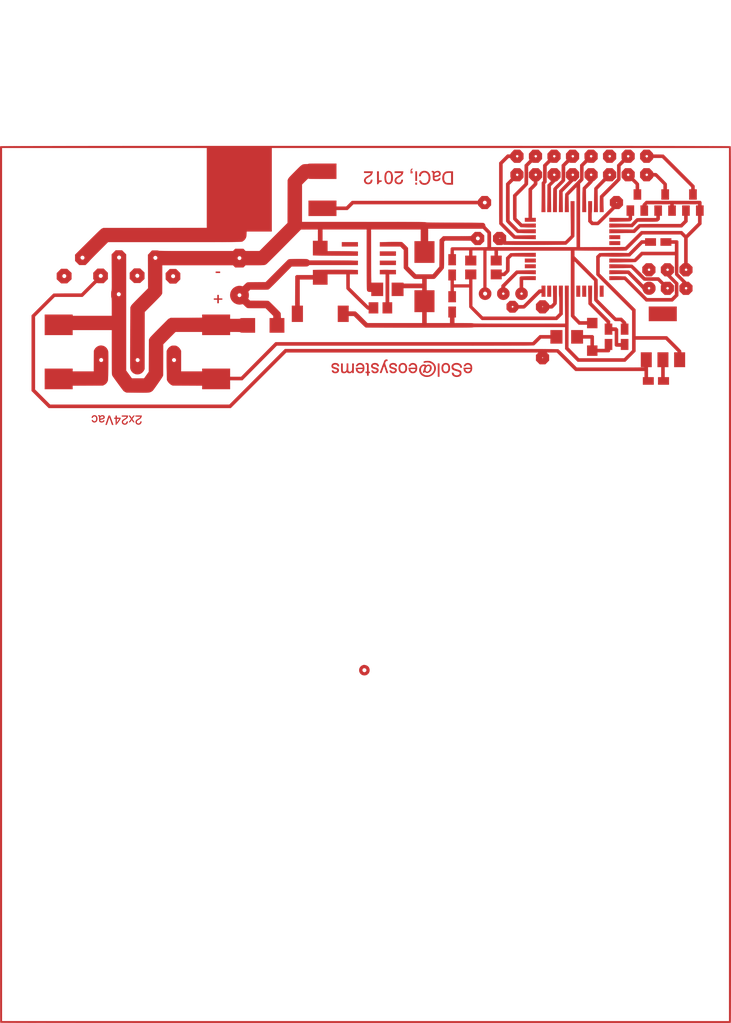
<source format=kicad_pcb>
(kicad_pcb (version 4) (host pcbnew 4.0.7)

  (general
    (links 0)
    (no_connects 0)
    (area 0 0 0 0)
    (thickness 1.6)
    (drawings 0)
    (tracks 0)
    (zones 0)
    (modules 1)
    (nets 1)
  )

  (page A4)
  (layers
    (0 F.Cu signal)
    (31 B.Cu signal)
    (32 B.Adhes user)
    (33 F.Adhes user)
    (34 B.Paste user)
    (35 F.Paste user)
    (36 B.SilkS user)
    (37 F.SilkS user)
    (38 B.Mask user)
    (39 F.Mask user)
    (40 Dwgs.User user)
    (41 Cmts.User user)
    (42 Eco1.User user)
    (43 Eco2.User user)
    (44 Edge.Cuts user)
    (45 Margin user)
    (46 B.CrtYd user)
    (47 F.CrtYd user)
    (48 B.Fab user)
    (49 F.Fab user)
  )

  (setup
    (last_trace_width 0.25)
    (trace_clearance 0.2)
    (zone_clearance 0.508)
    (zone_45_only no)
    (trace_min 0.2)
    (segment_width 0.2)
    (edge_width 0.15)
    (via_size 0.6)
    (via_drill 0.4)
    (via_min_size 0.4)
    (via_min_drill 0.3)
    (uvia_size 0.3)
    (uvia_drill 0.1)
    (uvias_allowed no)
    (uvia_min_size 0.2)
    (uvia_min_drill 0.1)
    (pcb_text_width 0.3)
    (pcb_text_size 1.5 1.5)
    (mod_edge_width 0.15)
    (mod_text_size 1 1)
    (mod_text_width 0.15)
    (pad_size 1.524 1.524)
    (pad_drill 0.762)
    (pad_to_mask_clearance 0.2)
    (aux_axis_origin 0 0)
    (visible_elements FFFFFF7F)
    (pcbplotparams
      (layerselection 0x00030_80000001)
      (usegerberextensions false)
      (excludeedgelayer true)
      (linewidth 0.300000)
      (plotframeref false)
      (viasonmask false)
      (mode 1)
      (useauxorigin false)
      (hpglpennumber 1)
      (hpglpenspeed 20)
      (hpglpendiameter 15)
      (hpglpenoverlay 2)
      (psnegative false)
      (psa4output false)
      (plotreference true)
      (plotvalue true)
      (plotinvisibletext false)
      (padsonsilk false)
      (subtractmaskfromsilk false)
      (outputformat 1)
      (mirror false)
      (drillshape 1)
      (scaleselection 1)
      (outputdirectory ""))
  )

  (net 0 "")

  (net_class Default "Dies ist die voreingestellte Netzklasse."
    (clearance 0.2)
    (trace_width 0.25)
    (via_dia 0.6)
    (via_drill 0.4)
    (uvia_dia 0.3)
    (uvia_drill 0.1)
  )

  (module Private_Lips_footprint:BBB (layer B.Cu) (tedit 0) (tstamp 59DA7D93)
    (at 103.251 23.749)
    (fp_text reference G*** (at 0 0) (layer F.Cu) hide
      (effects (font (thickness 0.3)))
    )
    (fp_text value LOGO (at 0.75 0) (layer F.Cu) hide
      (effects (font (thickness 0.3)))
    )
    (fp_poly (pts (xy 50.151082 140.08582) (xy 50.152455 140.080254) (xy 50.153795 140.067405) (xy 50.155102 140.046683)
      (xy 50.156377 140.017498) (xy 50.157619 139.979261) (xy 50.158829 139.931381) (xy 50.160008 139.873268)
      (xy 50.161156 139.804334) (xy 50.162273 139.723986) (xy 50.163359 139.631637) (xy 50.164414 139.526695)
      (xy 50.16544 139.408571) (xy 50.166436 139.276675) (xy 50.167402 139.130417) (xy 50.16834 138.969207)
      (xy 50.169249 138.792455) (xy 50.170129 138.599572) (xy 50.170981 138.389967) (xy 50.171806 138.16305)
      (xy 50.172603 137.918232) (xy 50.173372 137.654922) (xy 50.174115 137.372531) (xy 50.174832 137.070468)
      (xy 50.175522 136.748145) (xy 50.176186 136.40497) (xy 50.176825 136.040354) (xy 50.177439 135.653707)
      (xy 50.178027 135.244439) (xy 50.178591 134.811961) (xy 50.179131 134.355681) (xy 50.179647 133.875011)
      (xy 50.180139 133.369361) (xy 50.180607 132.83814) (xy 50.181053 132.280758) (xy 50.181476 131.696626)
      (xy 50.181877 131.085154) (xy 50.182255 130.445751) (xy 50.182612 129.777828) (xy 50.182947 129.080795)
      (xy 50.183261 128.354063) (xy 50.183555 127.59704) (xy 50.183827 126.809138) (xy 50.18408 125.989765)
      (xy 50.184313 125.138333) (xy 50.184526 124.254252) (xy 50.18472 123.336931) (xy 50.184896 122.38578)
      (xy 50.185052 121.40021) (xy 50.185191 120.379631) (xy 50.185311 119.323452) (xy 50.185414 118.231085)
      (xy 50.185499 117.101938) (xy 50.185568 115.935422) (xy 50.185619 114.730948) (xy 50.185655 113.487924)
      (xy 50.185674 112.205762) (xy 50.185678 110.883871) (xy 50.185666 109.521662) (xy 50.185639 108.118544)
      (xy 50.185597 106.673927) (xy 50.185541 105.187222) (xy 50.185471 103.657839) (xy 50.185387 102.085187)
      (xy 50.18529 100.468678) (xy 50.185179 98.80772) (xy 50.185055 97.101725) (xy 50.184919 95.350101)
      (xy 50.184771 93.55226) (xy 50.18461 91.70761) (xy 50.184438 89.815564) (xy 50.184255 87.875529)
      (xy 50.184061 85.886917) (xy 50.183856 83.849138) (xy 50.183641 81.761601) (xy 50.183449 79.939926)
      (xy 50.183225 77.82428) (xy 50.183004 75.75888) (xy 50.182788 73.743123) (xy 50.182575 71.776404)
      (xy 50.182364 69.858119) (xy 50.182156 67.987664) (xy 50.181949 66.164435) (xy 50.181743 64.387828)
      (xy 50.181538 62.657237) (xy 50.181332 60.97206) (xy 50.181126 59.331692) (xy 50.180919 57.735529)
      (xy 50.18071 56.182966) (xy 50.180498 54.6734) (xy 50.180284 53.206226) (xy 50.180066 51.78084)
      (xy 50.179844 50.396638) (xy 50.179618 49.053016) (xy 50.179386 47.749369) (xy 50.179149 46.485094)
      (xy 50.178906 45.259585) (xy 50.178655 44.07224) (xy 50.178398 42.922453) (xy 50.178132 41.809621)
      (xy 50.177858 40.73314) (xy 50.177575 39.692404) (xy 50.177282 38.686811) (xy 50.176979 37.715755)
      (xy 50.176665 36.778633) (xy 50.17634 35.87484) (xy 50.176003 35.003773) (xy 50.175653 34.164827)
      (xy 50.175291 33.357398) (xy 50.174915 32.580881) (xy 50.174525 31.834673) (xy 50.174121 31.11817)
      (xy 50.173701 30.430766) (xy 50.173265 29.771859) (xy 50.172813 29.140843) (xy 50.172344 28.537115)
      (xy 50.171858 27.96007) (xy 50.171353 27.409104) (xy 50.17083 26.883614) (xy 50.170288 26.382994)
      (xy 50.169726 25.906641) (xy 50.169144 25.453951) (xy 50.168541 25.024319) (xy 50.167917 24.617141)
      (xy 50.167271 24.231813) (xy 50.166602 23.86773) (xy 50.16591 23.52429) (xy 50.165195 23.200886)
      (xy 50.164455 22.896916) (xy 50.163691 22.611775) (xy 50.162901 22.344858) (xy 50.162086 22.095563)
      (xy 50.161244 21.863283) (xy 50.160375 21.647416) (xy 50.159479 21.447357) (xy 50.158554 21.262502)
      (xy 50.157601 21.092247) (xy 50.156618 20.935987) (xy 50.155606 20.793118) (xy 50.154564 20.663037)
      (xy 50.15349 20.545138) (xy 50.152385 20.438818) (xy 50.151248 20.343473) (xy 50.150079 20.258498)
      (xy 50.148876 20.18329) (xy 50.14764 20.117243) (xy 50.146369 20.059755) (xy 50.145064 20.01022)
      (xy 50.143723 19.968034) (xy 50.142346 19.932594) (xy 50.140933 19.903295) (xy 50.139482 19.879533)
      (xy 50.137994 19.860703) (xy 50.136468 19.846202) (xy 50.134903 19.835425) (xy 50.133299 19.827769)
      (xy 50.131655 19.822628) (xy 50.129971 19.8194) (xy 50.128245 19.817479) (xy 50.127723 19.81707)
      (xy 50.120885 19.815661) (xy 50.103854 19.814288) (xy 50.075999 19.812951) (xy 50.036689 19.81165)
      (xy 49.985295 19.810383) (xy 49.921184 19.809151) (xy 49.843726 19.807952) (xy 49.75229 19.806788)
      (xy 49.646247 19.805656) (xy 49.524964 19.804557) (xy 49.387811 19.803489) (xy 49.234158 19.802454)
      (xy 49.063373 19.80145) (xy 48.874827 19.800476) (xy 48.667887 19.799533) (xy 48.441924 19.79862)
      (xy 48.196307 19.797736) (xy 47.930404 19.796881) (xy 47.643586 19.796055) (xy 47.335221 19.795256)
      (xy 47.004679 19.794485) (xy 46.651329 19.793742) (xy 46.27454 19.793025) (xy 45.873681 19.792334)
      (xy 45.448122 19.791669) (xy 44.997232 19.791029) (xy 44.520381 19.790414) (xy 44.016936 19.789824)
      (xy 43.486269 19.789258) (xy 42.927747 19.788715) (xy 42.340741 19.788195) (xy 41.724619 19.787697)
      (xy 41.078751 19.787222) (xy 40.402506 19.786768) (xy 39.695252 19.786336) (xy 38.956361 19.785925)
      (xy 38.1852 19.785533) (xy 37.381139 19.785162) (xy 36.543548 19.78481) (xy 35.671795 19.784477)
      (xy 34.765249 19.784162) (xy 33.823281 19.783866) (xy 32.845259 19.783587) (xy 31.830552 19.783325)
      (xy 30.77853 19.78308) (xy 29.688562 19.782851) (xy 28.560017 19.782638) (xy 27.392265 19.78244)
      (xy 26.184675 19.782258) (xy 24.936615 19.782089) (xy 23.647456 19.781934) (xy 22.316566 19.781793)
      (xy 20.943315 19.781665) (xy 19.527073 19.78155) (xy 18.067207 19.781447) (xy 16.563088 19.781355)
      (xy 15.014084 19.781275) (xy 13.419566 19.781205) (xy 11.778902 19.781146) (xy 10.091462 19.781097)
      (xy 8.356614 19.781057) (xy 6.573728 19.781026) (xy 4.742174 19.781003) (xy 2.86132 19.780989)
      (xy 0.930536 19.780982) (xy 0.026223 19.780981) (xy -1.913554 19.780983) (xy -3.803129 19.780991)
      (xy -5.643153 19.781005) (xy -7.434275 19.781025) (xy -9.177144 19.781051) (xy -10.872411 19.781085)
      (xy -12.520724 19.781127) (xy -14.122734 19.781177) (xy -15.67909 19.781236) (xy -17.190442 19.781305)
      (xy -18.657439 19.781383) (xy -20.080731 19.781472) (xy -21.460967 19.781571) (xy -22.798798 19.781682)
      (xy -24.094872 19.781805) (xy -25.34984 19.781941) (xy -26.56435 19.782089) (xy -27.739054 19.782251)
      (xy -28.874599 19.782427) (xy -29.971637 19.782618) (xy -31.030815 19.782823) (xy -32.052785 19.783044)
      (xy -33.038196 19.783281) (xy -33.987697 19.783535) (xy -34.901937 19.783806) (xy -35.781568 19.784094)
      (xy -36.627237 19.7844) (xy -37.439595 19.784725) (xy -38.219292 19.785069) (xy -38.966976 19.785433)
      (xy -39.683298 19.785817) (xy -40.368907 19.786222) (xy -41.024454 19.786648) (xy -41.650586 19.787095)
      (xy -42.247955 19.787565) (xy -42.817209 19.788057) (xy -43.358999 19.788573) (xy -43.873973 19.789112)
      (xy -44.362782 19.789676) (xy -44.826075 19.790264) (xy -45.264502 19.790878) (xy -45.678712 19.791518)
      (xy -46.069355 19.792183) (xy -46.437081 19.792876) (xy -46.782539 19.793596) (xy -47.106379 19.794344)
      (xy -47.40925 19.79512) (xy -47.691802 19.795925) (xy -47.954685 19.79676) (xy -48.198549 19.797624)
      (xy -48.424042 19.798519) (xy -48.631814 19.799445) (xy -48.822516 19.800402) (xy -48.996797 19.801391)
      (xy -49.155305 19.802413) (xy -49.298692 19.803467) (xy -49.427607 19.804555) (xy -49.542698 19.805677)
      (xy -49.644617 19.806834) (xy -49.734011 19.808026) (xy -49.811532 19.809253) (xy -49.877829 19.810516)
      (xy -49.933551 19.811816) (xy -49.979347 19.813153) (xy -50.015869 19.814528) (xy -50.043764 19.81594)
      (xy -50.063683 19.817392) (xy -50.076275 19.818882) (xy -50.082191 19.820412) (xy -50.082431 19.820561)
      (xy -50.138939 19.860141) (xy -50.138939 79.972032) (xy -50.138934 82.181995) (xy -50.138918 84.341593)
      (xy -50.138891 86.451311) (xy -50.138853 88.511634) (xy -50.138804 90.523049) (xy -50.138743 92.486039)
      (xy -50.138671 94.401092) (xy -50.138586 96.268692) (xy -50.138489 98.089324) (xy -50.138379 99.863475)
      (xy -50.138257 101.59163) (xy -50.138121 103.274273) (xy -50.137972 104.911891) (xy -50.13781 106.50497)
      (xy -50.137633 108.053993) (xy -50.137443 109.559448) (xy -50.137238 111.021819) (xy -50.137019 112.441592)
      (xy -50.136785 113.819252) (xy -50.136536 115.155285) (xy -50.136272 116.450176) (xy -50.135992 117.70441)
      (xy -50.135696 118.918474) (xy -50.135384 120.092853) (xy -50.135056 121.228031) (xy -50.134711 122.324495)
      (xy -50.13435 123.382729) (xy -50.133972 124.40322) (xy -50.133576 125.386453) (xy -50.133163 126.332913)
      (xy -50.132732 127.243086) (xy -50.132283 128.117457) (xy -50.131816 128.956512) (xy -50.13133 129.760735)
      (xy -50.130826 130.530613) (xy -50.130302 131.266632) (xy -50.129759 131.969275) (xy -50.129197 132.63903)
      (xy -50.128615 133.27638) (xy -50.128013 133.881813) (xy -50.127391 134.455813) (xy -50.126749 134.998865)
      (xy -50.126085 135.511456) (xy -50.125401 135.99407) (xy -50.124696 136.447193) (xy -50.123969 136.871311)
      (xy -50.12322 137.266908) (xy -50.12245 137.634471) (xy -50.121657 137.974485) (xy -50.120842 138.287435)
      (xy -50.120004 138.573807) (xy -50.119143 138.834086) (xy -50.118259 139.068758) (xy -50.117351 139.278308)
      (xy -50.11642 139.463221) (xy -50.115465 139.623984) (xy -50.114486 139.761081) (xy -50.113483 139.874997)
      (xy -50.113306 139.890691) (xy -49.859259 139.890691) (xy -49.859259 20.060661) (xy -21.764164 20.060661)
      (xy -21.764164 31.018663) (xy -28.864214 31.025197) (xy -35.964264 31.031732) (xy -36.12953 31.107178)
      (xy -36.158832 31.121586) (xy -36.190196 31.139746) (xy -36.225914 31.16383) (xy -36.268278 31.196007)
      (xy -36.31958 31.238446) (xy -36.382112 31.293319) (xy -36.458166 31.362795) (xy -36.550033 31.449045)
      (xy -36.660007 31.554237) (xy -36.790378 31.680543) (xy -36.943439 31.830133) (xy -37.121482 32.005177)
      (xy -37.326799 32.207844) (xy -37.561681 32.440305) (xy -37.828421 32.70473) (xy -38.070516 32.944934)
      (xy -39.846237 34.707245) (xy -39.843207 35.112513) (xy -39.104304 35.112513) (xy -39.096476 35.034627)
      (xy -39.065682 34.972854) (xy -39.017858 34.919279) (xy -38.951475 34.862566) (xy -38.888357 34.837488)
      (xy -38.824625 34.832833) (xy -38.746739 34.840661) (xy -38.684966 34.871455) (xy -38.631391 34.919279)
      (xy -38.575842 34.983339) (xy -38.550703 35.044119) (xy -38.544945 35.124639) (xy -38.551881 35.210357)
      (xy -38.579257 35.271956) (xy -38.619265 35.317872) (xy -38.679602 35.367111) (xy -38.744793 35.3885)
      (xy -38.812499 35.392192) (xy -38.895097 35.386006) (xy -38.955588 35.360095) (xy -39.017858 35.305746)
      (xy -39.074571 35.239363) (xy -39.09965 35.176245) (xy -39.104304 35.112513) (xy -39.843207 35.112513)
      (xy -39.839879 35.557457) (xy -39.555139 35.843494) (xy -39.270399 36.12953) (xy -38.405901 36.12953)
      (xy -38.119467 35.843908) (xy -38.02204 35.745215) (xy -37.93883 35.657981) (xy -37.87597 35.588873)
      (xy -37.839596 35.54456) (xy -37.833033 35.532541) (xy -37.815495 35.510728) (xy -37.764801 35.455975)
      (xy -37.683828 35.37122) (xy -37.575458 35.259402) (xy -37.442568 35.123458) (xy -37.288039 34.966326)
      (xy -37.114748 34.790946) (xy -36.925575 34.600254) (xy -36.7234 34.39719) (xy -36.568214 34.241786)
      (xy -35.303394 32.976777) (xy -26.211394 32.976777) (xy -25.396355 32.976803) (xy -24.630603 32.976863)
      (xy -23.91257 32.976933) (xy -23.240692 32.976987) (xy -22.613404 32.976998) (xy -22.02914 32.976942)
      (xy -21.486335 32.976792) (xy -20.983423 32.976523) (xy -20.518839 32.97611) (xy -20.091018 32.975527)
      (xy -19.698395 32.974748) (xy -19.339403 32.973747) (xy -19.012479 32.972499) (xy -18.716056 32.970979)
      (xy -18.448569 32.969161) (xy -18.208453 32.967018) (xy -17.994142 32.964526) (xy -17.804071 32.961659)
      (xy -17.636675 32.958392) (xy -17.490389 32.954697) (xy -17.363647 32.950551) (xy -17.254883 32.945928)
      (xy -17.162533 32.940801) (xy -17.085031 32.935145) (xy -17.020812 32.928935) (xy -16.96831 32.922145)
      (xy -16.92596 32.914749) (xy -16.892197 32.906721) (xy -16.865456 32.898037) (xy -16.84417 32.888671)
      (xy -16.826776 32.878596) (xy -16.811706 32.867787) (xy -16.797397 32.856219) (xy -16.782283 32.843866)
      (xy -16.764797 32.830702) (xy -16.751828 32.821961) (xy -16.599191 32.696612) (xy -16.47008 32.536227)
      (xy -16.375963 32.35517) (xy -16.373032 32.347551) (xy -16.346841 32.265754) (xy -16.328066 32.172851)
      (xy -16.314945 32.056519) (xy -16.305719 31.904436) (xy -16.304016 31.864414) (xy -16.290486 31.527528)
      (xy -12.83984 31.527528) (xy -12.83984 20.060661) (xy 49.91011 20.060661) (xy 49.91011 139.890691)
      (xy -49.859259 139.890691) (xy -50.113306 139.890691) (xy -50.112454 139.96622) (xy -50.111401 140.035233)
      (xy -50.110323 140.082522) (xy -50.109219 140.108573) (xy -50.108428 140.114434) (xy -50.096884 140.115662)
      (xy -50.064382 140.116859) (xy -50.01039 140.118025) (xy -49.934377 140.119162) (xy -49.835811 140.120269)
      (xy -49.714161 140.121346) (xy -49.568895 140.122394) (xy -49.399482 140.123414) (xy -49.205389 140.124405)
      (xy -48.986085 140.125369) (xy -48.741038 140.126304) (xy -48.469718 140.127212) (xy -48.171591 140.128093)
      (xy -47.846127 140.128947) (xy -47.492794 140.129775) (xy -47.11106 140.130577) (xy -46.700393 140.131353)
      (xy -46.260263 140.132103) (xy -45.790137 140.132828) (xy -45.289483 140.133529) (xy -44.75777 140.134205)
      (xy -44.194467 140.134856) (xy -43.599041 140.135484) (xy -42.970961 140.136088) (xy -42.309696 140.136669)
      (xy -41.614714 140.137228) (xy -40.885482 140.137763) (xy -40.12147 140.138277) (xy -39.322146 140.138768)
      (xy -38.486978 140.139238) (xy -37.615435 140.139687) (xy -36.706984 140.140114) (xy -35.761095 140.140521)
      (xy -34.777235 140.140908) (xy -33.754873 140.141275) (xy -32.693478 140.141622) (xy -31.592517 140.14195)
      (xy -30.451459 140.142258) (xy -29.269773 140.142549) (xy -28.046926 140.14282) (xy -26.782387 140.143074)
      (xy -25.475625 140.14331) (xy -24.126108 140.143529) (xy -22.733303 140.14373) (xy -21.296681 140.143915)
      (xy -19.815708 140.144083) (xy -18.289853 140.144236) (xy -16.718585 140.144372) (xy -15.101372 140.144493)
      (xy -13.437682 140.144599) (xy -11.726984 140.14469) (xy -9.968745 140.144767) (xy -8.162436 140.14483)
      (xy -6.307522 140.144878) (xy -4.403474 140.144913) (xy -2.449759 140.144935) (xy -0.445846 140.144945)
      (xy 50.112341 140.144945) (xy 50.151082 140.08582)) (layer F.Cu) (width 0.01))
    (fp_poly (pts (xy 23.391391 32.029029) (xy 21.989405 32.047877) (xy 20.587419 32.066724) (xy 19.71383 31.19341)
      (xy 18.84024 30.320096) (xy 18.84024 22.259382) (xy 19.667128 21.433634) (xy 19.787618 21.433634)
      (xy 19.860409 21.435732) (xy 19.895795 21.447253) (xy 19.907196 21.476034) (xy 19.908108 21.504008)
      (xy 19.915918 21.540995) (xy 19.94261 21.587913) (xy 19.993077 21.650959) (xy 20.072211 21.736326)
      (xy 20.169153 21.834538) (xy 20.430198 22.094695) (xy 21.218276 22.094695) (xy 21.465795 21.829634)
      (xy 21.713313 21.564572) (xy 21.713313 20.819612) (xy 21.465795 20.554551) (xy 21.218276 20.28949)
      (xy 20.421045 20.28949) (xy 20.165 20.562813) (xy 20.048797 20.691036) (xy 19.966452 20.791246)
      (xy 19.919532 20.861421) (xy 19.908531 20.893343) (xy 19.905572 20.920787) (xy 19.890572 20.937674)
      (xy 19.853599 20.946558) (xy 19.784721 20.949998) (xy 19.686278 20.950551) (xy 19.464449 20.950551)
      (xy 19.239632 21.175368) (xy 20.670842 21.175368) (xy 20.697065 21.094101) (xy 20.71295 21.073323)
      (xy 20.777619 21.035607) (xy 20.860891 21.028671) (xy 20.941164 21.052157) (xy 20.975976 21.077678)
      (xy 21.01994 21.152818) (xy 21.017284 21.235989) (xy 20.968534 21.316164) (xy 20.964419 21.320375)
      (xy 20.891363 21.37215) (xy 20.818791 21.375277) (xy 20.737922 21.330132) (xy 20.737863 21.330087)
      (xy 20.685039 21.26019) (xy 20.670842 21.175368) (xy 19.239632 21.175368) (xy 18.910803 21.504196)
      (xy 18.357157 22.057842) (xy 18.357157 26.260422) (xy 18.357269 26.853574) (xy 18.357612 27.397127)
      (xy 18.358193 27.892333) (xy 18.359021 28.340444) (xy 18.360103 28.742711) (xy 18.361449 29.100386)
      (xy 18.363067 29.414722) (xy 18.364964 29.686969) (xy 18.367149 29.918379) (xy 18.369631 30.110205)
      (xy 18.372417 30.263697) (xy 18.375515 30.380108) (xy 18.378935 30.46069) (xy 18.382684 30.506693)
      (xy 18.385246 30.518538) (xy 18.409351 30.54883) (xy 18.4656 30.610617) (xy 18.549861 30.699757)
      (xy 18.658006 30.812109) (xy 18.785905 30.943529) (xy 18.929429 31.089875) (xy 19.084446 31.247005)
      (xy 19.246829 31.410775) (xy 19.412446 31.577044) (xy 19.577169 31.741669) (xy 19.736867 31.900507)
      (xy 19.887411 32.049417) (xy 20.024672 32.184255) (xy 20.144519 32.300879) (xy 20.242823 32.395146)
      (xy 20.315453 32.462915) (xy 20.358282 32.500041) (xy 20.365766 32.505192) (xy 20.390905 32.512792)
      (xy 20.438119 32.519595) (xy 20.510703 32.525715) (xy 20.611949 32.531262) (xy 20.745154 32.536348)
      (xy 20.91361 32.541085) (xy 21.120611 32.545586) (xy 21.369452 32.54996) (xy 21.663427 32.554321)
      (xy 21.91036 32.557585) (xy 23.391391 32.576377) (xy 23.391391 32.029029)) (layer F.Cu) (width 0.01))
    (fp_poly (pts (xy 23.391391 30.427147) (xy 22.452765 30.439463) (xy 21.514138 30.451778) (xy 21.130642 30.067683)
      (xy 20.747147 29.683588) (xy 20.747147 26.709092) (xy 21.51246 25.946488) (xy 21.676741 25.781717)
      (xy 21.83061 25.625331) (xy 21.970096 25.481517) (xy 22.091227 25.354465) (xy 22.19003 25.248361)
      (xy 22.262533 25.167394) (xy 22.304765 25.115751) (xy 22.31336 25.102068) (xy 22.321839 25.074084)
      (xy 22.328925 25.029753) (xy 22.334731 24.96497) (xy 22.339367 24.87563) (xy 22.342945 24.757628)
      (xy 22.345577 24.60686) (xy 22.347374 24.41922) (xy 22.348448 24.190605) (xy 22.34891 23.916908)
      (xy 22.348949 23.792225) (xy 22.348949 22.564198) (xy 22.624235 22.289765) (xy 22.73072 22.184646)
      (xy 22.807709 22.111894) (xy 22.8609 22.067172) (xy 22.895987 22.04614) (xy 22.918668 22.04446)
      (xy 22.932453 22.055014) (xy 22.953266 22.070495) (xy 22.990944 22.081488) (xy 23.05305 22.088692)
      (xy 23.14715 22.092803) (xy 23.280808 22.094518) (xy 23.363102 22.094695) (xy 23.760819 22.094695)
      (xy 24.008337 21.829634) (xy 24.255856 21.564572) (xy 24.255856 20.819612) (xy 24.008337 20.554551)
      (xy 23.760819 20.28949) (xy 22.963587 20.28949) (xy 22.451497 20.836136) (xy 22.451111 21.175368)
      (xy 23.213384 21.175368) (xy 23.239608 21.094101) (xy 23.255492 21.073323) (xy 23.320162 21.035607)
      (xy 23.403434 21.028671) (xy 23.483707 21.052157) (xy 23.518518 21.077678) (xy 23.562483 21.152818)
      (xy 23.559827 21.235989) (xy 23.511076 21.316164) (xy 23.506961 21.320375) (xy 23.433906 21.37215)
      (xy 23.361334 21.375277) (xy 23.280464 21.330132) (xy 23.280406 21.330087) (xy 23.227581 21.26019)
      (xy 23.213384 21.175368) (xy 22.451111 21.175368) (xy 22.451074 21.207221) (xy 22.451427 21.353122)
      (xy 22.453589 21.456881) (xy 22.458633 21.527202) (xy 22.467632 21.572789) (xy 22.481657 21.602345)
      (xy 22.501781 21.624575) (xy 22.502596 21.625315) (xy 22.519506 21.642347) (xy 22.52685 21.660145)
      (xy 22.520627 21.684038) (xy 22.496842 21.719359) (xy 22.451495 21.771438) (xy 22.380589 21.845605)
      (xy 22.280125 21.947193) (xy 22.203847 22.023674) (xy 21.853153 22.375024) (xy 21.839159 24.92963)
      (xy 21.051612 25.718751) (xy 20.264064 26.507873) (xy 20.264064 28.167211) (xy 20.264214 28.507112)
      (xy 20.264713 28.799703) (xy 20.265635 29.048525) (xy 20.267055 29.257118) (xy 20.269046 29.429023)
      (xy 20.271684 29.567781) (xy 20.275041 29.676931) (xy 20.279192 29.760014) (xy 20.284211 29.820571)
      (xy 20.290173 29.862143) (xy 20.297151 29.888269) (xy 20.300254 29.895207) (xy 20.327581 29.930969)
      (xy 20.386166 29.996782) (xy 20.470843 30.087215) (xy 20.576446 30.196833) (xy 20.697809 30.320206)
      (xy 20.827831 30.449986) (xy 21.319219 30.936107) (xy 21.749156 30.952138) (xy 21.908252 30.957)
      (xy 22.102786 30.96127) (xy 22.317345 30.964708) (xy 22.536516 30.967075) (xy 22.744888 30.968134)
      (xy 22.785242 30.968168) (xy 23.391391 30.968168) (xy 23.391391 30.427147)) (layer F.Cu) (width 0.01))
    (fp_poly (pts (xy 24.697958 26.924412) (xy 24.679943 24.990966) (xy 24.878779 24.787388) (xy 24.893481 22.562214)
      (xy 25.167772 22.288774) (xy 25.274037 22.183878) (xy 25.350822 22.111347) (xy 25.403835 22.066838)
      (xy 25.438786 22.046006) (xy 25.461384 22.044508) (xy 25.474996 22.055014) (xy 25.495809 22.070495)
      (xy 25.533486 22.081488) (xy 25.595593 22.088692) (xy 25.689692 22.092803) (xy 25.823351 22.094518)
      (xy 25.905645 22.094695) (xy 26.303361 22.094695) (xy 26.55088 21.829634) (xy 26.798398 21.564572)
      (xy 26.798398 20.819612) (xy 26.55088 20.554551) (xy 26.303361 20.28949) (xy 25.50613 20.28949)
      (xy 24.99404 20.836136) (xy 24.993653 21.175368) (xy 25.755927 21.175368) (xy 25.78215 21.094101)
      (xy 25.798035 21.073323) (xy 25.862704 21.035607) (xy 25.945976 21.028671) (xy 26.026249 21.052157)
      (xy 26.061061 21.077678) (xy 26.105025 21.152818) (xy 26.10237 21.235989) (xy 26.053619 21.316164)
      (xy 26.049504 21.320375) (xy 25.976448 21.37215) (xy 25.903876 21.375277) (xy 25.823007 21.330132)
      (xy 25.822948 21.330087) (xy 25.770124 21.26019) (xy 25.755927 21.175368) (xy 24.993653 21.175368)
      (xy 24.993616 21.207221) (xy 24.99397 21.353122) (xy 24.996132 21.456881) (xy 25.001176 21.527202)
      (xy 25.010174 21.572789) (xy 25.024199 21.602345) (xy 25.044324 21.624575) (xy 25.045138 21.625315)
      (xy 25.062049 21.642347) (xy 25.069392 21.660145) (xy 25.06317 21.684038) (xy 25.039384 21.719359)
      (xy 24.994037 21.771437) (xy 24.923129 21.845605) (xy 24.822665 21.947192) (xy 24.746389 22.02367)
      (xy 24.395696 22.375016) (xy 24.388554 23.484846) (xy 24.381412 24.594675) (xy 24.293208 24.692306)
      (xy 24.205005 24.789936) (xy 24.204974 25.698822) (xy 24.20452 25.936359) (xy 24.203244 26.212295)
      (xy 24.201247 26.514183) (xy 24.198634 26.82958) (xy 24.195507 27.146041) (xy 24.191969 27.451121)
      (xy 24.188124 27.732376) (xy 24.188118 27.732783) (xy 24.171293 28.857858) (xy 24.715972 28.857858)
      (xy 24.697958 26.924412)) (layer F.Cu) (width 0.01))
    (fp_poly (pts (xy 26.28989 25.741763) (xy 26.838961 25.195857) (xy 26.977359 25.057104) (xy 27.10447 24.927463)
      (xy 27.215623 24.811872) (xy 27.306144 24.715273) (xy 27.371359 24.642606) (xy 27.406596 24.598811)
      (xy 27.411033 24.591088) (xy 27.416163 24.553122) (xy 27.420895 24.470223) (xy 27.425098 24.348306)
      (xy 27.428642 24.193288) (xy 27.431397 24.011087) (xy 27.433231 23.807617) (xy 27.434015 23.588796)
      (xy 27.434034 23.548212) (xy 27.434034 22.564198) (xy 27.70932 22.289765) (xy 27.815805 22.184646)
      (xy 27.892794 22.111894) (xy 27.945985 22.067172) (xy 27.981072 22.04614) (xy 28.003753 22.04446)
      (xy 28.017538 22.055014) (xy 28.038352 22.070495) (xy 28.076029 22.081488) (xy 28.138135 22.088692)
      (xy 28.232235 22.092803) (xy 28.365893 22.094518) (xy 28.448187 22.094695) (xy 28.845904 22.094695)
      (xy 29.093422 21.829634) (xy 29.340941 21.564572) (xy 29.340941 20.819612) (xy 29.093422 20.554551)
      (xy 28.845904 20.28949) (xy 28.048672 20.28949) (xy 27.536582 20.836136) (xy 27.536196 21.175368)
      (xy 28.298469 21.175368) (xy 28.324693 21.094101) (xy 28.340577 21.073323) (xy 28.405247 21.035607)
      (xy 28.488519 21.028671) (xy 28.568792 21.052157) (xy 28.603604 21.077678) (xy 28.647568 21.152818)
      (xy 28.644912 21.235989) (xy 28.596162 21.316164) (xy 28.592047 21.320375) (xy 28.518991 21.37215)
      (xy 28.446419 21.375277) (xy 28.365549 21.330132) (xy 28.365491 21.330087) (xy 28.312666 21.26019)
      (xy 28.298469 21.175368) (xy 27.536196 21.175368) (xy 27.536159 21.207221) (xy 27.536512 21.353122)
      (xy 27.538675 21.456881) (xy 27.543719 21.527202) (xy 27.552717 21.572789) (xy 27.566742 21.602345)
      (xy 27.586866 21.624575) (xy 27.587681 21.625315) (xy 27.604591 21.642347) (xy 27.611935 21.660145)
      (xy 27.605712 21.684038) (xy 27.581926 21.719359) (xy 27.536579 21.771437) (xy 27.465671 21.845605)
      (xy 27.365206 21.947192) (xy 27.288932 22.023668) (xy 26.938238 22.375012) (xy 26.931075 23.412268)
      (xy 26.923913 24.449525) (xy 26.366514 25.004983) (xy 26.182265 25.190432) (xy 26.033189 25.344478)
      (xy 25.919849 25.466507) (xy 25.842811 25.555904) (xy 25.802637 25.612053) (xy 25.796715 25.626417)
      (xy 25.794256 25.663012) (xy 25.791418 25.745898) (xy 25.788282 25.870519) (xy 25.784929 26.032318)
      (xy 25.78144 26.226737) (xy 25.777896 26.449219) (xy 25.774378 26.695207) (xy 25.770968 26.960145)
      (xy 25.767747 27.239474) (xy 25.767362 27.275125) (xy 25.750408 28.857858) (xy 26.28989 28.857858)
      (xy 26.28989 25.741763)) (layer F.Cu) (width 0.01))
    (fp_poly (pts (xy -31.026201 51.106755) (xy -30.830982 51.030571) (xy -30.653322 50.916211) (xy -30.500916 50.767799)
      (xy -30.381458 50.589461) (xy -30.362536 50.55129) (xy -30.294394 50.405906) (xy -30.281044 42.575512)
      (xy -29.153464 41.443762) (xy -28.918854 41.208004) (xy -28.717662 41.005109) (xy -28.547168 40.832167)
      (xy -28.404651 40.686269) (xy -28.287389 40.564504) (xy -28.192661 40.463964) (xy -28.117746 40.381737)
      (xy -28.059923 40.314915) (xy -28.016471 40.260587) (xy -27.984668 40.215843) (xy -27.961793 40.177775)
      (xy -27.952432 40.159459) (xy -27.878979 40.006907) (xy -27.865031 36.154955) (xy -18.164875 36.154955)
      (xy -18.013914 36.307508) (xy -17.862953 36.46006) (xy -16.741051 36.46006) (xy -16.59009 36.307508)
      (xy -16.439129 36.154955) (xy -15.190172 36.154955) (xy -14.890459 36.15486) (xy -14.636934 36.154282)
      (xy -14.424933 36.152788) (xy -14.249792 36.14994) (xy -14.106848 36.145302) (xy -13.991439 36.138438)
      (xy -13.8989 36.128914) (xy -13.824568 36.116291) (xy -13.763779 36.100135) (xy -13.711871 36.08001)
      (xy -13.66418 36.055479) (xy -13.616042 36.026107) (xy -13.583058 36.004705) (xy -13.550486 35.977104)
      (xy -13.484455 35.915527) (xy -13.387212 35.822205) (xy -13.261006 35.699367) (xy -13.108085 35.549245)
      (xy -12.930694 35.374067) (xy -12.731083 35.176064) (xy -12.511499 34.957467) (xy -12.27419 34.720506)
      (xy -12.021402 34.46741) (xy -11.755384 34.200409) (xy -11.478384 33.921735) (xy -11.192648 33.633617)
      (xy -11.149049 33.589598) (xy -8.835335 31.253154) (xy -6.508909 31.247848) (xy -6.508909 32.798799)
      (xy -7.195395 32.798799) (xy -7.195395 34.805089) (xy -6.756807 34.819992) (xy -6.669912 34.822184)
      (xy -6.536278 34.824511) (xy -6.360012 34.826938) (xy -6.145227 34.82943) (xy -5.896031 34.83195)
      (xy -5.616535 34.834463) (xy -5.310849 34.836934) (xy -4.983083 34.839326) (xy -4.637347 34.841604)
      (xy -4.277751 34.843732) (xy -3.908406 34.845675) (xy -3.667618 34.846809) (xy -1.017017 34.858724)
      (xy -1.017017 34.256254) (xy -1.798849 34.239483) (xy -1.989295 34.236005) (xy -2.221163 34.232769)
      (xy -2.485023 34.229851) (xy -2.771446 34.227326) (xy -3.071002 34.225272) (xy -3.374262 34.223764)
      (xy -3.671798 34.222878) (xy -3.883734 34.222667) (xy -5.186787 34.222623) (xy -5.186787 32.798799)
      (xy -5.873273 32.798799) (xy -5.873273 31.247848) (xy 0.178244 31.247848) (xy 0.177743 34.648499)
      (xy 0.177813 35.076486) (xy 0.178141 35.500819) (xy 0.17871 35.917596) (xy 0.179504 36.322914)
      (xy 0.180509 36.712871) (xy 0.181708 37.083564) (xy 0.183087 37.431091) (xy 0.184628 37.751549)
      (xy 0.186317 38.041037) (xy 0.188138 38.295651) (xy 0.190076 38.51149) (xy 0.192114 38.68465)
      (xy 0.194237 38.81123) (xy 0.194441 38.82062) (xy 0.1995 39.039964) (xy 0.204136 39.214371)
      (xy 0.208841 39.349744) (xy 0.214108 39.451988) (xy 0.22043 39.527008) (xy 0.228299 39.580708)
      (xy 0.238209 39.618992) (xy 0.250653 39.647766) (xy 0.265492 39.672001) (xy 0.324457 39.741767)
      (xy 0.395951 39.78576) (xy 0.492245 39.808831) (xy 0.625605 39.815831) (xy 0.629279 39.815841)
      (xy 0.813614 39.816216) (xy 0.813614 40.375576) (xy 2.440841 40.375576) (xy 2.440841 38.544945)
      (xy 0.81554 38.544945) (xy 0.807386 37.991942) (xy 0.806284 37.894532) (xy 0.80513 37.750136)
      (xy 0.803938 37.562616) (xy 0.802724 37.335837) (xy 0.801502 37.073663) (xy 0.800286 36.779957)
      (xy 0.799092 36.458584) (xy 0.797934 36.113407) (xy 0.796827 35.748291) (xy 0.795785 35.367098)
      (xy 0.794823 34.973694) (xy 0.793956 34.571941) (xy 0.793515 34.343393) (xy 0.787798 31.247848)
      (xy 7.602202 31.247848) (xy 7.602202 32.84965) (xy 6.737738 32.84965) (xy 6.737738 35.824424)
      (xy 9.483684 35.824424) (xy 9.483684 32.84965) (xy 8.619219 32.84965) (xy 8.619219 31.146146)
      (xy 16.133195 31.146146) (xy 16.444275 31.457975) (xy 16.755355 31.769803) (xy 16.755355 33.655449)
      (xy 16.446258 33.672069) (xy 16.372979 33.674631) (xy 16.253304 33.677073) (xy 16.091688 33.679364)
      (xy 15.892586 33.681474) (xy 15.660453 33.683373) (xy 15.399743 33.68503) (xy 15.114913 33.686415)
      (xy 14.810417 33.687499) (xy 14.490709 33.68825) (xy 14.160244 33.688639) (xy 13.994123 33.688689)
      (xy 11.851084 33.688689) (xy 11.779746 33.749992) (xy 11.708408 33.811294) (xy 11.700302 34.220362)
      (xy 11.692196 34.629429) (xy 11.390591 34.629429) (xy 11.390591 36.154955) (xy 12.433033 36.154955)
      (xy 12.433033 34.629429) (xy 12.153353 34.629429) (xy 12.153353 34.120921) (xy 14.238238 34.120921)
      (xy 14.238238 34.832833) (xy 13.704304 34.832833) (xy 13.704304 36.18038) (xy 15.22983 36.18038)
      (xy 15.22983 34.832833) (xy 14.695896 34.832833) (xy 14.695896 34.120921) (xy 16.195996 34.120921)
      (xy 16.195901 36.66982) (xy 16.195805 39.218719) (xy 16.082841 39.265171) (xy 15.92485 39.35611)
      (xy 15.785165 39.487897) (xy 15.673205 39.651312) (xy 15.657643 39.681499) (xy 15.59017 39.873978)
      (xy 15.570905 40.070089) (xy 16.154358 40.070089) (xy 16.170774 39.955439) (xy 16.226605 39.859106)
      (xy 16.312968 39.795762) (xy 16.418502 39.769571) (xy 16.531847 39.784697) (xy 16.580643 39.805192)
      (xy 16.65481 39.86935) (xy 16.705073 39.963153) (xy 16.722845 40.067755) (xy 16.718886 40.108652)
      (xy 16.677397 40.205646) (xy 16.601428 40.280994) (xy 16.504595 40.326467) (xy 16.400515 40.333836)
      (xy 16.361338 40.32475) (xy 16.253008 40.265972) (xy 16.182572 40.178288) (xy 16.154358 40.070089)
      (xy 15.570905 40.070089) (xy 15.570521 40.073989) (xy 15.598135 40.27342) (xy 15.672453 40.464159)
      (xy 15.716885 40.538861) (xy 15.78742 40.627743) (xy 15.873996 40.713807) (xy 15.914259 40.746486)
      (xy 16.090102 40.846447) (xy 16.278795 40.902395) (xy 16.472418 40.91565) (xy 16.663052 40.887535)
      (xy 16.842779 40.819372) (xy 17.00368 40.712481) (xy 17.137837 40.568185) (xy 17.15819 40.538861)
      (xy 17.23364 40.404051) (xy 17.278507 40.266463) (xy 17.297925 40.107634) (xy 17.299727 40.02976)
      (xy 17.29576 39.919204) (xy 17.279413 39.830803) (xy 17.244599 39.738798) (xy 17.217432 39.681499)
      (xy 17.102612 39.502583) (xy 16.953333 39.35992) (xy 16.772886 39.256635) (xy 16.766522 39.253968)
      (xy 16.628228 39.196649) (xy 16.628228 34.146346) (xy 17.721521 34.146346) (xy 17.721521 34.832833)
      (xy 17.213013 34.832833) (xy 17.213013 36.18038) (xy 18.713113 36.18038) (xy 18.713113 34.832833)
      (xy 18.204605 34.832833) (xy 18.204605 34.151485) (xy 23.200129 34.150198) (xy 28.195653 34.148912)
      (xy 28.193139 38.603435) (xy 28.192972 39.07681) (xy 28.193003 39.537214) (xy 28.193225 39.982007)
      (xy 28.193628 40.408548) (xy 28.194205 40.814196) (xy 28.194946 41.196311) (xy 28.195842 41.552252)
      (xy 28.196884 41.879378) (xy 28.198065 42.175048) (xy 28.199375 42.436623) (xy 28.200805 42.661462)
      (xy 28.202347 42.846923) (xy 28.203992 42.990366) (xy 28.20573 43.089151) (xy 28.207555 43.140637)
      (xy 28.208202 43.146947) (xy 28.220162 43.180541) (xy 28.246643 43.224587) (xy 28.291159 43.28316)
      (xy 28.357228 43.360335) (xy 28.448363 43.460188) (xy 28.56808 43.586793) (xy 28.719895 43.744226)
      (xy 28.751578 43.776848) (xy 29.277377 44.31776) (xy 29.855806 44.317138) (xy 30.434234 44.316517)
      (xy 30.434234 44.7996) (xy 31.858058 44.7996) (xy 31.858058 43.375776) (xy 30.434234 43.375776)
      (xy 30.434234 43.833433) (xy 29.47234 43.833433) (xy 29.088822 43.434029) (xy 28.705305 43.034625)
      (xy 28.705305 35.608369) (xy 30.046496 36.949561) (xy 31.387688 38.290753) (xy 31.387688 39.6192)
      (xy 31.38781 39.915812) (xy 31.388262 40.165823) (xy 31.389174 40.373486) (xy 31.390676 40.543051)
      (xy 31.392897 40.67877) (xy 31.395967 40.784892) (xy 31.400016 40.865669) (xy 31.405173 40.925352)
      (xy 31.411568 40.968192) (xy 31.41933 40.998439) (xy 31.42859 41.020345) (xy 31.430535 41.023924)
      (xy 31.455357 41.054184) (xy 31.512835 41.116516) (xy 31.599514 41.20747) (xy 31.711942 41.323597)
      (xy 31.846664 41.461445) (xy 32.000227 41.617565) (xy 32.169178 41.788507) (xy 32.350063 41.970819)
      (xy 32.539428 42.161053) (xy 32.733821 42.355757) (xy 32.929788 42.551481) (xy 33.123874 42.744775)
      (xy 33.312628 42.93219) (xy 33.492594 43.110274) (xy 33.66032 43.275577) (xy 33.812353 43.42465)
      (xy 33.945238 43.554042) (xy 34.055522 43.660302) (xy 34.139752 43.739981) (xy 34.194474 43.789628)
      (xy 34.214595 43.805359) (xy 34.262885 43.816618) (xy 34.3534 43.825433) (xy 34.477549 43.831227)
      (xy 34.626741 43.833428) (xy 34.634849 43.833433) (xy 34.999567 43.833433) (xy 35.163363 43.998699)
      (xy 35.32716 44.163964) (xy 35.061662 44.163964) (xy 35.061662 45.68949) (xy 36.104104 45.68949)
      (xy 36.104104 44.163964) (xy 35.824424 44.163964) (xy 35.824424 44.06974) (xy 35.821833 44.032818)
      (xy 35.810709 43.996847) (xy 35.786033 43.955293) (xy 35.742782 43.901621) (xy 35.675935 43.829294)
      (xy 35.58047 43.731778) (xy 35.511841 43.662934) (xy 35.199258 43.35035) (xy 34.413123 43.35035)
      (xy 33.148233 42.085271) (xy 31.883343 40.820191) (xy 31.89967 40.32456) (xy 31.903184 40.17183)
      (xy 31.905227 39.979531) (xy 31.905816 39.758926) (xy 31.90497 39.521274) (xy 31.902706 39.277837)
      (xy 31.899041 39.039875) (xy 31.897527 38.964465) (xy 31.879058 38.1) (xy 30.292182 36.51064)
      (xy 28.705305 34.92128) (xy 28.705305 34.138732) (xy 31.800851 34.150144) (xy 32.203825 34.151498)
      (xy 32.599456 34.152575) (xy 32.983992 34.153377) (xy 33.353685 34.153906) (xy 33.704781 34.154165)
      (xy 34.033531 34.154156) (xy 34.336183 34.153884) (xy 34.608987 34.153349) (xy 34.848192 34.152555)
      (xy 35.050047 34.151505) (xy 35.210801 34.150201) (xy 35.326702 34.148646) (xy 35.373104 34.147595)
      (xy 35.849811 34.133634) (xy 36.949588 33.033984) (xy 38.049366 31.934334) (xy 43.287791 31.934334)
      (xy 43.757157 32.40566) (xy 43.757157 35.875275) (xy 43.686783 35.875275) (xy 43.649796 35.883085)
      (xy 43.602878 35.909778) (xy 43.539832 35.960244) (xy 43.454465 36.039379) (xy 43.356252 36.13632)
      (xy 43.096096 36.397365) (xy 43.096096 36.795733) (xy 43.844375 36.795733) (xy 43.845793 36.74084)
      (xy 43.885173 36.66305) (xy 43.952313 36.606877) (xy 44.024124 36.587187) (xy 44.087904 36.603393)
      (xy 44.134638 36.631682) (xy 44.188914 36.704462) (xy 44.201801 36.784795) (xy 44.177853 36.859841)
      (xy 44.121627 36.91676) (xy 44.037678 36.942712) (xy 44.024124 36.943143) (xy 43.941197 36.922317)
      (xy 43.87736 36.868733) (xy 43.844375 36.795733) (xy 43.096096 36.795733) (xy 43.096096 37.158391)
      (xy 43.356252 37.419436) (xy 43.616409 37.680481) (xy 44.380989 37.680481) (xy 44.901301 37.158391)
      (xy 44.901301 36.395588) (xy 44.640256 36.135432) (xy 44.529118 36.02687) (xy 44.445895 35.951372)
      (xy 44.384528 35.904168) (xy 44.338956 35.880488) (xy 44.309726 35.875275) (xy 44.24024 35.875275)
      (xy 44.24024 32.431015) (xy 45.193694 31.476342) (xy 46.147147 30.521669) (xy 46.147147 29.366366)
      (xy 46.426827 29.366366) (xy 46.426827 27.942543) (xy 46.147147 27.942543) (xy 46.147147 27.702419)
      (xy 46.145931 27.58718) (xy 46.140602 27.509957) (xy 46.128634 27.457941) (xy 46.107506 27.418322)
      (xy 46.085787 27.390957) (xy 46.024427 27.31962) (xy 42.267334 27.313013) (xy 38.510241 27.306407)
      (xy 38.273339 27.543309) (xy 38.173819 27.644601) (xy 38.106027 27.719004) (xy 38.064309 27.774104)
      (xy 38.043016 27.81749) (xy 38.036495 27.85675) (xy 38.036436 27.861377) (xy 38.036436 27.942543)
      (xy 37.756757 27.942543) (xy 37.756757 29.366366) (xy 38.799199 29.366366) (xy 38.799199 27.942543)
      (xy 38.560857 27.942543) (xy 38.633934 27.866266) (xy 38.707011 27.78999) (xy 41.85025 27.78999)
      (xy 41.85025 27.866266) (xy 41.847902 27.909872) (xy 41.832513 27.932569) (xy 41.791568 27.941183)
      (xy 41.712549 27.942543) (xy 41.570571 27.942543) (xy 41.570571 29.366366) (xy 42.613013 29.366366)
      (xy 42.613013 27.942543) (xy 42.473173 27.942543) (xy 42.393229 27.941262) (xy 42.351618 27.932868)
      (xy 42.335825 27.910534) (xy 42.333333 27.867433) (xy 42.333333 27.78999) (xy 45.664064 27.78999)
      (xy 45.664064 27.866266) (xy 45.661716 27.909872) (xy 45.646327 27.932569) (xy 45.605381 27.941183)
      (xy 45.526363 27.942543) (xy 45.384384 27.942543) (xy 45.384384 29.366366) (xy 45.664064 29.366366)
      (xy 45.664064 30.320109) (xy 44.830714 31.153172) (xy 43.997363 31.986235) (xy 43.469541 31.451251)
      (xy 37.847107 31.451251) (xy 36.748154 32.549131) (xy 35.6492 33.647011) (xy 32.559035 33.657063)
      (xy 29.468871 33.667115) (xy 29.472468 29.306513) (xy 29.476066 24.945911) (xy 29.677318 24.74708)
      (xy 29.763228 24.659289) (xy 29.838158 24.577382) (xy 29.892734 24.511912) (xy 29.914861 24.479591)
      (xy 29.924706 24.452466) (xy 29.932682 24.408897) (xy 29.938967 24.344085) (xy 29.943734 24.253232)
      (xy 29.947159 24.131539) (xy 29.949419 23.974206) (xy 29.950688 23.776434) (xy 29.951142 23.533425)
      (xy 29.951151 23.487566) (xy 29.951151 22.564198) (xy 30.226437 22.289765) (xy 30.332922 22.184646)
      (xy 30.409911 22.111894) (xy 30.463102 22.067172) (xy 30.498189 22.04614) (xy 30.52087 22.04446)
      (xy 30.534655 22.055014) (xy 30.555492 22.070509) (xy 30.593212 22.081509) (xy 30.655387 22.088712)
      (xy 30.749591 22.092817) (xy 30.883396 22.094523) (xy 30.964491 22.094695) (xy 31.361394 22.094695)
      (xy 31.622439 21.834538) (xy 31.883483 21.574382) (xy 31.883483 20.809802) (xy 31.622439 20.549646)
      (xy 31.361394 20.28949) (xy 30.567633 20.28949) (xy 30.320422 20.556451) (xy 30.07321 20.823413)
      (xy 30.07697 21.197796) (xy 30.077146 21.208617) (xy 30.815616 21.208617) (xy 30.835292 21.113118)
      (xy 30.891959 21.051394) (xy 30.982074 21.027065) (xy 30.993594 21.026827) (xy 31.073758 21.037267)
      (xy 31.124566 21.073498) (xy 31.131992 21.083335) (xy 31.168977 21.17218) (xy 31.159575 21.258099)
      (xy 31.10505 21.329715) (xy 31.104579 21.330087) (xy 31.045302 21.366846) (xy 30.994766 21.382765)
      (xy 30.993594 21.382783) (xy 30.925191 21.361474) (xy 30.862049 21.309005) (xy 30.821731 21.242564)
      (xy 30.815616 21.208617) (xy 30.077146 21.208617) (xy 30.079447 21.350044) (xy 30.083919 21.459574)
      (xy 30.09126 21.534504) (xy 30.102342 21.582953) (xy 30.118041 21.613042) (xy 30.122176 21.617976)
      (xy 30.134508 21.635716) (xy 30.136129 21.656419) (xy 30.122932 21.685402) (xy 30.090812 21.727985)
      (xy 30.035663 21.789486) (xy 29.953378 21.875224) (xy 29.839852 21.990517) (xy 29.815845 22.014755)
      (xy 29.468068 22.365736) (xy 29.468068 24.261135) (xy 28.472954 25.269156) (xy 28.286696 25.458132)
      (xy 28.110602 25.637375) (xy 27.948031 25.803428) (xy 27.802342 25.952833) (xy 27.676893 26.082134)
      (xy 27.575041 26.187871) (xy 27.500144 26.266588) (xy 27.455562 26.314826) (xy 27.444541 26.328028)
      (xy 27.436319 26.351926) (xy 27.429026 26.399286) (xy 27.422524 26.473616) (xy 27.416671 26.578426)
      (xy 27.411329 26.717225) (xy 27.406359 26.89352) (xy 27.40162 27.110822) (xy 27.396972 27.372637)
      (xy 27.3932 27.618368) (xy 27.375158 28.857858) (xy 27.925376 28.857858) (xy 27.908154 27.701282)
      (xy 27.890933 26.544706) (xy 28.433164 25.993622) (xy 28.975396 25.442539) (xy 28.98031 29.551662)
      (xy 28.985223 33.660785) (xy 23.124544 33.659976) (xy 17.263864 33.659167) (xy 17.263864 32.668807)
      (xy 17.263525 32.405564) (xy 17.262407 32.188603) (xy 17.26036 32.013357) (xy 17.257232 31.87526)
      (xy 17.252871 31.769745) (xy 17.247127 31.692248) (xy 17.239847 31.638202) (xy 17.230882 31.60304)
      (xy 17.228344 31.596631) (xy 17.199544 31.55361) (xy 17.140401 31.482325) (xy 17.057218 31.389769)
      (xy 16.956293 31.282934) (xy 16.843929 31.168816) (xy 16.83425 31.1592) (xy 16.710649 31.035899)
      (xy 16.61898 30.94205) (xy 16.554548 30.871835) (xy 16.512656 30.819432) (xy 16.488607 30.77902)
      (xy 16.477708 30.744781) (xy 16.475257 30.714255) (xy 16.453109 30.603123) (xy 16.395306 30.492301)
      (xy 16.313338 30.401155) (xy 16.272258 30.372088) (xy 16.259847 30.365113) (xy 16.245878 30.35878)
      (xy 16.227926 30.353047) (xy 16.203568 30.347875) (xy 16.17038 30.343225) (xy 16.125937 30.339057)
      (xy 16.067816 30.33533) (xy 15.993592 30.332007) (xy 15.900842 30.329046) (xy 15.787141 30.326408)
      (xy 15.650066 30.324054) (xy 15.487193 30.321944) (xy 15.296097 30.320039) (xy 15.074355 30.318297)
      (xy 14.819542 30.316681) (xy 14.529234 30.31515) (xy 14.201009 30.313665) (xy 13.83244 30.312186)
      (xy 13.421106 30.310673) (xy 12.96458 30.309086) (xy 12.46044 30.307387) (xy 12.28048 30.306786)
      (xy 11.757171 30.305007) (xy 11.282303 30.303312) (xy 10.853467 30.301667) (xy 10.468252 30.300037)
      (xy 10.12425 30.298389) (xy 9.819051 30.29669) (xy 9.550246 30.294906) (xy 9.315425 30.293002)
      (xy 9.112177 30.290945) (xy 8.938095 30.288701) (xy 8.790768 30.286238) (xy 8.667787 30.283519)
      (xy 8.566742 30.280513) (xy 8.485223 30.277186) (xy 8.420822 30.273503) (xy 8.371128 30.26943)
      (xy 8.333732 30.264935) (xy 8.306225 30.259983) (xy 8.286196 30.254541) (xy 8.275976 30.250694)
      (xy 8.264334 30.246716) (xy 8.247729 30.242988) (xy 8.224543 30.239502) (xy 8.193156 30.236251)
      (xy 8.151948 30.233226) (xy 8.0993 30.230417) (xy 8.033592 30.227818) (xy 7.953206 30.22542)
      (xy 7.85652 30.223214) (xy 7.741916 30.221191) (xy 7.607775 30.219345) (xy 7.452476 30.217665)
      (xy 7.274401 30.216144) (xy 7.071929 30.214773) (xy 6.843442 30.213545) (xy 6.587319 30.21245)
      (xy 6.301941 30.21148) (xy 5.98569 30.210627) (xy 5.636944 30.209882) (xy 5.254085 30.209238)
      (xy 4.835494 30.208685) (xy 4.37955 30.208216) (xy 3.884634 30.207821) (xy 3.349127 30.207493)
      (xy 2.771409 30.207223) (xy 2.14986 30.207003) (xy 1.482862 30.206824) (xy 0.768794 30.206679)
      (xy 0.006038 30.206558) (xy -0.260611 30.206521) (xy -8.695496 30.205405) (xy -8.695496 25.081621)
      (xy -8.269347 24.656026) (xy -8.148788 24.536383) (xy -8.039874 24.429744) (xy -7.947811 24.341086)
      (xy -7.877803 24.27539) (xy -7.835056 24.237633) (xy -7.824402 24.23043) (xy -7.807703 24.251114)
      (xy -7.805606 24.268569) (xy -7.80105 24.275748) (xy -7.785206 24.281982) (xy -7.754811 24.287336)
      (xy -7.7066 24.291874) (xy -7.637309 24.295661) (xy -7.543675 24.298762) (xy -7.422434 24.301241)
      (xy -7.270321 24.303165) (xy -7.084073 24.304596) (xy -6.860426 24.305602) (xy -6.596116 24.306245)
      (xy -6.287879 24.306591) (xy -5.932451 24.306706) (xy -5.885986 24.306707) (xy -3.966366 24.306707)
      (xy -3.966366 22.196396) (xy -5.885986 22.196396) (xy -6.249869 22.196508) (xy -6.566073 22.196882)
      (xy -6.83777 22.197576) (xy -7.068133 22.198651) (xy -7.260333 22.200166) (xy -7.417542 22.202178)
      (xy -7.542933 22.204748) (xy -7.639676 22.207933) (xy -7.710945 22.211794) (xy -7.75991 22.216389)
      (xy -7.789745 22.221777) (xy -7.80362 22.228017) (xy -7.805606 22.232096) (xy -7.815337 22.247084)
      (xy -7.849048 22.258181) (xy -7.913516 22.266248) (xy -8.015517 22.272148) (xy -8.155841 22.276591)
      (xy -8.267572 22.279394) (xy -8.363942 22.283602) (xy -8.449124 22.292009) (xy -8.527294 22.307411)
      (xy -8.602625 22.332603) (xy -8.679292 22.370382) (xy -8.761468 22.423541) (xy -8.853329 22.494878)
      (xy -8.959047 22.587187) (xy -9.082798 22.703264) (xy -9.228756 22.845904) (xy -9.401095 23.017904)
      (xy -9.603989 23.222057) (xy -9.676183 23.294769) (xy -9.87438 23.494628) (xy -10.039814 23.662295)
      (xy -10.175792 23.801424) (xy -10.285618 23.91567) (xy -10.372598 24.008687) (xy -10.440037 24.084129)
      (xy -10.491241 24.145651) (xy -10.529515 24.196905) (xy -10.558165 24.241548) (xy -10.580495 24.283233)
      (xy -10.591499 24.306707) (xy -10.665966 24.471972) (xy -10.672758 27.408609) (xy -10.67955 30.345245)
      (xy -12.605028 32.271221) (xy -14.530505 34.197197) (xy -16.439129 34.197197) (xy -16.59009 34.044645)
      (xy -16.741051 33.892092) (xy -17.862953 33.892092) (xy -18.013914 34.044645) (xy -18.164875 34.197197)
      (xy -23.253999 34.197197) (xy -23.857815 34.197166) (xy -24.412805 34.19706) (xy -24.920992 34.196867)
      (xy -25.3844 34.196569) (xy -25.805053 34.196153) (xy -26.184974 34.195603) (xy -26.526189 34.194905)
      (xy -26.830721 34.194042) (xy -27.100593 34.193001) (xy -27.337831 34.191765) (xy -27.544457 34.19032)
      (xy -27.722495 34.188651) (xy -27.873971 34.186743) (xy -28.000907 34.184581) (xy -28.105327 34.182149)
      (xy -28.189257 34.179432) (xy -28.254718 34.176416) (xy -28.303736 34.173085) (xy -28.338335 34.169425)
      (xy -28.360538 34.16542) (xy -28.372369 34.161054) (xy -28.374775 34.159059) (xy -28.395167 34.144737)
      (xy -28.433648 34.134363) (xy -28.497217 34.127369) (xy -28.592874 34.123186) (xy -28.727618 34.121247)
      (xy -28.844805 34.120921) (xy -29.283183 34.120921) (xy -29.562083 34.41967) (xy -29.840983 34.718418)
      (xy -29.838843 35.132995) (xy -29.10891 35.132995) (xy -29.100854 35.071117) (xy -29.07174 35.009113)
      (xy -29.021588 34.942306) (xy -29.011064 34.931277) (xy -28.950845 34.882616) (xy -28.884696 34.861658)
      (xy -28.81972 34.858258) (xy -28.733732 34.865391) (xy -28.671883 34.893278) (xy -28.628375 34.931277)
      (xy -28.554692 35.033672) (xy -28.530529 35.142881) (xy -28.538586 35.204759) (xy -28.539606 35.206933)
      (xy -17.543414 35.206933) (xy -17.532773 35.097473) (xy -17.508062 35.039035) (xy -17.440044 34.964336)
      (xy -17.345398 34.920454) (xy -17.240113 34.910464) (xy -17.140178 34.937441) (xy -17.102903 34.961116)
      (xy -17.050879 35.021761) (xy -17.013069 35.099518) (xy -17.011017 35.106453) (xy -17.004406 35.214661)
      (xy -17.039467 35.312254) (xy -17.107045 35.390075) (xy -17.197983 35.438968) (xy -17.303123 35.449776)
      (xy -17.3462 35.441635) (xy -17.445414 35.390739) (xy -17.512723 35.308597) (xy -17.543414 35.206933)
      (xy -28.539606 35.206933) (xy -28.5677 35.266763) (xy -28.617851 35.33357) (xy -28.628375 35.344599)
      (xy -28.688595 35.39326) (xy -28.754743 35.414218) (xy -28.81972 35.417618) (xy -28.905707 35.410485)
      (xy -28.967556 35.382598) (xy -29.011064 35.344599) (xy -29.084747 35.242204) (xy -29.10891 35.132995)
      (xy -29.838843 35.132995) (xy -29.829124 37.015151) (xy -29.817264 39.311883) (xy -30.960195 40.460296)
      (xy -31.19291 40.694301) (xy -31.392382 40.895391) (xy -31.561381 41.066552) (xy -31.702674 41.210772)
      (xy -31.819031 41.331039) (xy -31.913219 41.43034) (xy -31.988008 41.511662) (xy -32.046165 41.577993)
      (xy -32.090459 41.63232) (xy -32.123659 41.677631) (xy -32.148534 41.716912) (xy -32.16785 41.753152)
      (xy -32.177607 41.773974) (xy -32.252089 41.939239) (xy -32.270323 46.058158) (xy -32.272777 46.648577)
      (xy -32.274733 47.19829) (xy -32.276192 47.706451) (xy -32.277157 48.172216) (xy -32.277628 48.59474)
      (xy -32.277607 48.973177) (xy -32.277357 49.136209) (xy -31.53611 49.136209) (xy -31.506521 49.036063)
      (xy -31.440938 48.95142) (xy -31.3667 48.904462) (xy -31.256306 48.880396) (xy -31.150734 48.906824)
      (xy -31.050801 48.983517) (xy -30.989943 49.076906) (xy -30.97213 49.17428) (xy -30.990948 49.267822)
      (xy -31.039981 49.349715) (xy -31.112811 49.412142) (xy -31.203023 49.447286) (xy -31.304202 49.447328)
      (xy -31.400841 49.410009) (xy -31.484079 49.335148) (xy -31.528899 49.239893) (xy -31.53611 49.136209)
      (xy -32.277357 49.136209) (xy -32.277095 49.306683) (xy -32.276093 49.594413) (xy -32.274603 49.835522)
      (xy -32.272625 50.029165) (xy -32.270162 50.174497) (xy -32.267214 50.270673) (xy -32.263783 50.316849)
      (xy -32.263771 50.316917) (xy -32.201651 50.528224) (xy -32.097036 50.716407) (xy -31.9549 50.876576)
      (xy -31.780216 51.003843) (xy -31.577958 51.093318) (xy -31.438539 51.128097) (xy -31.231285 51.140639)
      (xy -31.026201 51.106755)) (layer F.Cu) (width 0.01))
    (fp_poly (pts (xy 34.164981 21.834538) (xy 34.426026 21.574382) (xy 34.426026 20.809802) (xy 33.903936 20.28949)
      (xy 33.110176 20.28949) (xy 32.862964 20.556451) (xy 32.615753 20.823413) (xy 32.619487 21.195278)
      (xy 32.61962 21.208617) (xy 33.358158 21.208617) (xy 33.377834 21.113118) (xy 33.434502 21.051394)
      (xy 33.524617 21.027065) (xy 33.536136 21.026827) (xy 33.616301 21.037267) (xy 33.667109 21.073498)
      (xy 33.674534 21.083335) (xy 33.711519 21.17218) (xy 33.702117 21.258099) (xy 33.647593 21.329715)
      (xy 33.647122 21.330087) (xy 33.587845 21.366846) (xy 33.537308 21.382765) (xy 33.536136 21.382783)
      (xy 33.467734 21.361474) (xy 33.404592 21.309005) (xy 33.364274 21.242564) (xy 33.358158 21.208617)
      (xy 32.61962 21.208617) (xy 32.623222 21.567143) (xy 33.115858 22.094695) (xy 33.903936 22.094695)
      (xy 34.164981 21.834538)) (layer F.Cu) (width 0.01))
    (fp_poly (pts (xy 32.690421 27.845023) (xy 32.675808 26.832189) (xy 33.819538 25.690219) (xy 34.020313 25.489254)
      (xy 34.211004 25.297421) (xy 34.388443 25.117967) (xy 34.549464 24.954141) (xy 34.690902 24.809189)
      (xy 34.809591 24.68636) (xy 34.902364 24.5889) (xy 34.966056 24.520058) (xy 34.9975 24.483082)
      (xy 34.999752 24.479591) (xy 35.009637 24.452666) (xy 35.017645 24.409632) (xy 35.023955 24.345669)
      (xy 35.028743 24.255955) (xy 35.032186 24.135671) (xy 35.034463 23.979994) (xy 35.035749 23.784104)
      (xy 35.036223 23.54318) (xy 35.036236 23.487566) (xy 35.036236 22.564198) (xy 35.311522 22.289765)
      (xy 35.418007 22.184646) (xy 35.494996 22.111894) (xy 35.548187 22.067172) (xy 35.583274 22.04614)
      (xy 35.605955 22.04446) (xy 35.619741 22.055014) (xy 35.640577 22.070509) (xy 35.678297 22.081509)
      (xy 35.740472 22.088712) (xy 35.834676 22.092817) (xy 35.968481 22.094523) (xy 36.049576 22.094695)
      (xy 36.446479 22.094695) (xy 36.707524 21.834538) (xy 36.968569 21.574382) (xy 36.968569 20.809802)
      (xy 36.446479 20.28949) (xy 35.652719 20.28949) (xy 35.405507 20.556451) (xy 35.158295 20.823413)
      (xy 35.162055 21.197796) (xy 35.162231 21.208617) (xy 35.900701 21.208617) (xy 35.920377 21.113118)
      (xy 35.977044 21.051394) (xy 36.067159 21.027065) (xy 36.078679 21.026827) (xy 36.158844 21.037267)
      (xy 36.209652 21.073498) (xy 36.217077 21.083335) (xy 36.254062 21.17218) (xy 36.24466 21.258099)
      (xy 36.190135 21.329715) (xy 36.189664 21.330087) (xy 36.130387 21.366846) (xy 36.079851 21.382765)
      (xy 36.078679 21.382783) (xy 36.010276 21.361474) (xy 35.947134 21.309005) (xy 35.906816 21.242564)
      (xy 35.900701 21.208617) (xy 35.162231 21.208617) (xy 35.164532 21.350044) (xy 35.169004 21.459574)
      (xy 35.176345 21.534504) (xy 35.187428 21.582953) (xy 35.203126 21.613042) (xy 35.207261 21.617976)
      (xy 35.219593 21.635716) (xy 35.221214 21.656419) (xy 35.208017 21.685402) (xy 35.175897 21.727985)
      (xy 35.120748 21.789486) (xy 35.038463 21.875224) (xy 34.924937 21.990517) (xy 34.90093 22.014755)
      (xy 34.553153 22.365736) (xy 34.553153 24.267848) (xy 33.373907 25.450491) (xy 32.194661 26.633133)
      (xy 32.178912 27.177523) (xy 32.173825 27.383956) (xy 32.169422 27.621036) (xy 32.165989 27.868562)
      (xy 32.163812 28.106332) (xy 32.163163 28.289885) (xy 32.163163 28.857858) (xy 32.705034 28.857858)
      (xy 32.690421 27.845023)) (layer F.Cu) (width 0.01))
    (fp_poly (pts (xy 45.486086 25.730531) (xy 45.211171 25.730531) (xy 45.202433 25.476246) (xy 45.193694 25.221961)
      (xy 43.064335 23.092612) (xy 40.934975 20.963263) (xy 39.511111 20.948285) (xy 39.511111 20.879044)
      (xy 39.502838 20.841912) (xy 39.474826 20.793906) (xy 39.422291 20.728986) (xy 39.340447 20.641113)
      (xy 39.250066 20.549646) (xy 38.989022 20.28949) (xy 38.195261 20.28949) (xy 37.948049 20.556451)
      (xy 37.700838 20.823413) (xy 37.704572 21.195278) (xy 37.704705 21.208617) (xy 38.443243 21.208617)
      (xy 38.46292 21.113118) (xy 38.519587 21.051394) (xy 38.609702 21.027065) (xy 38.621221 21.026827)
      (xy 38.701386 21.037267) (xy 38.752194 21.073498) (xy 38.759619 21.083335) (xy 38.796604 21.17218)
      (xy 38.787202 21.258099) (xy 38.732678 21.329715) (xy 38.732207 21.330087) (xy 38.67293 21.366846)
      (xy 38.622393 21.382765) (xy 38.621221 21.382783) (xy 38.552819 21.361474) (xy 38.489677 21.309005)
      (xy 38.449359 21.242564) (xy 38.443243 21.208617) (xy 37.704705 21.208617) (xy 37.708307 21.567143)
      (xy 38.200943 22.094695) (xy 38.989022 22.094695) (xy 39.250066 21.834538) (xy 39.358392 21.724476)
      (xy 39.433757 21.642172) (xy 39.481052 21.581432) (xy 39.505172 21.536061) (xy 39.511111 21.504008)
      (xy 39.511111 21.433634) (xy 40.718939 21.433634) (xy 44.723323 25.438258) (xy 44.723323 25.730531)
      (xy 44.443644 25.730531) (xy 44.443644 27.154354) (xy 45.486086 27.154354) (xy 45.486086 25.730531)) (layer F.Cu) (width 0.01))
    (fp_poly (pts (xy 23.391391 31.214187) (xy 22.216288 31.231649) (xy 21.041184 31.24911) (xy 19.806406 30.015104)
      (xy 19.806406 25.10674) (xy 20.081692 24.832308) (xy 20.188177 24.727188) (xy 20.265167 24.654437)
      (xy 20.318357 24.609714) (xy 20.353445 24.588682) (xy 20.376126 24.587002) (xy 20.389911 24.597556)
      (xy 20.410724 24.613037) (xy 20.448401 24.624031) (xy 20.510507 24.631235) (xy 20.604607 24.635345)
      (xy 20.738266 24.63706) (xy 20.82056 24.637237) (xy 21.218276 24.637237) (xy 21.465795 24.372176)
      (xy 21.713313 24.107115) (xy 21.713313 23.362154) (xy 21.465795 23.097093) (xy 21.218276 22.832032)
      (xy 20.421045 22.832032) (xy 20.165 23.105355) (xy 19.908954 23.378679) (xy 19.908568 23.71791)
      (xy 20.670842 23.71791) (xy 20.697065 23.636643) (xy 20.71295 23.615866) (xy 20.777619 23.57815)
      (xy 20.860891 23.571213) (xy 20.941164 23.5947) (xy 20.975976 23.62022) (xy 21.01994 23.69536)
      (xy 21.017284 23.778531) (xy 20.968534 23.858707) (xy 20.964419 23.862918) (xy 20.891363 23.914693)
      (xy 20.818791 23.91782) (xy 20.737922 23.872675) (xy 20.737863 23.872629) (xy 20.685039 23.802732)
      (xy 20.670842 23.71791) (xy 19.908568 23.71791) (xy 19.908531 23.749763) (xy 19.908885 23.895664)
      (xy 19.911047 23.999423) (xy 19.916091 24.069744) (xy 19.925089 24.115331) (xy 19.939114 24.144888)
      (xy 19.959239 24.167117) (xy 19.960053 24.167857) (xy 19.976964 24.18489) (xy 19.984307 24.202687)
      (xy 19.978085 24.226581) (xy 19.9543 24.261902) (xy 19.908955 24.313981) (xy 19.83805 24.388149)
      (xy 19.737589 24.489738) (xy 19.661304 24.566228) (xy 19.310611 24.91759) (xy 19.303052 27.491578)
      (xy 19.301901 27.973729) (xy 19.301417 28.409093) (xy 19.301595 28.797221) (xy 19.302433 29.137664)
      (xy 19.303927 29.429973) (xy 19.306074 29.6737) (xy 19.308872 29.868394) (xy 19.312317 30.013607)
      (xy 19.316406 30.108889) (xy 19.321137 30.153793) (xy 19.321345 30.154555) (xy 19.337418 30.187322)
      (xy 19.372396 30.235931) (xy 19.428894 30.303196) (xy 19.509524 30.391931) (xy 19.6169 30.50495)
      (xy 19.753634 30.645066) (xy 19.92234 30.815095) (xy 20.091667 30.984082) (xy 20.836136 31.724621)
      (xy 21.624324 31.740444) (xy 21.850516 31.744635) (xy 22.087847 31.748412) (xy 22.323938 31.751622)
      (xy 22.546413 31.754111) (xy 22.742893 31.755726) (xy 22.901001 31.756312) (xy 22.901952 31.756312)
      (xy 23.391391 31.756356) (xy 23.391391 31.214187)) (layer F.Cu) (width 0.01))
    (fp_poly (pts (xy 23.391391 29.646046) (xy 22.882883 29.646046) (xy 22.882883 25.844211) (xy 23.216042 25.514048)
      (xy 23.325138 25.403441) (xy 23.423275 25.299272) (xy 23.503837 25.208931) (xy 23.560213 25.139807)
      (xy 23.58471 25.102068) (xy 23.603124 25.032987) (xy 23.615818 24.933087) (xy 23.62022 24.828745)
      (xy 23.62022 24.637237) (xy 23.69052 24.637237) (xy 23.726281 24.630063) (xy 23.769819 24.605036)
      (xy 23.827431 24.556905) (xy 23.905418 24.480414) (xy 24.008337 24.372176) (xy 24.255856 24.107115)
      (xy 24.255856 23.362154) (xy 24.008337 23.097093) (xy 23.760819 22.832032) (xy 22.963587 22.832032)
      (xy 22.707542 23.105355) (xy 22.451497 23.378679) (xy 22.451109 23.71791) (xy 23.213384 23.71791)
      (xy 23.239608 23.636643) (xy 23.255492 23.615866) (xy 23.320162 23.57815) (xy 23.403434 23.571213)
      (xy 23.483707 23.5947) (xy 23.518518 23.62022) (xy 23.562483 23.69536) (xy 23.559827 23.778531)
      (xy 23.511076 23.858707) (xy 23.506961 23.862918) (xy 23.433906 23.914693) (xy 23.361334 23.91782)
      (xy 23.280464 23.872675) (xy 23.280406 23.872629) (xy 23.227581 23.802732) (xy 23.213384 23.71791)
      (xy 22.451109 23.71791) (xy 22.450651 24.116925) (xy 22.711695 24.377081) (xy 22.822834 24.485643)
      (xy 22.906057 24.561141) (xy 22.967424 24.608345) (xy 23.012996 24.632025) (xy 23.042226 24.637237)
      (xy 23.081428 24.64002) (xy 23.102158 24.65655) (xy 23.110294 24.6991) (xy 23.111711 24.779942)
      (xy 23.111712 24.782344) (xy 23.111712 24.92745) (xy 22.3998 25.645482) (xy 22.3998 29.646046)
      (xy 21.891291 29.646046) (xy 21.891291 30.17998) (xy 23.391391 30.17998) (xy 23.391391 29.646046)) (layer F.Cu) (width 0.01))
    (fp_poly (pts (xy 25.470465 25.285586) (xy 25.79951 24.961411) (xy 25.918799 24.844781) (xy 26.008765 24.759684)
      (xy 26.075623 24.701281) (xy 26.125587 24.664734) (xy 26.164874 24.645206) (xy 26.199698 24.637859)
      (xy 26.215958 24.637237) (xy 26.254089 24.633738) (xy 26.29168 24.619425) (xy 26.335966 24.588569)
      (xy 26.394183 24.535446) (xy 26.473567 24.454328) (xy 26.55088 24.372176) (xy 26.798398 24.107115)
      (xy 26.798398 23.362154) (xy 26.55088 23.097093) (xy 26.303361 22.832032) (xy 25.50613 22.832032)
      (xy 25.250085 23.105355) (xy 24.99404 23.378679) (xy 24.99365 23.71791) (xy 25.755927 23.71791)
      (xy 25.78215 23.636643) (xy 25.798035 23.615866) (xy 25.862704 23.57815) (xy 25.945976 23.571213)
      (xy 26.026249 23.5947) (xy 26.061061 23.62022) (xy 26.105025 23.69536) (xy 26.10237 23.778531)
      (xy 26.053619 23.858707) (xy 26.049504 23.862918) (xy 25.976448 23.914693) (xy 25.903876 23.91782)
      (xy 25.823007 23.872675) (xy 25.822948 23.872629) (xy 25.770124 23.802732) (xy 25.755927 23.71791)
      (xy 24.99365 23.71791) (xy 24.993616 23.746893) (xy 24.993193 24.115106) (xy 25.488989 24.613436)
      (xy 25.241091 24.856481) (xy 24.993193 25.099527) (xy 24.993162 25.853617) (xy 24.992724 26.051715)
      (xy 24.991491 26.289773) (xy 24.989561 26.556906) (xy 24.98703 26.84223) (xy 24.983997 27.134863)
      (xy 24.980559 27.42392) (xy 24.976813 27.698518) (xy 24.976306 27.732783) (xy 24.959481 28.857858)
      (xy 25.505359 28.857858) (xy 25.470465 25.285586)) (layer F.Cu) (width 0.01))
    (fp_poly (pts (xy 27.091911 27.481167) (xy 27.073126 26.104477) (xy 27.806418 25.370857) (xy 28.539711 24.637237)
      (xy 28.845904 24.637237) (xy 29.093422 24.372176) (xy 29.340941 24.107115) (xy 29.340941 23.362154)
      (xy 29.093422 23.097093) (xy 28.845904 22.832032) (xy 28.048672 22.832032) (xy 27.792627 23.105355)
      (xy 27.536582 23.378679) (xy 27.536193 23.71791) (xy 28.298469 23.71791) (xy 28.324693 23.636643)
      (xy 28.340577 23.615866) (xy 28.405247 23.57815) (xy 28.488519 23.571213) (xy 28.568792 23.5947)
      (xy 28.603604 23.62022) (xy 28.647568 23.69536) (xy 28.644912 23.778531) (xy 28.596162 23.858707)
      (xy 28.592047 23.862918) (xy 28.518991 23.914693) (xy 28.446419 23.91782) (xy 28.365549 23.872675)
      (xy 28.365491 23.872629) (xy 28.312666 23.802732) (xy 28.298469 23.71791) (xy 27.536193 23.71791)
      (xy 27.536159 23.746816) (xy 27.535736 24.114954) (xy 27.744901 24.325212) (xy 27.954067 24.535469)
      (xy 27.277715 25.215633) (xy 26.601363 25.895796) (xy 26.585499 26.989089) (xy 26.582022 27.23809)
      (xy 26.578806 27.486447) (xy 26.575938 27.726211) (xy 26.573502 27.949427) (xy 26.571584 28.148145)
      (xy 26.570269 28.314412) (xy 26.569643 28.440277) (xy 26.569602 28.47012) (xy 26.56957 28.857858)
      (xy 27.110697 28.857858) (xy 27.091911 27.481167)) (layer F.Cu) (width 0.01))
    (fp_poly (pts (xy 30.277089 25.717818) (xy 30.737032 25.260437) (xy 30.887203 25.109915) (xy 31.003901 24.989961)
      (xy 31.09079 24.896411) (xy 31.151536 24.825099) (xy 31.189805 24.77186) (xy 31.209263 24.732528)
      (xy 31.212528 24.720146) (xy 31.230867 24.661788) (xy 31.265142 24.639489) (xy 31.294738 24.637237)
      (xy 31.332649 24.627618) (xy 31.384188 24.595818) (xy 31.454917 24.537419) (xy 31.550399 24.448006)
      (xy 31.622439 24.377081) (xy 31.883483 24.116925) (xy 31.883483 23.352345) (xy 31.622439 23.092188)
      (xy 31.361394 22.832032) (xy 30.567633 22.832032) (xy 30.320422 23.098994) (xy 30.07321 23.365956)
      (xy 30.076945 23.737821) (xy 30.077078 23.751159) (xy 30.815616 23.751159) (xy 30.835292 23.65566)
      (xy 30.891959 23.593937) (xy 30.982074 23.569607) (xy 30.993594 23.569369) (xy 31.073758 23.57981)
      (xy 31.124566 23.616041) (xy 31.131992 23.625878) (xy 31.168977 23.714723) (xy 31.159575 23.800641)
      (xy 31.10505 23.872257) (xy 31.104579 23.872629) (xy 31.045302 23.909388) (xy 30.994766 23.925307)
      (xy 30.993594 23.925325) (xy 30.925191 23.904016) (xy 30.862049 23.851548) (xy 30.821731 23.785107)
      (xy 30.815616 23.751159) (xy 30.077078 23.751159) (xy 30.080679 24.109686) (xy 30.326997 24.373462)
      (xy 30.437328 24.487631) (xy 30.526682 24.571838) (xy 30.59126 24.622713) (xy 30.624256 24.637237)
      (xy 30.629857 24.649388) (xy 30.605995 24.687169) (xy 30.550936 24.752573) (xy 30.462949 24.847591)
      (xy 30.340301 24.974217) (xy 30.265047 25.0504) (xy 30.145923 25.17149) (xy 30.038182 25.283078)
      (xy 29.947309 25.379316) (xy 29.878788 25.454356) (xy 29.838105 25.502349) (xy 29.829897 25.514414)
      (xy 29.824676 25.549791) (xy 29.819347 25.63297) (xy 29.81399 25.7609) (xy 29.808682 25.930534)
      (xy 29.803501 26.138822) (xy 29.798525 26.382715) (xy 29.793831 26.659164) (xy 29.789499 26.965119)
      (xy 29.786539 27.211562) (xy 29.768179 28.857858) (xy 30.312655 28.857858) (xy 30.277089 25.717818)) (layer F.Cu) (width 0.01))
    (fp_poly (pts (xy 31.895739 27.298969) (xy 31.876912 25.74008) (xy 32.455897 25.149862) (xy 32.615462 24.987539)
      (xy 32.743491 24.858375) (xy 32.843803 24.758986) (xy 32.920216 24.685983) (xy 32.976552 24.63598)
      (xy 33.01663 24.605589) (xy 33.044269 24.591424) (xy 33.063289 24.590098) (xy 33.077509 24.598223)
      (xy 33.077751 24.598441) (xy 33.104375 24.613902) (xy 33.149647 24.624827) (xy 33.221192 24.631897)
      (xy 33.326634 24.635793) (xy 33.473597 24.637196) (xy 33.512279 24.637237) (xy 33.903936 24.637237)
      (xy 34.426026 24.116925) (xy 34.426026 23.352345) (xy 34.164981 23.092188) (xy 33.903936 22.832032)
      (xy 33.110176 22.832032) (xy 32.862964 23.098994) (xy 32.615753 23.365956) (xy 32.619512 23.740338)
      (xy 32.619692 23.751159) (xy 33.358158 23.751159) (xy 33.377834 23.65566) (xy 33.434502 23.593937)
      (xy 33.524617 23.569607) (xy 33.536136 23.569369) (xy 33.616301 23.57981) (xy 33.667109 23.616041)
      (xy 33.674534 23.625878) (xy 33.711519 23.714723) (xy 33.702117 23.800641) (xy 33.647593 23.872257)
      (xy 33.647122 23.872629) (xy 33.587845 23.909388) (xy 33.537308 23.925307) (xy 33.536136 23.925325)
      (xy 33.467734 23.904016) (xy 33.404592 23.851548) (xy 33.364274 23.785107) (xy 33.358158 23.751159)
      (xy 32.619692 23.751159) (xy 32.622071 23.893768) (xy 32.626734 24.004256) (xy 32.634327 24.079697)
      (xy 32.645677 24.127984) (xy 32.66161 24.15701) (xy 32.663356 24.159013) (xy 32.671913 24.172757)
      (xy 32.672161 24.190725) (xy 32.660921 24.216646) (xy 32.635019 24.254252) (xy 32.591276 24.307272)
      (xy 32.526516 24.37944) (xy 32.437562 24.474483) (xy 32.321238 24.596135) (xy 32.174366 24.748125)
      (xy 32.070989 24.854682) (xy 31.924146 25.006632) (xy 31.788498 25.148367) (xy 31.668173 25.275469)
      (xy 31.567301 25.383517) (xy 31.490009 25.468093) (xy 31.440427 25.524777) (xy 31.422877 25.548375)
      (xy 31.419871 25.580585) (xy 31.41648 25.65925) (xy 31.412793 25.779975) (xy 31.408901 25.938365)
      (xy 31.404893 26.130027) (xy 31.40086 26.350566) (xy 31.396891 26.595588) (xy 31.393077 26.860699)
      (xy 31.389508 27.141503) (xy 31.388542 27.224274) (xy 31.369869 28.857858) (xy 31.914567 28.857858)
      (xy 31.895739 27.298969)) (layer F.Cu) (width 0.01))
    (fp_poly (pts (xy 37.858458 25.730531) (xy 37.578779 25.730531) (xy 37.578779 25.363517) (xy 37.577226 25.227123)
      (xy 37.572963 25.104801) (xy 37.566583 25.007584) (xy 37.558678 24.946505) (xy 37.555808 24.936086)
      (xy 37.530765 24.899355) (xy 37.475291 24.834359) (xy 37.395705 24.747975) (xy 37.298331 24.647083)
      (xy 37.199662 24.548534) (xy 36.866487 24.221399) (xy 36.917528 24.167069) (xy 36.93739 24.141787)
      (xy 36.951343 24.109422) (xy 36.960411 24.061243) (xy 36.965621 23.988516) (xy 36.967998 23.882509)
      (xy 36.968568 23.734488) (xy 36.968569 23.732542) (xy 36.968569 23.352345) (xy 36.707524 23.092188)
      (xy 36.446479 22.832032) (xy 35.652719 22.832032) (xy 35.158295 23.365956) (xy 35.16203 23.737821)
      (xy 35.162163 23.751159) (xy 35.900701 23.751159) (xy 35.920377 23.65566) (xy 35.977044 23.593937)
      (xy 36.067159 23.569607) (xy 36.078679 23.569369) (xy 36.158844 23.57981) (xy 36.209652 23.616041)
      (xy 36.217077 23.625878) (xy 36.254062 23.714723) (xy 36.24466 23.800641) (xy 36.190135 23.872257)
      (xy 36.189664 23.872629) (xy 36.130387 23.909388) (xy 36.079851 23.925307) (xy 36.078679 23.925325)
      (xy 36.010276 23.904016) (xy 35.947134 23.851548) (xy 35.906816 23.785107) (xy 35.900701 23.751159)
      (xy 35.162163 23.751159) (xy 35.165764 24.109686) (xy 35.412082 24.373462) (xy 35.6584 24.637237)
      (xy 36.050872 24.637237) (xy 36.205002 24.636482) (xy 36.316467 24.633682) (xy 36.393436 24.628041)
      (xy 36.44408 24.618758) (xy 36.47657 24.605034) (xy 36.490882 24.594215) (xy 36.510665 24.579638)
      (xy 36.532214 24.5768) (xy 36.561696 24.590141) (xy 36.605283 24.624102) (xy 36.669144 24.683123)
      (xy 36.759448 24.771644) (xy 36.817058 24.828967) (xy 37.095696 25.10674) (xy 37.095696 25.730531)
      (xy 36.816016 25.730531) (xy 36.816016 27.154354) (xy 37.858458 27.154354) (xy 37.858458 25.730531)) (layer F.Cu) (width 0.01))
    (fp_poly (pts (xy 41.672272 25.730531) (xy 41.392593 25.730531) (xy 41.392593 25.363517) (xy 41.391035 25.227292)
      (xy 41.386759 25.105303) (xy 41.380358 25.008527) (xy 41.372427 24.947941) (xy 41.369529 24.937641)
      (xy 41.347868 24.909412) (xy 41.294882 24.850368) (xy 41.215424 24.765426) (xy 41.114349 24.659506)
      (xy 40.996509 24.537526) (xy 40.866759 24.404403) (xy 40.729953 24.265058) (xy 40.590943 24.124408)
      (xy 40.454583 23.987371) (xy 40.325727 23.858867) (xy 40.209228 23.743813) (xy 40.109941 23.647129)
      (xy 40.032718 23.573732) (xy 39.982414 23.528541) (xy 39.968319 23.517703) (xy 39.926363 23.506541)
      (xy 39.848425 23.498072) (xy 39.749362 23.49375) (xy 39.720871 23.493482) (xy 39.511111 23.493093)
      (xy 39.511111 23.422719) (xy 39.503301 23.385732) (xy 39.476609 23.338814) (xy 39.426142 23.275768)
      (xy 39.347008 23.190401) (xy 39.250066 23.092188) (xy 38.989022 22.832032) (xy 38.195261 22.832032)
      (xy 37.948049 23.098994) (xy 37.700838 23.365956) (xy 37.704572 23.737821) (xy 37.704705 23.751159)
      (xy 38.443243 23.751159) (xy 38.46292 23.65566) (xy 38.519587 23.593937) (xy 38.609702 23.569607)
      (xy 38.621221 23.569369) (xy 38.701386 23.57981) (xy 38.752194 23.616041) (xy 38.759619 23.625878)
      (xy 38.796604 23.714723) (xy 38.787202 23.800641) (xy 38.732678 23.872257) (xy 38.732207 23.872629)
      (xy 38.67293 23.909388) (xy 38.622393 23.925307) (xy 38.621221 23.925325) (xy 38.552819 23.904016)
      (xy 38.489677 23.851548) (xy 38.449359 23.785107) (xy 38.443243 23.751159) (xy 37.704705 23.751159)
      (xy 37.708307 24.109686) (xy 37.954625 24.373462) (xy 38.200943 24.637237) (xy 38.989022 24.637237)
      (xy 39.250066 24.377081) (xy 39.358392 24.267018) (xy 39.433757 24.184714) (xy 39.481052 24.123974)
      (xy 39.505172 24.078604) (xy 39.511111 24.04655) (xy 39.514176 24.005626) (xy 39.531889 23.98474)
      (xy 39.577022 23.977167) (xy 39.644806 23.976176) (xy 39.778502 23.976176) (xy 40.344006 24.542099)
      (xy 40.909509 25.108022) (xy 40.909509 25.730531) (xy 40.62983 25.730531) (xy 40.62983 27.154354)
      (xy 41.672272 27.154354) (xy 41.672272 25.730531)) (layer F.Cu) (width 0.01))
    (fp_poly (pts (xy 6.334861 23.539001) (xy 6.470771 23.531231) (xy 6.478456 23.397748) (xy 6.486141 23.264264)
      (xy 6.408536 23.264264) (xy 6.353999 23.258314) (xy 6.333568 23.229678) (xy 6.330931 23.186317)
      (xy 6.344354 23.093033) (xy 6.38114 23.031285) (xy 6.433527 23.01001) (xy 6.472835 22.994639)
      (xy 6.483483 22.946446) (xy 6.472999 22.898781) (xy 6.436583 22.886774) (xy 6.369069 22.906919)
      (xy 6.30414 22.94221) (xy 6.259392 22.991891) (xy 6.230886 23.065404) (xy 6.214686 23.172188)
      (xy 6.207733 23.293711) (xy 6.19895 23.54677) (xy 6.334861 23.539001)) (layer F.Cu) (width 0.01))
    (fp_poly (pts (xy 3.330279 25.028102) (xy 3.40112 25.004692) (xy 3.534733 24.922901) (xy 3.639907 24.800742)
      (xy 3.716896 24.637633) (xy 3.765952 24.43299) (xy 3.787329 24.186227) (xy 3.788388 24.110009)
      (xy 3.775332 23.884937) (xy 3.737577 23.68457) (xy 3.67724 23.514433) (xy 3.596443 23.380048)
      (xy 3.497303 23.286938) (xy 3.465526 23.268497) (xy 3.330836 23.219479) (xy 3.190948 23.201088)
      (xy 3.085127 23.211789) (xy 2.936625 23.272813) (xy 2.816139 23.375899) (xy 2.723965 23.520478)
      (xy 2.660397 23.705981) (xy 2.625732 23.931841) (xy 2.618819 24.109982) (xy 2.623634 24.208574)
      (xy 2.857585 24.208574) (xy 2.858836 24.016529) (xy 2.868541 23.903878) (xy 2.900472 23.717564)
      (xy 2.947318 23.577583) (xy 3.010274 23.481301) (xy 3.084288 23.428686) (xy 3.161415 23.399991)
      (xy 3.22137 23.396153) (xy 3.291212 23.41694) (xy 3.315204 23.426715) (xy 3.39953 23.489278)
      (xy 3.464782 23.597665) (xy 3.510239 23.750276) (xy 3.5322 23.906888) (xy 3.540735 24.093841)
      (xy 3.534786 24.276974) (xy 3.515604 24.44363) (xy 3.484443 24.581147) (xy 3.458881 24.647836)
      (xy 3.386621 24.75086) (xy 3.29585 24.812431) (xy 3.196074 24.832105) (xy 3.096801 24.809437)
      (xy 3.007536 24.743983) (xy 2.955482 24.671358) (xy 2.907371 24.548899) (xy 2.874251 24.390334)
      (xy 2.857585 24.208574) (xy 2.623634 24.208574) (xy 2.63062 24.351595) (xy 2.665424 24.557643)
      (xy 2.722333 24.724163) (xy 2.780357 24.822562) (xy 2.894284 24.93582) (xy 3.030491 25.009758)
      (xy 3.179111 25.041484) (xy 3.330279 25.028102)) (layer F.Cu) (width 0.01))
    (fp_poly (pts (xy 8.20392 25.117173) (xy 8.369342 25.085699) (xy 8.528114 25.014536) (xy 8.663226 24.904608)
      (xy 8.773236 24.762892) (xy 8.856699 24.596365) (xy 8.91217 24.412005) (xy 8.938205 24.216787)
      (xy 8.933361 24.01769) (xy 8.896192 23.82169) (xy 8.825255 23.635765) (xy 8.719105 23.46689)
      (xy 8.707438 23.452355) (xy 8.584069 23.340229) (xy 8.427678 23.258846) (xy 8.247796 23.211103)
      (xy 8.053949 23.199897) (xy 7.923111 23.213901) (xy 7.757651 23.266984) (xy 7.612816 23.361162)
      (xy 7.499613 23.488978) (xy 7.486579 23.509693) (xy 7.442411 23.596087) (xy 7.403531 23.694517)
      (xy 7.374073 23.791105) (xy 7.358173 23.87197) (xy 7.359964 23.923235) (xy 7.362079 23.927621)
      (xy 7.394095 23.941684) (xy 7.45789 23.949887) (xy 7.488804 23.950751) (xy 7.559756 23.947494)
      (xy 7.595819 23.931931) (xy 7.612827 23.895371) (xy 7.616194 23.880831) (xy 7.667548 23.709412)
      (xy 7.740372 23.581499) (xy 7.837634 23.493236) (xy 7.952591 23.443361) (xy 8.11653 23.420376)
      (xy 8.26656 23.442786) (xy 8.399215 23.506222) (xy 8.511029 23.606312) (xy 8.598535 23.738684)
      (xy 8.658266 23.898968) (xy 8.686755 24.082792) (xy 8.680536 24.285786) (xy 8.671395 24.349703)
      (xy 8.625188 24.530109) (xy 8.551582 24.673668) (xy 8.446039 24.78895) (xy 8.433452 24.799335)
      (xy 8.370592 24.843751) (xy 8.307736 24.869367) (xy 8.224977 24.882653) (xy 8.163495 24.887064)
      (xy 7.990896 24.880637) (xy 7.854771 24.839448) (xy 7.754057 24.763044) (xy 7.705513 24.691243)
      (xy 7.673419 24.620096) (xy 7.654874 24.563042) (xy 7.653053 24.549261) (xy 7.640397 24.524821)
      (xy 7.595765 24.512824) (xy 7.525926 24.51011) (xy 7.45026 24.512412) (xy 7.41259 24.523172)
      (xy 7.400132 24.548166) (xy 7.399357 24.567317) (xy 7.414787 24.644233) (xy 7.453823 24.741174)
      (xy 7.507359 24.839232) (xy 7.566288 24.9195) (xy 7.571919 24.925602) (xy 7.693462 25.019351)
      (xy 7.846882 25.08405) (xy 8.02082 25.117417) (xy 8.20392 25.117173)) (layer F.Cu) (width 0.01))
    (fp_poly (pts (xy 9.944275 24.595149) (xy 10.089807 24.546009) (xy 10.197978 24.465663) (xy 10.26681 24.355382)
      (xy 10.288575 24.274329) (xy 10.303951 24.17958) (xy 10.18621 24.17958) (xy 10.108566 24.18465)
      (xy 10.072984 24.201511) (xy 10.068468 24.2163) (xy 10.045252 24.283388) (xy 9.984214 24.343679)
      (xy 9.898271 24.386983) (xy 9.833957 24.401333) (xy 9.692273 24.402473) (xy 9.585144 24.371262)
      (xy 9.515129 24.309221) (xy 9.484783 24.217868) (xy 9.483684 24.193187) (xy 9.487556 24.143216)
      (xy 9.504351 24.106402) (xy 9.541836 24.078724) (xy 9.607776 24.056159) (xy 9.70994 24.034687)
      (xy 9.82834 24.014729) (xy 9.98527 23.984902) (xy 10.101652 23.950335) (xy 10.187791 23.906199)
      (xy 10.25399 23.847661) (xy 10.293105 23.796824) (xy 10.329358 23.73188) (xy 10.34431 23.664526)
      (xy 10.343021 23.57148) (xy 10.342796 23.568214) (xy 10.31337 23.425183) (xy 10.24696 23.316961)
      (xy 10.142665 23.242546) (xy 10.014794 23.203493) (xy 9.895516 23.20026) (xy 9.76143 23.224198)
      (xy 9.636733 23.269848) (xy 9.582761 23.300954) (xy 9.496396 23.360456) (xy 9.432833 23.286758)
      (xy 9.344368 23.221177) (xy 9.233181 23.197712) (xy 9.159509 23.205057) (xy 9.118552 23.225052)
      (xy 9.103331 23.272045) (xy 9.102302 23.300993) (xy 9.10888 23.360811) (xy 9.138241 23.389265)
      (xy 9.178579 23.40029) (xy 9.254855 23.415546) (xy 9.254884 23.761229) (xy 9.484579 23.761229)
      (xy 9.49017 23.687085) (xy 9.501014 23.622289) (xy 9.512842 23.58782) (xy 9.59148 23.491278)
      (xy 9.699875 23.426891) (xy 9.82536 23.398777) (xy 9.955268 23.411053) (xy 10.004817 23.427854)
      (xy 10.081795 23.483089) (xy 10.116053 23.564697) (xy 10.108959 23.658037) (xy 10.081983 23.71475)
      (xy 10.028392 23.759411) (xy 9.941055 23.795599) (xy 9.812841 23.826894) (xy 9.748763 23.838799)
      (xy 9.646531 23.857582) (xy 9.563689 23.874551) (xy 9.51283 23.887051) (xy 9.503789 23.890475)
      (xy 9.490942 23.877851) (xy 9.484688 23.829793) (xy 9.484579 23.761229) (xy 9.254884 23.761229)
      (xy 9.254894 23.867483) (xy 9.256256 24.057585) (xy 9.261731 24.20414) (xy 9.27346 24.314414)
      (xy 9.293581 24.395672) (xy 9.324236 24.455179) (xy 9.367565 24.500202) (xy 9.425707 24.538005)
      (xy 9.457289 24.554605) (xy 9.539874 24.588335) (xy 9.630682 24.606143) (xy 9.749745 24.611774)
      (xy 9.763363 24.611812) (xy 9.944275 24.595149)) (layer F.Cu) (width 0.01))
    (fp_poly (pts (xy 0.61141 25.007344) (xy 0.720264 24.958955) (xy 0.824785 24.870959) (xy 0.906218 24.750265)
      (xy 0.955552 24.613039) (xy 0.966166 24.517831) (xy 0.966166 24.408408) (xy 0.851752 24.408408)
      (xy 0.781176 24.41101) (xy 0.747738 24.423935) (xy 0.737794 24.454859) (xy 0.737337 24.472789)
      (xy 0.716468 24.582625) (xy 0.661993 24.689446) (xy 0.597999 24.759427) (xy 0.487685 24.819195)
      (xy 0.369256 24.829702) (xy 0.24595 24.794359) (xy 0.140547 24.724791) (xy 0.075514 24.632952)
      (xy 0.050839 24.527471) (xy 0.066508 24.41698) (xy 0.122506 24.310107) (xy 0.21882 24.215483)
      (xy 0.246905 24.196211) (xy 0.317238 24.152716) (xy 0.412323 24.095882) (xy 0.512629 24.037371)
      (xy 0.521221 24.032435) (xy 0.699041 23.916802) (xy 0.831563 23.797227) (xy 0.924237 23.666569)
      (xy 0.982516 23.51769) (xy 1.005905 23.397748) (xy 1.023568 23.264264) (xy -0.177978 23.264264)
      (xy -0.177978 23.493093) (xy 0.27968 23.493093) (xy 0.46749 23.494568) (xy 0.606421 23.49897)
      (xy 0.695897 23.506265) (xy 0.735338 23.51642) (xy 0.737337 23.519781) (xy 0.716146 23.594503)
      (xy 0.651521 23.676377) (xy 0.541891 23.766751) (xy 0.385681 23.866973) (xy 0.233594 23.951214)
      (xy 0.063224 24.061666) (xy -0.064369 24.188921) (xy -0.147551 24.329173) (xy -0.184688 24.478615)
      (xy -0.174146 24.633443) (xy -0.121051 24.777137) (xy -0.067334 24.859641) (xy 0.004136 24.923631)
      (xy 0.107818 24.981255) (xy 0.138745 24.995328) (xy 0.287445 25.036106) (xy 0.451146 25.039727)
      (xy 0.61141 25.007344)) (layer F.Cu) (width 0.01))
    (fp_poly (pts (xy 1.736031 25.038268) (xy 1.768651 25.019879) (xy 1.80019 24.972907) (xy 1.830631 24.911437)
      (xy 1.871664 24.836607) (xy 1.91879 24.784743) (xy 1.984125 24.748271) (xy 2.079787 24.719619)
      (xy 2.167517 24.7009) (xy 2.215452 24.683936) (xy 2.234624 24.647356) (xy 2.237437 24.598615)
      (xy 2.237437 24.51011) (xy 1.856056 24.51011) (xy 1.856056 23.264264) (xy 1.601143 23.264264)
      (xy 1.607829 24.147798) (xy 1.614514 25.031331) (xy 1.690791 25.038565) (xy 1.736031 25.038268)) (layer F.Cu) (width 0.01))
    (fp_poly (pts (xy 4.806605 25.007344) (xy 4.915459 24.958955) (xy 5.01998 24.870959) (xy 5.101413 24.750265)
      (xy 5.150747 24.613039) (xy 5.161361 24.517831) (xy 5.161361 24.408408) (xy 5.046947 24.408408)
      (xy 4.976371 24.41101) (xy 4.942934 24.423935) (xy 4.932989 24.454859) (xy 4.932532 24.472789)
      (xy 4.911663 24.582625) (xy 4.857188 24.689446) (xy 4.793194 24.759427) (xy 4.68288 24.819195)
      (xy 4.564452 24.829702) (xy 4.441145 24.794359) (xy 4.335742 24.724791) (xy 4.270709 24.632952)
      (xy 4.246034 24.527471) (xy 4.261703 24.41698) (xy 4.317701 24.310107) (xy 4.414015 24.215483)
      (xy 4.4421 24.196211) (xy 4.512433 24.152716) (xy 4.607518 24.095882) (xy 4.707824 24.037371)
      (xy 4.716416 24.032435) (xy 4.894237 23.916802) (xy 5.026758 23.797227) (xy 5.119432 23.666569)
      (xy 5.177711 23.51769) (xy 5.201101 23.397748) (xy 5.218763 23.264264) (xy 4.017217 23.264264)
      (xy 4.017217 23.493093) (xy 4.474875 23.493093) (xy 4.662685 23.494568) (xy 4.801617 23.49897)
      (xy 4.891092 23.506265) (xy 4.930533 23.51642) (xy 4.932532 23.519781) (xy 4.911341 23.594503)
      (xy 4.846717 23.676377) (xy 4.737086 23.766751) (xy 4.580876 23.866973) (xy 4.428789 23.951214)
      (xy 4.258419 24.061666) (xy 4.130826 24.188921) (xy 4.047644 24.329173) (xy 4.010507 24.478615)
      (xy 4.021049 24.633443) (xy 4.074144 24.777137) (xy 4.127862 24.859641) (xy 4.199331 24.923631)
      (xy 4.303014 24.981255) (xy 4.33394 24.995328) (xy 4.482641 25.036106) (xy 4.646341 25.039727)
      (xy 4.806605 25.007344)) (layer F.Cu) (width 0.01))
    (fp_poly (pts (xy 7.093694 23.264264) (xy 6.864865 23.264264) (xy 6.864865 24.586386) (xy 7.093694 24.586386)
      (xy 7.093694 23.264264)) (layer F.Cu) (width 0.01))
    (fp_poly (pts (xy 12.026226 23.264264) (xy 11.574925 23.264513) (xy 11.410536 23.265043) (xy 11.287833 23.267055)
      (xy 11.197654 23.271492) (xy 11.130836 23.279299) (xy 11.078217 23.291418) (xy 11.030636 23.308794)
      (xy 10.996496 23.324087) (xy 10.843499 23.422772) (xy 10.721599 23.560478) (xy 10.63204 23.735062)
      (xy 10.576063 23.944381) (xy 10.559714 24.077699) (xy 10.560049 24.168581) (xy 10.818518 24.168581)
      (xy 10.819989 24.036522) (xy 10.825695 23.941828) (xy 10.837573 23.871065) (xy 10.857563 23.810799)
      (xy 10.875951 23.770637) (xy 10.941115 23.661601) (xy 11.01926 23.580898) (xy 11.118269 23.524936)
      (xy 11.24602 23.490122) (xy 11.410397 23.472864) (xy 11.536787 23.469384) (xy 11.771972 23.467668)
      (xy 11.771972 24.866066) (xy 11.483579 24.866066) (xy 11.310996 24.861254) (xy 11.179409 24.844037)
      (xy 11.079632 24.810249) (xy 11.00248 24.75572) (xy 10.938768 24.676282) (xy 10.894795 24.598855)
      (xy 10.860911 24.529128) (xy 10.83887 24.469125) (xy 10.826147 24.404612) (xy 10.820218 24.321352)
      (xy 10.818561 24.205109) (xy 10.818518 24.168581) (xy 10.560049 24.168581) (xy 10.560518 24.295247)
      (xy 10.595015 24.500542) (xy 10.660239 24.685091) (xy 10.753228 24.8404) (xy 10.865549 24.953865)
      (xy 10.939212 25.003101) (xy 11.019061 25.039872) (xy 11.113693 25.065803) (xy 11.231707 25.082521)
      (xy 11.381698 25.091655) (xy 11.572265 25.09483) (xy 11.610748 25.094895) (xy 12.026226 25.094895)
      (xy 12.026226 23.264264)) (layer F.Cu) (width 0.01))
    (fp_poly (pts (xy 7.093694 24.815215) (xy 6.864865 24.815215) (xy 6.864865 25.094895) (xy 7.093694 25.094895)
      (xy 7.093694 24.815215)) (layer F.Cu) (width 0.01))
    (fp_poly (pts (xy -3.966366 28.578178) (xy -2.431717 28.578178) (xy -2.034831 28.184084) (xy -1.637946 27.78999)
      (xy 15.458659 27.78999) (xy 15.458659 27.860364) (xy 15.466469 27.897351) (xy 15.493161 27.94427)
      (xy 15.543628 28.007315) (xy 15.622762 28.092682) (xy 15.719703 28.190895) (xy 15.980748 28.451051)
      (xy 16.768827 28.451051) (xy 17.016345 28.18599) (xy 17.263864 27.920929) (xy 17.263864 27.175968)
      (xy 17.016345 26.910907) (xy 16.768827 26.645846) (xy 15.971595 26.645846) (xy 15.71555 26.919169)
      (xy 15.599713 27.046986) (xy 15.517415 27.147082) (xy 15.470316 27.217317) (xy 15.459082 27.24959)
      (xy 15.458659 27.306687) (xy 6.801609 27.313153) (xy -1.855441 27.31962) (xy -2.071568 27.53541)
      (xy 16.124141 27.53541) (xy 16.155784 27.434746) (xy 16.219244 27.350899) (xy 16.224237 27.346578)
      (xy 16.32394 27.292206) (xy 16.432341 27.287145) (xy 16.544035 27.331105) (xy 16.618271 27.402984)
      (xy 16.656061 27.496836) (xy 16.657251 27.599016) (xy 16.621691 27.695879) (xy 16.549227 27.773782)
      (xy 16.54898 27.773954) (xy 16.456829 27.811301) (xy 16.352426 27.813334) (xy 16.256126 27.781548)
      (xy 16.213074 27.749283) (xy 16.163861 27.690841) (xy 16.132401 27.636889) (xy 16.130915 27.632658)
      (xy 16.124141 27.53541) (xy -2.071568 27.53541) (xy -2.243784 27.707357) (xy -2.632128 28.095095)
      (xy -3.966366 28.095095) (xy -3.966366 27.281482) (xy -7.805606 27.281482) (xy -7.805606 29.391792)
      (xy -3.966366 29.391792) (xy -3.966366 28.578178)) (layer F.Cu) (width 0.01))
    (fp_poly (pts (xy 31.763507 30.659982) (xy 31.87493 30.657934) (xy 31.95279 30.654214) (xy 31.982938 30.650482)
      (xy 32.015534 30.6288) (xy 32.081978 30.572138) (xy 32.180697 30.481998) (xy 32.310117 30.359884)
      (xy 32.468665 30.207299) (xy 32.654767 30.025745) (xy 32.866851 29.816728) (xy 33.103341 29.581749)
      (xy 33.14243 29.542751) (xy 34.236112 28.451051) (xy 34.844677 28.451051) (xy 35.105722 28.190895)
      (xy 35.366767 27.930738) (xy 35.366767 27.166159) (xy 35.105722 26.906002) (xy 34.844677 26.645846)
      (xy 34.081874 26.645846) (xy 33.821718 26.906891) (xy 33.561561 27.167935) (xy 33.561561 27.54633)
      (xy 34.426026 27.54633) (xy 34.437049 27.499406) (xy 34.479659 27.485078) (xy 34.48959 27.484885)
      (xy 34.53818 27.495589) (xy 34.552973 27.536741) (xy 34.553153 27.545728) (xy 34.535565 27.604323)
      (xy 34.488659 27.62476) (xy 34.457808 27.618861) (xy 34.433289 27.587848) (xy 34.426026 27.54633)
      (xy 33.561561 27.54633) (xy 33.561561 27.931741) (xy 33.816659 28.183003) (xy 32.81841 29.181491)
      (xy 31.820161 30.17998) (xy 31.258168 30.17998) (xy 31.164019 30.083563) (xy 31.06987 29.987145)
      (xy 31.06987 29.422502) (xy 31.070995 29.222916) (xy 31.074293 29.064115) (xy 31.079649 28.948658)
      (xy 31.086948 28.879105) (xy 31.095295 28.857858) (xy 31.10334 28.83273) (xy 31.109931 28.758494)
      (xy 31.11501 28.636877) (xy 31.118519 28.469602) (xy 31.120399 28.258395) (xy 31.120721 28.107808)
      (xy 31.120721 27.357758) (xy 30.586787 27.357758) (xy 30.586787 30.187336) (xy 30.814517 30.418843)
      (xy 31.042248 30.65035) (xy 31.479687 30.658432) (xy 31.628449 30.6602) (xy 31.763507 30.659982)) (layer F.Cu) (width 0.01))
    (fp_poly (pts (xy 18.571657 33.38307) (xy 18.678271 33.380863) (xy 18.751009 33.375961) (xy 18.798354 33.367363)
      (xy 18.828792 33.354068) (xy 18.850807 33.335074) (xy 18.852872 33.332823) (xy 18.898434 33.300113)
      (xy 18.926732 33.303891) (xy 18.970375 33.325466) (xy 19.030931 33.344673) (xy 19.066834 33.34733)
      (xy 19.150081 33.349761) (xy 19.277423 33.351971) (xy 19.445613 33.353962) (xy 19.651403 33.355737)
      (xy 19.891545 33.357301) (xy 20.162791 33.358655) (xy 20.461894 33.359804) (xy 20.785605 33.36075)
      (xy 21.130677 33.361497) (xy 21.493861 33.362048) (xy 21.871911 33.362406) (xy 22.261579 33.362574)
      (xy 22.659615 33.362556) (xy 23.062773 33.362355) (xy 23.467805 33.361974) (xy 23.871463 33.361416)
      (xy 24.2705 33.360684) (xy 24.661666 33.359783) (xy 25.041715 33.358714) (xy 25.407399 33.357481)
      (xy 25.755469 33.356088) (xy 26.082679 33.354538) (xy 26.38578 33.352833) (xy 26.661524 33.350977)
      (xy 26.906663 33.348974) (xy 27.117951 33.346826) (xy 27.292138 33.344537) (xy 27.425978 33.34211)
      (xy 27.516221 33.339548) (xy 27.559621 33.336854) (xy 27.562663 33.336206) (xy 27.59596 33.312306)
      (xy 27.65884 33.25742) (xy 27.745645 33.177174) (xy 27.850713 33.077199) (xy 27.968383 32.963122)
      (xy 28.092994 32.840573) (xy 28.218887 32.715181) (xy 28.340399 32.592574) (xy 28.451872 32.47838)
      (xy 28.547643 32.37823) (xy 28.622053 32.297751) (xy 28.66944 32.242572) (xy 28.683739 32.221446)
      (xy 28.686341 32.189956) (xy 28.688868 32.111201) (xy 28.691289 31.988766) (xy 28.693578 31.826238)
      (xy 28.695703 31.627202) (xy 28.697638 31.395244) (xy 28.699352 31.13395) (xy 28.700817 30.846905)
      (xy 28.702004 30.537695) (xy 28.702884 30.209906) (xy 28.703428 29.867124) (xy 28.703518 29.766817)
      (xy 28.705305 27.357758) (xy 28.172173 27.357758) (xy 28.188684 29.711462) (xy 28.205195 32.065167)
      (xy 27.813566 32.457408) (xy 27.421937 32.84965) (xy 19.323323 32.84965) (xy 19.323323 32.073415)
      (xy 19.058262 31.825897) (xy 18.793201 31.578378) (xy 18.038431 31.578378) (xy 17.778274 31.839423)
      (xy 17.518118 32.100468) (xy 17.518118 32.493843) (xy 18.386338 32.493843) (xy 18.390929 32.432397)
      (xy 18.391777 32.43013) (xy 18.424016 32.396335) (xy 18.442235 32.391992) (xy 18.487518 32.409963)
      (xy 18.50971 32.43013) (xy 18.528544 32.470825) (xy 18.50971 32.506406) (xy 18.459798 32.539948)
      (xy 18.413984 32.532727) (xy 18.386338 32.493843) (xy 17.518118 32.493843) (xy 17.518118 32.861494)
      (xy 17.778274 33.122539) (xy 18.038431 33.383584) (xy 18.422682 33.383584) (xy 18.571657 33.38307)) (layer F.Cu) (width 0.01))
    (fp_poly (pts (xy 34.89004 30.168117) (xy 35.210395 30.163554) (xy 35.483299 30.159058) (xy 35.712152 30.154507)
      (xy 35.900353 30.149778) (xy 36.051302 30.144751) (xy 36.1684 30.139304) (xy 36.255044 30.133313)
      (xy 36.314635 30.126658) (xy 36.350573 30.119217) (xy 36.360269 30.115409) (xy 36.415209 30.076866)
      (xy 36.482741 30.016077) (xy 36.519178 29.978149) (xy 36.612613 29.874728) (xy 36.612613 29.366366)
      (xy 36.892292 29.366366) (xy 36.892292 27.942543) (xy 35.84985 27.942543) (xy 35.84985 29.366366)
      (xy 36.129529 29.366366) (xy 36.129529 29.675606) (xy 33.485285 29.638506) (xy 33.485285 30.186987)
      (xy 34.89004 30.168117)) (layer F.Cu) (width 0.01))
    (fp_poly (pts (xy 34.61036 30.95963) (xy 34.866615 30.955983) (xy 35.125451 30.952639) (xy 35.378469 30.949683)
      (xy 35.617271 30.947202) (xy 35.833461 30.945279) (xy 36.01864 30.944001) (xy 36.164411 30.943453)
      (xy 36.205806 30.94345) (xy 36.676176 30.944095) (xy 37.045295 30.562037) (xy 37.414414 30.17998)
      (xy 38.730546 30.17998) (xy 39.036963 30.179732) (xy 39.296354 30.178926) (xy 39.512538 30.177467)
      (xy 39.689338 30.175262) (xy 39.830574 30.172216) (xy 39.940069 30.168236) (xy 40.021643 30.163228)
      (xy 40.079118 30.157097) (xy 40.116315 30.14975) (xy 40.128494 30.145595) (xy 40.190536 30.107817)
      (xy 40.265504 30.046081) (xy 40.318368 29.993611) (xy 40.426426 29.876011) (xy 40.426426 29.366366)
      (xy 40.706106 29.366366) (xy 40.706106 27.942543) (xy 39.663664 27.942543) (xy 39.663664 29.366366)
      (xy 39.943343 29.366366) (xy 39.943343 29.671472) (xy 38.637728 29.671472) (xy 38.30871 29.672009)
      (xy 38.0214 29.673604) (xy 37.777265 29.676227) (xy 37.577773 29.67985) (xy 37.424392 29.684445)
      (xy 37.318589 29.689984) (xy 37.261832 29.696439) (xy 37.255983 29.698011) (xy 37.211832 29.726055)
      (xy 37.139157 29.787348) (xy 37.04315 29.87707) (xy 36.929004 29.990406) (xy 36.82783 30.095142)
      (xy 36.475807 30.465735) (xy 33.485285 30.428037) (xy 33.485285 30.976455) (xy 34.61036 30.95963)) (layer F.Cu) (width 0.01))
    (fp_poly (pts (xy 34.61036 31.747818) (xy 34.874713 31.744095) (xy 35.148517 31.740656) (xy 35.422109 31.737594)
      (xy 35.685826 31.735003) (xy 35.930006 31.732977) (xy 36.144986 31.731607) (xy 36.321104 31.730989)
      (xy 36.356509 31.730962) (xy 36.977583 31.730931) (xy 37.361839 31.34955) (xy 37.746096 30.968168)
      (xy 43.462949 30.968168) (xy 43.851594 30.579522) (xy 44.24024 30.190877) (xy 44.24024 29.366366)
      (xy 44.51992 29.366366) (xy 44.51992 27.942543) (xy 43.477477 27.942543) (xy 43.477477 29.366366)
      (xy 43.757157 29.366366) (xy 43.757157 29.990243) (xy 43.508804 30.237664) (xy 43.260452 30.485085)
      (xy 40.430656 30.485085) (xy 39.945266 30.485259) (xy 39.509266 30.485791) (xy 39.121193 30.486696)
      (xy 38.779587 30.487986) (xy 38.482989 30.489677) (xy 38.229936 30.491784) (xy 38.018969 30.494319)
      (xy 37.848626 30.497298) (xy 37.717447 30.500734) (xy 37.623971 30.504643) (xy 37.566737 30.509037)
      (xy 37.545325 30.513248) (xy 37.51061 30.539376) (xy 37.446595 30.595592) (xy 37.35978 30.675871)
      (xy 37.256669 30.774187) (xy 37.143761 30.884515) (xy 37.129905 30.898234) (xy 36.770019 31.255057)
      (xy 35.127652 31.236243) (xy 33.485285 31.217428) (xy 33.485285 31.764643) (xy 34.61036 31.747818)) (layer F.Cu) (width 0.01))
    (fp_poly (pts (xy 43.884284 48.104905) (xy 43.375776 48.104905) (xy 43.375776 48.014653) (xy 43.364891 47.930809)
      (xy 43.338717 47.855828) (xy 43.338672 47.855744) (xy 43.313899 47.824933) (xy 43.256528 47.76194)
      (xy 43.17007 47.670385) (xy 43.058038 47.553891) (xy 42.923943 47.416077) (xy 42.771297 47.260564)
      (xy 42.603613 47.090975) (xy 42.424402 46.910928) (xy 42.353437 46.83995) (xy 41.405305 45.892813)
      (xy 39.2505 45.892853) (xy 37.095696 45.892893) (xy 37.095696 42.21664) (xy 34.629429 39.753831)
      (xy 32.163163 37.291022) (xy 32.163163 35.122488) (xy 32.2512 35.037159) (xy 32.339238 34.95183)
      (xy 33.25947 34.969579) (xy 33.506575 34.973324) (xy 33.791112 34.97591) (xy 34.099673 34.977323)
      (xy 34.418853 34.977547) (xy 34.735244 34.976568) (xy 35.035441 34.974371) (xy 35.249961 34.971799)
      (xy 36.32022 34.956269) (xy 37.188623 34.080937) (xy 38.057026 33.205606) (xy 38.392392 33.205606)
      (xy 38.392392 33.485285) (xy 39.892492 33.485285) (xy 39.892492 32.442843) (xy 38.392392 32.442843)
      (xy 38.392392 32.722523) (xy 37.858224 32.722523) (xy 36.987521 33.603264) (xy 36.116817 34.484006)
      (xy 35.206548 34.466809) (xy 34.964028 34.463284) (xy 34.683714 34.460993) (xy 34.378651 34.459933)
      (xy 34.06188 34.460101) (xy 33.746444 34.461493) (xy 33.445387 34.464106) (xy 33.210652 34.467284)
      (xy 32.125025 34.484957) (xy 31.902552 34.70403) (xy 31.68008 34.923104) (xy 31.68008 36.189049)
      (xy 31.680549 36.459149) (xy 31.681905 36.707241) (xy 31.684073 36.929129) (xy 31.686977 37.120617)
      (xy 31.69054 37.277505) (xy 31.694686 37.395599) (xy 31.699341 37.4707) (xy 31.703755 37.497818)
      (xy 31.724296 37.520647) (xy 31.778746 37.577277) (xy 31.865008 37.665596) (xy 31.980985 37.783495)
      (xy 32.124583 37.928862) (xy 32.293705 38.099588) (xy 32.486255 38.293561) (xy 32.700138 38.508673)
      (xy 32.933258 38.742811) (xy 33.183519 38.993867) (xy 33.448825 39.259729) (xy 33.72708 39.538288)
      (xy 34.016189 39.827432) (xy 34.170021 39.981172) (xy 36.612613 42.421704) (xy 36.612613 47.812946)
      (xy 36.059398 48.365732) (xy 35.506183 48.918519) (xy 29.323133 48.918519) (xy 28.604082 48.180329)
      (xy 27.885032 47.442138) (xy 27.896288 43.196945) (xy 27.907545 38.951752) (xy 27.385409 38.951752)
      (xy 27.401148 41.557858) (xy 27.416886 44.163964) (xy 21.126311 44.163063) (xy 20.448566 44.162935)
      (xy 19.819878 44.162747) (xy 19.238454 44.162487) (xy 18.702499 44.162145) (xy 18.210219 44.161711)
      (xy 17.75982 44.161174) (xy 17.34951 44.160524) (xy 16.977493 44.159749) (xy 16.641977 44.15884)
      (xy 16.341166 44.157787) (xy 16.073268 44.156577) (xy 15.836489 44.155202) (xy 15.629034 44.15365)
      (xy 15.44911 44.151911) (xy 15.294923 44.149975) (xy 15.164679 44.147831) (xy 15.056585 44.145468)
      (xy 14.968846 44.142876) (xy 14.899668 44.140044) (xy 14.847258 44.136962) (xy 14.809822 44.13362)
      (xy 14.785567 44.130007) (xy 14.772697 44.126112) (xy 14.772172 44.125826) (xy 14.74984 44.11728)
      (xy 14.712559 44.110119) (xy 14.656218 44.104223) (xy 14.576707 44.099476) (xy 14.469913 44.095761)
      (xy 14.331727 44.092959) (xy 14.158037 44.090953) (xy 13.944734 44.089627) (xy 13.687705 44.088861)
      (xy 13.469119 44.088589) (xy 12.22963 44.087688) (xy 12.22963 43.324925) (xy 12.433033 43.324925)
      (xy 12.433033 41.824825) (xy 11.390591 41.824825) (xy 11.390591 43.324925) (xy 11.619419 43.324925)
      (xy 11.619419 44.087688) (xy 8.415816 44.087688) (xy 8.415816 42.587588) (xy 9.483684 42.587588)
      (xy 9.483684 39.587387) (xy 8.417848 39.587387) (xy 8.417001 38.811912) (xy 8.416154 38.036436)
      (xy 8.943563 38.036303) (xy 9.124658 38.035777) (xy 9.26214 38.033945) (xy 9.363239 38.030267)
      (xy 9.435188 38.024204) (xy 9.485218 38.015217) (xy 9.52056 38.002767) (xy 9.540267 37.991808)
      (xy 9.572295 37.962834) (xy 9.632321 37.90063) (xy 9.71547 37.810765) (xy 9.816872 37.698808)
      (xy 9.931652 37.570331) (xy 10.05494 37.430902) (xy 10.181862 37.28609) (xy 10.307547 37.141466)
      (xy 10.427121 37.002598) (xy 10.535712 36.875058) (xy 10.628448 36.764413) (xy 10.700456 36.676235)
      (xy 10.746864 36.616091) (xy 10.757946 36.5999) (xy 10.767106 36.583351) (xy 10.775014 36.562701)
      (xy 10.781761 36.534323) (xy 10.78744 36.49459) (xy 10.792143 36.439873) (xy 10.795961 36.366546)
      (xy 10.798987 36.27098) (xy 10.801312 36.149548) (xy 10.80303 35.998622) (xy 10.804231 35.814576)
      (xy 10.805008 35.59378) (xy 10.805452 35.332609) (xy 10.805656 35.027433) (xy 10.805711 34.716819)
      (xy 10.805806 32.910014) (xy 10.877117 32.841694) (xy 10.948428 32.773373) (xy 12.733173 32.773373)
      (xy 13.077877 32.773426) (xy 13.375216 32.773643) (xy 13.628677 32.774112) (xy 13.841745 32.774921)
      (xy 14.017907 32.776157) (xy 14.16065 32.777908) (xy 14.273458 32.780263) (xy 14.359819 32.783309)
      (xy 14.423218 32.787133) (xy 14.467143 32.791824) (xy 14.495078 32.797469) (xy 14.51051 32.804157)
      (xy 14.516925 32.811974) (xy 14.517918 32.818322) (xy 14.535189 32.851572) (xy 14.582656 32.912388)
      (xy 14.653802 32.993153) (xy 14.742111 33.086252) (xy 14.778963 33.123427) (xy 15.040007 33.383584)
      (xy 15.801034 33.383584) (xy 16.062078 33.123427) (xy 16.323123 32.863271) (xy 16.323123 32.073415)
      (xy 16.058062 31.825897) (xy 15.793001 31.578378) (xy 15.038231 31.578378) (xy 14.778074 31.839423)
      (xy 14.6855 31.934376) (xy 14.60745 32.018363) (xy 14.550363 32.084147) (xy 14.520677 32.124491)
      (xy 14.517918 32.131816) (xy 14.507771 32.137903) (xy 14.475482 32.143207) (xy 14.418277 32.147773)
      (xy 14.333383 32.151646) (xy 14.218025 32.15487) (xy 14.069429 32.157492) (xy 13.884823 32.159557)
      (xy 13.661433 32.161109) (xy 13.396483 32.162194) (xy 13.087202 32.162857) (xy 12.730816 32.163144)
      (xy 12.594493 32.163163) (xy 10.671069 32.163163) (xy 10.426976 32.403705) (xy 10.350348 32.479219)
      (xy 15.171373 32.479219) (xy 15.189308 32.367064) (xy 15.243199 32.279508) (xy 15.322714 32.220719)
      (xy 15.41752 32.194859) (xy 15.517282 32.206096) (xy 15.611669 32.258593) (xy 15.642993 32.289122)
      (xy 15.701735 32.388951) (xy 15.713055 32.496997) (xy 15.67681 32.602754) (xy 15.647817 32.643431)
      (xy 15.560758 32.713799) (xy 15.462556 32.742238) (xy 15.363991 32.732463) (xy 15.275845 32.68819)
      (xy 15.2089 32.613136) (xy 15.173934 32.511015) (xy 15.171373 32.479219) (xy 10.350348 32.479219)
      (xy 10.182883 32.644248) (xy 10.17017 34.495403) (xy 10.157457 36.346559) (xy 9.244375 37.400801)
      (xy 6.952291 37.400801) (xy 5.873273 36.317517) (xy 5.872884 35.06031) (xy 5.872365 34.811418)
      (xy 5.871024 34.577479) (xy 5.868951 34.363516) (xy 5.866233 34.174556) (xy 5.862961 34.015621)
      (xy 5.859222 33.891737) (xy 5.855106 33.807927) (xy 5.8507 33.769217) (xy 5.850045 33.767649)
      (xy 5.818245 33.728276) (xy 5.757723 33.662531) (xy 5.67524 33.577031) (xy 5.577554 33.47839)
      (xy 5.471425 33.373224) (xy 5.363612 33.268148) (xy 5.260876 33.169779) (xy 5.169976 33.084731)
      (xy 5.09767 33.019619) (xy 5.05072 32.98106) (xy 5.038935 32.973832) (xy 4.995418 32.967213)
      (xy 4.905672 32.961777) (xy 4.774306 32.957535) (xy 4.605929 32.954498) (xy 4.40515 32.952677)
      (xy 4.176576 32.952083) (xy 3.924818 32.952729) (xy 3.654484 32.954626) (xy 3.370182 32.957784)
      (xy 3.076521 32.962216) (xy 2.77811 32.967932) (xy 2.765015 32.968212) (xy 1.983183 32.984983)
      (xy 1.983183 33.586987) (xy 4.793697 33.586987) (xy 5.264019 34.059273) (xy 5.263062 35.25331)
      (xy 5.262877 35.497451) (xy 5.262725 35.727953) (xy 5.262606 35.939431) (xy 5.262523 36.126496)
      (xy 5.262479 36.28376) (xy 5.262474 36.405836) (xy 5.262511 36.487336) (xy 5.262584 36.521652)
      (xy 5.267223 36.545638) (xy 5.283004 36.57724) (xy 5.313132 36.62003) (xy 5.360814 36.677582)
      (xy 5.429255 36.753467) (xy 5.521662 36.851259) (xy 5.641241 36.974531) (xy 5.791198 37.126855)
      (xy 5.943193 37.280082) (xy 6.098403 37.435353) (xy 6.244788 37.580173) (xy 6.377947 37.710311)
      (xy 6.493478 37.821531) (xy 6.58698 37.909601) (xy 6.654052 37.970286) (xy 6.690291 37.999353)
      (xy 6.691981 38.000322) (xy 6.729247 38.013404) (xy 6.788629 38.023145) (xy 6.87636 38.029926)
      (xy 6.998674 38.034128) (xy 7.161803 38.036131) (xy 7.283122 38.036436) (xy 7.805606 38.036436)
      (xy 7.805606 38.672072) (xy 5.237638 38.672072) (xy 5.237638 38.544945) (xy 3.61041 38.544945)
      (xy 3.61041 40.375576) (xy 5.237638 40.375576) (xy 5.237638 39.307708) (xy 7.805606 39.307708)
      (xy 7.805606 39.587387) (xy 6.737738 39.587387) (xy 6.737738 42.587588) (xy 7.805606 42.587588)
      (xy 7.805606 44.087688) (xy 0.291318 44.087688) (xy -0.48362 43.309926) (xy -0.648754 43.145004)
      (xy -0.804573 42.990943) (xy -0.947071 42.85159) (xy -1.072245 42.73079) (xy -1.176091 42.632389)
      (xy -1.254605 42.560235) (xy -1.303783 42.518172) (xy -1.317421 42.509025) (xy -1.361292 42.501519)
      (xy -1.44653 42.495029) (xy -1.563658 42.489981) (xy -1.703194 42.486801) (xy -1.832286 42.485886)
      (xy -2.288288 42.485886) (xy -2.288288 41.697698) (xy -3.788388 41.697698) (xy -3.788388 43.935135)
      (xy -2.288288 43.935135) (xy -2.288288 43.121522) (xy -1.590872 43.121522) (xy -0.801792 43.906205)
      (xy -0.60464 44.101734) (xy -0.439877 44.263836) (xy -0.304323 44.395424) (xy -0.194795 44.499409)
      (xy -0.108114 44.578705) (xy -0.041097 44.636222) (xy 0.009437 44.674875) (xy 0.046669 44.697573)
      (xy 0.073098 44.707106) (xy 0.105414 44.708455) (xy 0.186532 44.709767) (xy 0.314401 44.711038)
      (xy 0.486972 44.712262) (xy 0.702195 44.713437) (xy 0.95802 44.714556) (xy 1.252398 44.715618)
      (xy 1.583279 44.716616) (xy 1.948613 44.717548) (xy 2.346351 44.718408) (xy 2.774443 44.719192)
      (xy 3.230839 44.719897) (xy 3.713489 44.720518) (xy 4.220345 44.72105) (xy 4.749355 44.721491)
      (xy 5.298471 44.721834) (xy 5.865643 44.722077) (xy 6.448821 44.722214) (xy 7.045955 44.722242)
      (xy 7.395621 44.722207) (xy 8.124226 44.722069) (xy 8.803666 44.72188) (xy 9.435624 44.721633)
      (xy 10.021786 44.721318) (xy 10.563835 44.720926) (xy 11.063458 44.72045) (xy 11.522338 44.71988)
      (xy 11.942161 44.719208) (xy 12.32461 44.718426) (xy 12.671372 44.717523) (xy 12.98413 44.716493)
      (xy 13.264569 44.715325) (xy 13.514374 44.714012) (xy 13.73523 44.712545) (xy 13.928821 44.710914)
      (xy 14.096833 44.709113) (xy 14.24095 44.707131) (xy 14.362856 44.70496) (xy 14.464237 44.702591)
      (xy 14.546777 44.700017) (xy 14.61216 44.697227) (xy 14.662073 44.694214) (xy 14.698199 44.690969)
      (xy 14.722223 44.687482) (xy 14.734034 44.684452) (xy 14.750233 44.680502) (xy 14.777294 44.676838)
      (xy 14.817029 44.673451) (xy 14.871247 44.670328) (xy 14.94176 44.66746) (xy 15.030378 44.664836)
      (xy 15.13891 44.662446) (xy 15.269168 44.660279) (xy 15.422963 44.658325) (xy 15.602104 44.656574)
      (xy 15.808402 44.655014) (xy 16.043668 44.653635) (xy 16.309712 44.652427) (xy 16.608344 44.65138)
      (xy 16.941375 44.650482) (xy 17.310616 44.649723) (xy 17.717877 44.649094) (xy 18.164969 44.648582)
      (xy 18.653701 44.648179) (xy 19.185885 44.647873) (xy 19.763331 44.647654) (xy 20.38785 44.647511)
      (xy 21.061251 44.647434) (xy 21.122172 44.64743) (xy 27.408609 44.647047) (xy 27.408609 47.654183)
      (xy 28.035233 48.292707) (xy 28.193729 48.454115) (xy 28.351816 48.614926) (xy 28.503213 48.768764)
      (xy 28.641639 48.909252) (xy 28.760813 49.030016) (xy 28.854455 49.124679) (xy 28.895893 49.166416)
      (xy 29.129928 49.401602) (xy 35.68726 49.401602) (xy 36.391478 48.696196) (xy 37.095696 47.990791)
      (xy 37.095696 46.375976) (xy 41.202186 46.375976) (xy 42.04744 47.221512) (xy 42.218111 47.392631)
      (xy 42.377251 47.552943) (xy 42.521337 47.698845) (xy 42.646846 47.826734) (xy 42.750255 47.933008)
      (xy 42.828043 48.014064) (xy 42.876685 48.066299) (xy 42.892693 48.085976) (xy 42.869064 48.093922)
      (xy 42.805354 48.100225) (xy 42.712325 48.104085) (xy 42.638438 48.104905) (xy 42.384184 48.104905)
      (xy 42.384184 50.138939) (xy 43.884284 50.138939) (xy 43.884284 48.104905)) (layer F.Cu) (width 0.01))
    (fp_poly (pts (xy 34.985385 32.036036) (xy 33.485285 32.036036) (xy 33.485285 32.56997) (xy 34.985385 32.56997)
      (xy 34.985385 32.036036)) (layer F.Cu) (width 0.01))
    (fp_poly (pts (xy 44.641145 39.961978) (xy 44.901301 39.700934) (xy 44.901301 38.938131) (xy 44.640256 38.677974)
      (xy 44.379212 38.417818) (xy 44.074541 38.417818) (xy 42.968969 37.311388) (xy 42.968969 32.856584)
      (xy 42.901938 32.789553) (xy 42.875901 32.764752) (xy 42.849577 32.746975) (xy 42.814537 32.735053)
      (xy 42.762351 32.727817) (xy 42.684591 32.724096) (xy 42.572828 32.722721) (xy 42.418855 32.722523)
      (xy 42.002803 32.722523) (xy 42.002803 32.442843) (xy 40.502703 32.442843) (xy 40.502703 33.485285)
      (xy 42.002803 33.485285) (xy 42.002803 33.205606) (xy 42.485886 33.205606) (xy 42.485886 34.298899)
      (xy 37.874141 34.298899) (xy 37.384974 34.785731) (xy 36.895808 35.272564) (xy 35.190547 35.253884)
      (xy 33.485285 35.235204) (xy 33.485285 35.777341) (xy 35.271421 35.759381) (xy 35.634622 35.755531)
      (xy 35.949946 35.751734) (xy 36.220368 35.747907) (xy 36.448863 35.743967) (xy 36.638404 35.739834)
      (xy 36.791967 35.735425) (xy 36.912526 35.730657) (xy 37.003055 35.725449) (xy 37.066529 35.71972)
      (xy 37.105922 35.713386) (xy 37.121121 35.708365) (xy 37.156316 35.681562) (xy 37.221386 35.623839)
      (xy 37.310612 35.540592) (xy 37.418277 35.437219) (xy 37.538662 35.319118) (xy 37.629357 35.228646)
      (xy 38.07403 34.781982) (xy 42.485886 34.781982) (xy 42.486275 36.123173) (xy 42.486797 36.402506)
      (xy 42.488149 36.659221) (xy 42.490262 36.889335) (xy 42.493067 37.088868) (xy 42.496493 37.253838)
      (xy 42.500473 37.380263) (xy 42.504936 37.464161) (xy 42.509814 37.501551) (xy 42.510273 37.502503)
      (xy 42.533995 37.529986) (xy 42.588927 37.588159) (xy 42.670121 37.671956) (xy 42.772629 37.776309)
      (xy 42.891505 37.896152) (xy 43.0218 38.02642) (xy 43.024748 38.029356) (xy 43.515616 38.518071)
      (xy 43.096096 38.940101) (xy 43.096096 39.338275) (xy 43.844375 39.338275) (xy 43.845793 39.283383)
      (xy 43.885173 39.205593) (xy 43.952313 39.149419) (xy 44.024124 39.12973) (xy 44.087904 39.145935)
      (xy 44.134638 39.174224) (xy 44.188914 39.247004) (xy 44.201801 39.327337) (xy 44.177853 39.402383)
      (xy 44.121627 39.459302) (xy 44.037678 39.485254) (xy 44.024124 39.485686) (xy 43.941197 39.46486)
      (xy 43.87736 39.411276) (xy 43.844375 39.338275) (xy 43.096096 39.338275) (xy 43.096096 39.700934)
      (xy 43.356252 39.961978) (xy 43.616409 40.223023) (xy 44.380989 40.223023) (xy 44.641145 39.961978)) (layer F.Cu) (width 0.01))
    (fp_poly (pts (xy 34.985385 32.84965) (xy 33.485285 32.84965) (xy 33.485285 33.383584) (xy 34.985385 33.383584)
      (xy 34.985385 32.84965)) (layer F.Cu) (width 0.01))
    (fp_poly (pts (xy -1.017017 32.976777) (xy -3.229029 32.976777) (xy -3.229029 33.586987) (xy -1.017017 33.586987)
      (xy -1.017017 32.976777)) (layer F.Cu) (width 0.01))
    (fp_poly (pts (xy -30.249539 53.643949) (xy -30.088982 53.642473) (xy -29.958837 53.64008) (xy -29.855016 53.636693)
      (xy -29.773431 53.632233) (xy -29.709996 53.626623) (xy -29.660623 53.619785) (xy -29.621224 53.61164)
      (xy -29.616964 53.610569) (xy -29.413708 53.536494) (xy -29.241888 53.427878) (xy -29.170878 53.362785)
      (xy -29.127038 53.311224) (xy -29.059592 53.224185) (xy -28.972453 53.107272) (xy -28.869533 52.966093)
      (xy -28.754743 52.806253) (xy -28.631994 52.633359) (xy -28.505198 52.453015) (xy -28.378267 52.270828)
      (xy -28.255112 52.092405) (xy -28.139645 51.923351) (xy -28.035778 51.769272) (xy -27.947422 51.635774)
      (xy -27.878488 51.528463) (xy -27.832888 51.452945) (xy -27.817337 51.422923) (xy -27.751852 51.27037)
      (xy -27.744535 49.139877) (xy -27.737218 47.009383) (xy -26.8956 46.158746) (xy -26.053983 45.308108)
      (xy -22.3998 45.308108) (xy -22.3998 45.74034) (xy -18.560561 45.74034) (xy -18.560561 45.308108)
      (xy -17.848649 45.308108) (xy -17.640053 45.30822) (xy -17.476765 45.308818) (xy -17.353242 45.310298)
      (xy -17.26394 45.313058) (xy -17.203316 45.317492) (xy -17.165827 45.323996) (xy -17.14593 45.332967)
      (xy -17.138081 45.344801) (xy -17.136737 45.358959) (xy -17.135514 45.371727) (xy -17.128735 45.382157)
      (xy -17.111728 45.390485) (xy -17.079826 45.396947) (xy -17.028359 45.40178) (xy -16.952658 45.405221)
      (xy -16.848053 45.407505) (xy -16.709875 45.40887) (xy -16.533456 45.409551) (xy -16.314126 45.409785)
      (xy -16.132432 45.40981) (xy -15.128128 45.40981) (xy -15.128128 43.401201) (xy -16.132432 43.401201)
      (xy -16.384601 43.401263) (xy -16.590589 43.401606) (xy -16.755063 43.402467) (xy -16.882695 43.404083)
      (xy -16.978153 43.406689) (xy -17.046105 43.410522) (xy -17.091222 43.415818) (xy -17.118173 43.422814)
      (xy -17.131626 43.431747) (xy -17.136251 43.442852) (xy -17.136737 43.452052) (xy -17.138296 43.466952)
      (xy -17.14667 43.478615) (xy -17.167402 43.487438) (xy -17.206034 43.493817) (xy -17.26811 43.498147)
      (xy -17.359173 43.500825) (xy -17.484766 43.502246) (xy -17.650433 43.502807) (xy -17.848649 43.502903)
      (xy -18.560561 43.502903) (xy -18.560561 42.918118) (xy -22.3998 42.918118) (xy -22.3998 43.349237)
      (xy -24.554605 43.35615) (xy -26.709409 43.363063) (xy -26.85694 43.432187) (xy -26.944688 43.476419)
      (xy -27.020891 43.520205) (xy -27.060344 43.547414) (xy -27.087364 43.572934) (xy -27.147079 43.631519)
      (xy -27.236411 43.720092) (xy -27.352284 43.835575) (xy -27.491622 43.97489) (xy -27.65135 44.134959)
      (xy -27.82839 44.312705) (xy -28.019667 44.505049) (xy -28.222104 44.708913) (xy -28.338081 44.825837)
      (xy -28.579036 45.069016) (xy -28.786712 45.279081) (xy -28.963767 45.458894) (xy -29.112858 45.61132)
      (xy -29.236642 45.739222) (xy -29.337775 45.845464) (xy -29.418915 45.93291) (xy -29.482719 46.004423)
      (xy -29.531844 46.062867) (xy -29.568946 46.111106) (xy -29.596684 46.152004) (xy -29.617713 46.188425)
      (xy -29.634691 46.223231) (xy -29.634778 46.223423) (xy -29.70961 46.388689) (xy -29.716642 48.578553)
      (xy -29.723674 50.768418) (xy -30.047173 51.222798) (xy -30.370671 51.677177) (xy -32.045539 51.677177)
      (xy -32.822125 50.609309) (xy -32.823175 42.638024) (xy -32.824224 34.666738) (xy -33.397092 34.095496)
      (xy -34.261628 34.095496) (xy -34.540874 34.375622) (xy -34.82012 34.655749) (xy -34.818461 35.089323)
      (xy -34.082853 35.089323) (xy -34.063856 34.987304) (xy -34.010275 34.9023) (xy -33.93021 34.841563)
      (xy -33.831763 34.812345) (xy -33.723036 34.8219) (xy -33.662431 34.845976) (xy -33.576756 34.916414)
      (xy -33.526463 35.012981) (xy -33.515359 35.121947) (xy -33.547253 35.229579) (xy -33.553154 35.240081)
      (xy -33.628094 35.323627) (xy -33.723115 35.368498) (xy -33.82638 35.375604) (xy -33.926053 35.345858)
      (xy -34.0103 35.280171) (xy -34.059162 35.201105) (xy -34.082853 35.089323) (xy -34.818461 35.089323)
      (xy -34.810559 37.153933) (xy -34.809027 37.567789) (xy -34.807815 37.933758) (xy -34.80696 38.254803)
      (xy -34.806499 38.533886) (xy -34.80647 38.773972) (xy -34.806909 38.978023) (xy -34.807854 39.149002)
      (xy -34.809341 39.289871) (xy -34.811409 39.403595) (xy -34.814094 39.493136) (xy -34.817434 39.561457)
      (xy -34.821465 39.61152) (xy -34.826226 39.64629) (xy -34.831752 39.668729) (xy -34.838081 39.6818)
      (xy -34.842341 39.686429) (xy -34.859074 39.725425) (xy -34.872066 39.804482) (xy -34.881281 39.912991)
      (xy -34.886681 40.040343) (xy -34.887638 40.124184) (xy -34.122131 40.124184) (xy -34.098902 40.020087)
      (xy -34.038304 39.931821) (xy -33.956866 39.877384) (xy -33.880856 39.849486) (xy -33.820642 39.846765)
      (xy -33.748815 39.869088) (xy -33.731207 39.876311) (xy -33.637656 39.939802) (xy -33.579669 40.029928)
      (xy -33.559772 40.13467) (xy -33.580491 40.242009) (xy -33.635752 40.33068) (xy -33.687432 40.381242)
      (xy -33.738363 40.40583) (xy -33.810746 40.413413) (xy -33.841241 40.413714) (xy -33.924868 40.409602)
      (xy -33.980113 40.391286) (xy -34.029175 40.349796) (xy -34.04673 40.33068) (xy -34.105553 40.231814)
      (xy -34.122131 40.124184) (xy -34.887638 40.124184) (xy -34.888229 40.175928) (xy -34.885888 40.309139)
      (xy -34.879622 40.429365) (xy -34.869393 40.525998) (xy -34.855164 40.588429) (xy -34.845546 40.604404)
      (xy -34.836676 40.617229) (xy -34.829265 40.642472) (xy -34.823187 40.684287) (xy -34.818316 40.746829)
      (xy -34.814528 40.834254) (xy -34.811695 40.950717) (xy -34.809694 41.100372) (xy -34.808397 41.287375)
      (xy -34.80768 41.515881) (xy -34.807417 41.790045) (xy -34.807407 41.866076) (xy -34.807407 43.096096)
      (xy -40.172172 43.096096) (xy -40.172172 42.918118) (xy -44.011411 42.918118) (xy -44.011411 45.74034)
      (xy -40.172172 45.74034) (xy -40.172172 45.053854) (xy -34.807407 45.053854) (xy -34.807106 48.034985)
      (xy -34.80704 48.497038) (xy -34.806884 48.911061) (xy -34.80655 49.279873) (xy -34.805952 49.606296)
      (xy -34.805003 49.89315) (xy -34.803616 50.143255) (xy -34.801704 50.359431) (xy -34.799181 50.5445)
      (xy -34.795959 50.701281) (xy -34.791952 50.832595) (xy -34.787073 50.941262) (xy -34.781236 51.030103)
      (xy -34.774353 51.101938) (xy -34.766338 51.159588) (xy -34.757103 51.205872) (xy -34.746563 51.243612)
      (xy -34.734629 51.275628) (xy -34.721216 51.30474) (xy -34.706237 51.333769) (xy -34.70553 51.335107)
      (xy -34.675243 51.384448) (xy -34.619227 51.467758) (xy -34.54112 51.580086) (xy -34.444559 51.716476)
      (xy -34.333182 51.871976) (xy -34.210627 52.041633) (xy -34.080531 52.220493) (xy -33.946533 52.403602)
      (xy -33.812268 52.586008) (xy -33.681376 52.762757) (xy -33.557494 52.928895) (xy -33.444259 53.079469)
      (xy -33.34531 53.209526) (xy -33.264283 53.314112) (xy -33.204817 53.388274) (xy -33.170549 53.427058)
      (xy -33.166938 53.430212) (xy -33.093107 53.479321) (xy -32.997648 53.533585) (xy -32.931913 53.566591)
      (xy -32.786086 53.634935) (xy -31.277627 53.642248) (xy -30.954551 53.643658) (xy -30.678236 53.644464)
      (xy -30.444595 53.644587) (xy -30.249539 53.643949)) (layer F.Cu) (width 0.01))
    (fp_poly (pts (xy 4.195195 34.248048) (xy 1.983183 34.248048) (xy 1.983183 34.858258) (xy 4.195195 34.858258)
      (xy 4.195195 34.248048)) (layer F.Cu) (width 0.01))
    (fp_poly (pts (xy 18.713113 37.660115) (xy 18.941534 37.651229) (xy 19.169955 37.642342) (xy 19.452696 37.362663)
      (xy 19.553577 37.259925) (xy 19.6434 37.162947) (xy 19.714774 37.080128) (xy 19.760308 37.019864)
      (xy 19.770922 37.001167) (xy 19.781256 36.966825) (xy 19.789506 36.913229) (xy 19.795868 36.835385)
      (xy 19.800538 36.728302) (xy 19.803713 36.586985) (xy 19.805588 36.406442) (xy 19.80636 36.181679)
      (xy 19.806406 36.09783) (xy 19.806406 35.276309) (xy 19.969597 35.114568) (xy 20.132788 34.952828)
      (xy 21.76209 34.97166) (xy 23.391391 34.990491) (xy 23.391391 34.451451) (xy 22.647698 34.457225)
      (xy 22.439799 34.459002) (xy 22.193497 34.461376) (xy 21.92123 34.464212) (xy 21.63544 34.467372)
      (xy 21.348569 34.470721) (xy 21.073056 34.474122) (xy 20.906165 34.476294) (xy 19.908327 34.48959)
      (xy 19.310611 35.087298) (xy 19.303388 35.958013) (xy 19.296165 36.828729) (xy 19.126092 37.00035)
      (xy 19.045256 37.080477) (xy 18.987842 37.130788) (xy 18.942105 37.158197) (xy 18.896299 37.169619)
      (xy 18.838679 37.171969) (xy 18.834566 37.171972) (xy 18.713113 37.171972) (xy 18.713113 36.73974)
      (xy 17.213013 36.73974) (xy 17.213013 38.087287) (xy 18.713113 38.087287) (xy 18.713113 37.660115)) (layer F.Cu) (width 0.01))
    (fp_poly (pts (xy 23.391391 35.23964) (xy 21.891291 35.23964) (xy 21.891291 35.773574) (xy 23.391391 35.773574)
      (xy 23.391391 35.23964)) (layer F.Cu) (width 0.01))
    (fp_poly (pts (xy -11.110911 43.401201) (xy -11.587981 43.401201) (xy -11.598822 43.077027) (xy -11.606817 42.913578)
      (xy -11.618791 42.794457) (xy -11.63557 42.713238) (xy -11.650233 42.676214) (xy -11.677609 42.640628)
      (xy -11.736809 42.574387) (xy -11.823119 42.482204) (xy -11.931824 42.36879) (xy -12.058211 42.238858)
      (xy -12.197566 42.09712) (xy -12.345174 41.948287) (xy -12.496322 41.797072) (xy -12.646296 41.648187)
      (xy -12.79038 41.506344) (xy -12.923863 41.376254) (xy -13.042028 41.262631) (xy -13.140163 41.170186)
      (xy -13.213554 41.10363) (xy -13.257485 41.067677) (xy -13.262861 41.064269) (xy -13.285002 41.0549)
      (xy -13.317692 41.046984) (xy -13.365243 41.040366) (xy -13.431962 41.034889) (xy -13.52216 41.030399)
      (xy -13.640147 41.02674) (xy -13.790231 41.023758) (xy -13.976724 41.021295) (xy -14.203933 41.019198)
      (xy -14.476169 41.01731) (xy -14.583323 41.016668) (xy -15.831011 41.009412) (xy -16.072427 40.76431)
      (xy -16.028747 40.614438) (xy -16.001141 40.473993) (xy -15.98884 40.308246) (xy -15.991846 40.137672)
      (xy -16.010163 39.982747) (xy -16.028641 39.905371) (xy -16.067618 39.778411) (xy -15.935629 39.644761)
      (xy -15.803639 39.511111) (xy -14.584021 39.511111) (xy -14.302614 39.511027) (xy -14.067447 39.510658)
      (xy -13.873909 39.50983) (xy -13.717391 39.508368) (xy -13.59328 39.506097) (xy -13.496968 39.502843)
      (xy -13.423842 39.498431) (xy -13.369293 39.492686) (xy -13.32871 39.485434) (xy -13.297482 39.4765)
      (xy -13.270999 39.46571) (xy -13.26103 39.460994) (xy -13.222329 39.433103) (xy -13.15129 39.371168)
      (xy -13.047576 39.274859) (xy -12.91085 39.143845) (xy -12.740774 38.977797) (xy -12.53701 38.776383)
      (xy -12.299221 38.539274) (xy -12.027068 38.266139) (xy -11.720214 37.956648) (xy -11.636408 37.871905)
      (xy -10.115158 36.332933) (xy -9.055727 36.332375) (xy -8.793602 36.332094) (xy -8.577339 36.331418)
      (xy -8.401951 36.330143) (xy -8.262448 36.328068) (xy -8.153844 36.324989) (xy -8.07115 36.320702)
      (xy -8.009379 36.315005) (xy -7.963541 36.307695) (xy -7.928648 36.298569) (xy -7.899714 36.287424)
      (xy -7.894595 36.285115) (xy -7.81849 36.242713) (xy -7.755734 36.19537) (xy -7.744458 36.183971)
      (xy -7.696023 36.12953) (xy -1.017017 36.12953) (xy -1.017017 35.527525) (xy -1.798849 35.510754)
      (xy -1.938289 35.508334) (xy -2.123643 35.506018) (xy -2.349975 35.503831) (xy -2.612349 35.501797)
      (xy -2.905828 35.499941) (xy -3.225476 35.498289) (xy -3.566357 35.496865) (xy -3.923534 35.495694)
      (xy -4.292071 35.494801) (xy -4.667032 35.494212) (xy -5.04348 35.49395) (xy -5.131071 35.493939)
      (xy -7.68146 35.493894) (xy -7.775315 35.419739) (xy -7.858157 35.366398) (xy -7.948405 35.32524)
      (xy -7.970871 35.318179) (xy -8.025187 35.310596) (xy -8.123071 35.304216) (xy -8.258127 35.299017)
      (xy -8.423958 35.294978) (xy -8.614167 35.292074) (xy -8.822358 35.290286) (xy -9.042134 35.289591)
      (xy -9.267099 35.289966) (xy -9.490856 35.29139) (xy -9.707009 35.293841) (xy -9.909162 35.297296)
      (xy -10.090916 35.301734) (xy -10.245877 35.307132) (xy -10.367648 35.313469) (xy -10.449831 35.320722)
      (xy -10.481873 35.326831) (xy -10.55541 35.357919) (xy -10.613274 35.3905) (xy -10.620103 35.395635)
      (xy -10.644192 35.418599) (xy -10.701417 35.474915) (xy -10.789066 35.561872) (xy -10.904425 35.676758)
      (xy -11.044781 35.816862) (xy -11.207422 35.979471) (xy -11.389634 36.161874) (xy -11.588705 36.361359)
      (xy -11.801921 36.575215) (xy -12.026569 36.80073) (xy -12.173761 36.948588) (xy -13.684775 38.466846)
      (xy -14.921316 38.474114) (xy -15.205662 38.475894) (xy -15.443665 38.477724) (xy -15.639831 38.47979)
      (xy -15.79867 38.482275) (xy -15.924688 38.485366) (xy -16.022392 38.489246) (xy -16.096291 38.494101)
      (xy -16.150892 38.500115) (xy -16.190701 38.507474) (xy -16.220227 38.516361) (xy -16.243978 38.526962)
      (xy -16.246847 38.52846) (xy -16.298713 38.564131) (xy -16.37608 38.627535) (xy -16.468912 38.710035)
      (xy -16.567172 38.80299) (xy -16.577377 38.812987) (xy -16.818919 39.050434) (xy -16.957943 39.013806)
      (xy -17.19704 38.975884) (xy -17.434605 38.985125) (xy -17.664595 39.03804) (xy -17.880971 39.131141)
      (xy -18.077692 39.260941) (xy -18.248717 39.423951) (xy -18.388005 39.616683) (xy -18.489516 39.835648)
      (xy -18.513386 39.911956) (xy -18.557761 40.159309) (xy -18.556356 40.292018) (xy -17.543414 40.292018)
      (xy -17.532773 40.182558) (xy -17.508062 40.12412) (xy -17.440044 40.049421) (xy -17.345398 40.005539)
      (xy -17.240113 39.995549) (xy -17.140178 40.022526) (xy -17.102903 40.046202) (xy -17.050879 40.106846)
      (xy -17.013069 40.184603) (xy -17.011017 40.191538) (xy -17.004406 40.299746) (xy -17.039467 40.397339)
      (xy -17.107045 40.47516) (xy -17.197983 40.524053) (xy -17.303123 40.534861) (xy -17.3462 40.526721)
      (xy -17.445414 40.475824) (xy -17.512723 40.393682) (xy -17.543414 40.292018) (xy -18.556356 40.292018)
      (xy -18.555212 40.399976) (xy -18.509544 40.629527) (xy -18.424565 40.843534) (xy -18.30408 41.037568)
      (xy -18.151897 41.2072) (xy -17.971822 41.348002) (xy -17.767661 41.455544) (xy -17.543222 41.525398)
      (xy -17.302311 41.553135) (xy -17.111166 41.543398) (xy -17.013568 41.528874) (xy -16.927466 41.511608)
      (xy -16.879772 41.498097) (xy -16.850657 41.490355) (xy -16.821377 41.494445) (xy -16.784734 41.515491)
      (xy -16.733531 41.558619) (xy -16.660569 41.628954) (xy -16.574813 41.715229) (xy -16.476528 41.810674)
      (xy -16.380809 41.896299) (xy -16.298016 41.963291) (xy -16.23851 42.002837) (xy -16.234134 42.004992)
      (xy -16.207937 42.015979) (xy -16.177427 42.025142) (xy -16.138009 42.032646) (xy -16.085088 42.038661)
      (xy -16.014069 42.043352) (xy -15.920357 42.046888) (xy -15.799357 42.049435) (xy -15.646473 42.05116)
      (xy -15.457111 42.05223) (xy -15.226675 42.052813) (xy -14.95057 42.053076) (xy -14.911785 42.053095)
      (xy -13.691138 42.053654) (xy -13.163787 42.581453) (xy -12.636437 43.109253) (xy -12.636437 43.401201)
      (xy -13.144945 43.401201) (xy -13.144945 45.40981) (xy -11.110911 45.40981) (xy -11.110911 43.401201)) (layer F.Cu) (width 0.01))
    (fp_poly (pts (xy 4.195195 35.519319) (xy 1.983183 35.519319) (xy 1.983183 36.12953) (xy 4.195195 36.12953)
      (xy 4.195195 35.519319)) (layer F.Cu) (width 0.01))
    (fp_poly (pts (xy 39.555171 37.420324) (xy 39.816216 37.160168) (xy 39.816216 36.395588) (xy 39.555171 36.135432)
      (xy 39.294127 35.875275) (xy 38.531324 35.875275) (xy 38.271167 36.13632) (xy 38.011011 36.397365)
      (xy 38.011011 36.795733) (xy 38.75929 36.795733) (xy 38.760708 36.74084) (xy 38.800088 36.66305)
      (xy 38.867228 36.606877) (xy 38.939039 36.587187) (xy 39.002819 36.603393) (xy 39.049552 36.631682)
      (xy 39.103829 36.704462) (xy 39.116716 36.784795) (xy 39.092768 36.859841) (xy 39.036542 36.91676)
      (xy 38.952593 36.942712) (xy 38.939039 36.943143) (xy 38.856112 36.922317) (xy 38.792275 36.868733)
      (xy 38.75929 36.795733) (xy 38.011011 36.795733) (xy 38.011011 37.160168) (xy 38.272056 37.420324)
      (xy 38.5331 37.680481) (xy 39.294127 37.680481) (xy 39.555171 37.420324)) (layer F.Cu) (width 0.01))
    (fp_poly (pts (xy 42.580323 40.749693) (xy 42.968969 40.361047) (xy 42.968969 38.578156) (xy 42.460127 38.072977)
      (xy 41.951286 37.567798) (xy 42.155022 37.362998) (xy 42.358759 37.158197) (xy 42.358759 36.395588)
      (xy 42.097714 36.135432) (xy 41.836669 35.875275) (xy 41.073866 35.875275) (xy 40.81371 36.13632)
      (xy 40.553553 36.397365) (xy 40.553553 36.795733) (xy 41.301833 36.795733) (xy 41.303251 36.74084)
      (xy 41.34263 36.66305) (xy 41.409771 36.606877) (xy 41.481582 36.587187) (xy 41.545362 36.603393)
      (xy 41.592095 36.631682) (xy 41.646372 36.704462) (xy 41.659258 36.784795) (xy 41.635311 36.859841)
      (xy 41.579084 36.91676) (xy 41.495135 36.942712) (xy 41.481582 36.943143) (xy 41.398654 36.922317)
      (xy 41.334818 36.868733) (xy 41.301833 36.795733) (xy 40.553553 36.795733) (xy 40.553553 37.160168)
      (xy 40.814598 37.420324) (xy 41.075643 37.680481) (xy 41.405749 37.680481) (xy 41.945817 38.220988)
      (xy 42.485886 38.761495) (xy 42.485886 40.160414) (xy 42.237533 40.407834) (xy 41.98918 40.655255)
      (xy 38.684218 40.655255) (xy 37.201605 39.171861) (xy 35.718993 37.688466) (xy 35.167855 37.671823)
      (xy 34.958404 37.666422) (xy 34.718646 37.661746) (xy 34.469122 37.658101) (xy 34.230375 37.655795)
      (xy 34.051001 37.655117) (xy 33.485285 37.655055) (xy 33.485285 38.197011) (xy 34.510935 38.182085)
      (xy 35.536584 38.167159) (xy 37.020781 39.652749) (xy 38.504978 41.138338) (xy 42.191677 41.138338)
      (xy 42.580323 40.749693)) (layer F.Cu) (width 0.01))
    (fp_poly (pts (xy 23.391391 36.027828) (xy 21.891291 36.027828) (xy 21.891291 36.561762) (xy 23.391391 36.561762)
      (xy 23.391391 36.027828)) (layer F.Cu) (width 0.01))
    (fp_poly (pts (xy 42.097714 39.962867) (xy 42.358759 39.70271) (xy 42.358759 38.938131) (xy 42.097714 38.677974)
      (xy 41.836669 38.417818) (xy 41.457724 38.417818) (xy 41.306607 38.418607) (xy 41.197946 38.421542)
      (xy 41.123364 38.427477) (xy 41.074483 38.437265) (xy 41.042925 38.451758) (xy 41.030738 38.461294)
      (xy 41.01262 38.474726) (xy 40.99259 38.477976) (xy 40.965301 38.466906) (xy 40.925405 38.43738)
      (xy 40.867555 38.38526) (xy 40.786403 38.306411) (xy 40.676602 38.196696) (xy 40.636326 38.156189)
      (xy 40.289954 37.807608) (xy 38.403355 37.807608) (xy 37.541206 36.944084) (xy 37.306759 36.710411)
      (xy 37.1058 36.512565) (xy 36.938554 36.350761) (xy 36.805249 36.225211) (xy 36.70611 36.13613)
      (xy 36.641364 36.083733) (xy 36.614053 36.068281) (xy 36.577453 36.065798) (xy 36.49464 36.062919)
      (xy 36.370253 36.05973) (xy 36.208926 36.056315) (xy 36.015297 36.052761) (xy 35.794003 36.049152)
      (xy 35.54968 36.045573) (xy 35.286964 36.042111) (xy 35.017167 36.038923) (xy 33.485285 36.021844)
      (xy 33.485285 36.568064) (xy 36.447347 36.53181) (xy 37.299099 37.388353) (xy 37.472117 37.561598)
      (xy 37.635804 37.724064) (xy 37.786375 37.872099) (xy 37.920049 38.00205) (xy 38.033042 38.110262)
      (xy 38.121571 38.193082) (xy 38.181854 38.246857) (xy 38.209713 38.267793) (xy 38.248106 38.27307)
      (xy 38.331199 38.277917) (xy 38.452842 38.282192) (xy 38.606886 38.285751) (xy 38.787182 38.288449)
      (xy 38.987579 38.290142) (xy 39.189026 38.290691) (xy 40.109476 38.290691) (xy 40.383414 38.565481)
      (xy 40.487616 38.670369) (xy 40.560174 38.745518) (xy 40.605389 38.797158) (xy 40.627561 38.831522)
      (xy 40.630989 38.85484) (xy 40.619974 38.873344) (xy 40.605453 38.887239) (xy 40.58542 38.908985)
      (xy 40.571307 38.937662) (xy 40.56209 38.981788) (xy 40.556744 39.049879) (xy 40.554243 39.150451)
      (xy 40.553562 39.29202) (xy 40.553553 39.318459) (xy 40.553553 39.338275) (xy 41.301833 39.338275)
      (xy 41.303251 39.283383) (xy 41.34263 39.205593) (xy 41.409771 39.149419) (xy 41.481582 39.12973)
      (xy 41.545362 39.145935) (xy 41.592095 39.174224) (xy 41.646372 39.247004) (xy 41.659258 39.327337)
      (xy 41.635311 39.402383) (xy 41.579084 39.459302) (xy 41.495135 39.485254) (xy 41.481582 39.485686)
      (xy 41.398654 39.46486) (xy 41.334818 39.411276) (xy 41.301833 39.338275) (xy 40.553553 39.338275)
      (xy 40.553553 39.70271) (xy 40.814598 39.962867) (xy 41.075643 40.223023) (xy 41.836669 40.223023)
      (xy 42.097714 39.962867)) (layer F.Cu) (width 0.01))
    (fp_poly (pts (xy -30.610204 38.311082) (xy -30.307107 38.026369) (xy -30.307107 37.156614) (xy -30.610204 36.871901)
      (xy -30.913301 36.587187) (xy -31.744439 36.587187) (xy -32.04279 36.886318) (xy -32.341141 37.185448)
      (xy -32.340884 37.581641) (xy -31.579588 37.581641) (xy -31.556359 37.477544) (xy -31.495762 37.389279)
      (xy -31.414323 37.334841) (xy -31.338314 37.306944) (xy -31.2781 37.304222) (xy -31.206272 37.326546)
      (xy -31.188665 37.333768) (xy -31.095113 37.397259) (xy -31.037126 37.487385) (xy -31.01723 37.592128)
      (xy -31.037948 37.699467) (xy -31.09321 37.788137) (xy -31.144889 37.8387) (xy -31.195821 37.863287)
      (xy -31.268203 37.870871) (xy -31.298699 37.871171) (xy -31.382325 37.867059) (xy -31.43757 37.848743)
      (xy -31.486633 37.807253) (xy -31.504188 37.788137) (xy -31.56301 37.689272) (xy -31.579588 37.581641)
      (xy -32.340884 37.581641) (xy -32.340597 38.023724) (xy -31.734935 38.595796) (xy -30.913301 38.595796)
      (xy -30.610204 38.311082)) (layer F.Cu) (width 0.01))
    (fp_poly (pts (xy -14.657588 51.944144) (xy -10.844336 48.13033) (xy 23.758696 48.13033) (xy 23.587756 48.30259)
      (xy 23.416817 48.47485) (xy 23.416817 48.860198) (xy 24.266685 48.860198) (xy 24.278533 48.808388)
      (xy 24.284861 48.799791) (xy 24.331958 48.770589) (xy 24.374399 48.784295) (xy 24.395411 48.834432)
      (xy 24.395696 48.84259) (xy 24.381012 48.895476) (xy 24.341725 48.913506) (xy 24.29085 48.901439)
      (xy 24.266685 48.860198) (xy 23.416817 48.860198) (xy 23.416817 49.237245) (xy 23.677861 49.497401)
      (xy 23.938906 49.757558) (xy 24.699932 49.757558) (xy 24.960977 49.497401) (xy 25.222022 49.237245)
      (xy 25.222022 48.47485) (xy 25.051082 48.30259) (xy 24.880143 48.13033) (xy 26.276505 48.13033)
      (xy 27.5487 49.401602) (xy 28.820895 50.672873) (xy 38.316116 50.672873) (xy 38.316116 51.511912)
      (xy 38.087287 51.511912) (xy 38.087287 52.554354) (xy 39.587387 52.554354) (xy 39.587387 51.511912)
      (xy 38.799199 51.511912) (xy 38.799199 50.138939) (xy 39.307708 50.138939) (xy 39.307708 48.104905)
      (xy 37.807608 48.104905) (xy 37.807608 50.138939) (xy 38.061862 50.138939) (xy 38.179976 50.141356)
      (xy 38.26537 50.14812) (xy 38.310719 50.158497) (xy 38.316116 50.164364) (xy 38.290711 50.16795)
      (xy 38.214578 50.171266) (xy 38.087837 50.174312) (xy 37.910611 50.177086) (xy 37.68302 50.179589)
      (xy 37.405187 50.181818) (xy 37.077233 50.183775) (xy 36.699279 50.185458) (xy 36.271447 50.186866)
      (xy 35.793858 50.187999) (xy 35.266634 50.188857) (xy 34.689896 50.189437) (xy 34.063766 50.189741)
      (xy 33.669521 50.18979) (xy 29.022926 50.18979) (xy 27.789892 48.955006) (xy 27.581061 48.746341)
      (xy 27.381381 48.547712) (xy 27.19396 48.362154) (xy 27.021907 48.192704) (xy 26.868332 48.042399)
      (xy 26.736343 47.914275) (xy 26.629049 47.811369) (xy 26.54956 47.736715) (xy 26.500984 47.693352)
      (xy 26.488199 47.683735) (xy 26.479033 47.681427) (xy 26.459714 47.679215) (xy 26.429205 47.677099)
      (xy 26.386467 47.675075) (xy 26.330463 47.673141) (xy 26.260156 47.671297) (xy 26.174507 47.669539)
      (xy 26.072479 47.667866) (xy 25.953034 47.666275) (xy 25.815135 47.664765) (xy 25.657744 47.663333)
      (xy 25.479822 47.661977) (xy 25.280333 47.660696) (xy 25.058239 47.659488) (xy 24.812501 47.658349)
      (xy 24.542083 47.657279) (xy 24.245946 47.656275) (xy 23.923052 47.655335) (xy 23.572365 47.654458)
      (xy 23.192846 47.65364) (xy 22.783457 47.652881) (xy 22.343162 47.652177) (xy 21.870921 47.651528)
      (xy 21.365698 47.65093) (xy 20.826455 47.650382) (xy 20.252154 47.649883) (xy 19.641757 47.649429)
      (xy 18.994226 47.649018) (xy 18.308525 47.64865) (xy 17.583614 47.648321) (xy 16.818457 47.64803)
      (xy 16.012015 47.647774) (xy 15.163252 47.647552) (xy 14.271129 47.647362) (xy 13.334608 47.647201)
      (xy 12.352652 47.647067) (xy 11.324223 47.646959) (xy 10.248284 47.646874) (xy 9.123796 47.646811)
      (xy 7.949722 47.646766) (xy 7.686097 47.646759) (xy -11.047347 47.646271) (xy -18.668099 55.274875)
      (xy -43.261594 55.274875) (xy -45.333534 53.202473) (xy -45.333534 43.210332) (xy -43.979541 41.856518)
      (xy -42.625549 40.502703) (xy -38.809192 40.502703) (xy -37.832991 39.524443) (xy -37.619692 39.310906)
      (xy -37.439263 39.13088) (xy -37.288828 38.981708) (xy -37.165515 38.860734) (xy -37.066448 38.7653)
      (xy -36.988753 38.692748) (xy -36.929556 38.640422) (xy -36.885982 38.605664) (xy -36.855157 38.585818)
      (xy -36.834206 38.578226) (xy -36.820255 38.580231) (xy -36.815332 38.583702) (xy -36.789511 38.598092)
      (xy -36.744002 38.608464) (xy -36.671761 38.615379) (xy -36.565745 38.619397) (xy -36.41891 38.621078)
      (xy -36.343229 38.621221) (xy -35.912584 38.621221) (xy -35.626963 38.334787) (xy -35.341341 38.048354)
      (xy -35.341341 37.183855) (xy -35.914209 36.612613) (xy -36.778707 36.612613) (xy -37.064329 36.899047)
      (xy -37.34995 37.18548) (xy -37.34995 37.664405) (xy -36.600443 37.664405) (xy -36.596927 37.557076)
      (xy -36.575036 37.494563) (xy -36.514873 37.414665) (xy -36.428383 37.353831) (xy -36.335707 37.32566)
      (xy -36.324063 37.325104) (xy -36.269918 37.335327) (xy -36.200262 37.361056) (xy -36.192544 37.364627)
      (xy -36.118886 37.421533) (xy -36.059826 37.505562) (xy -36.029346 37.595303) (xy -36.027828 37.616917)
      (xy -36.049182 37.706827) (xy -36.104196 37.795219) (xy -36.179302 37.86173) (xy -36.19753 37.871572)
      (xy -36.307924 37.900288) (xy -36.411289 37.886063) (xy -36.499748 37.836764) (xy -36.565424 37.760256)
      (xy -36.600443 37.664405) (xy -37.34995 37.664405) (xy -37.34995 38.046728) (xy -37.268078 38.131198)
      (xy -37.186207 38.215668) (xy -38.989621 40.01962) (xy -40.88395 40.020009) (xy -41.215113 40.020384)
      (xy -41.524548 40.021341) (xy -41.808891 40.02284) (xy -42.064779 40.02484) (xy -42.288849 40.027298)
      (xy -42.477739 40.030174) (xy -42.628086 40.033428) (xy -42.736526 40.037017) (xy -42.799698 40.040902)
      (xy -42.814958 40.043606) (xy -42.838212 40.064787) (xy -42.894654 40.119251) (xy -42.981548 40.204285)
      (xy -43.09616 40.317181) (xy -43.235755 40.455227) (xy -43.397597 40.615713) (xy -43.578953 40.795929)
      (xy -43.777088 40.993165) (xy -43.989266 41.20471) (xy -44.212753 41.427855) (xy -44.334127 41.549173)
      (xy -45.816617 43.031534) (xy -45.816617 53.405494) (xy -43.464153 55.757958) (xy -18.470841 55.757958)
      (xy -14.657588 51.944144)) (layer F.Cu) (width 0.01))
    (fp_poly (pts (xy -40.627822 38.361933) (xy -40.324725 38.07722) (xy -40.324725 37.207465) (xy -40.627822 36.922751)
      (xy -40.930919 36.638038) (xy -41.762056 36.638038) (xy -42.060408 36.937169) (xy -42.358759 37.236299)
      (xy -42.358496 37.642342) (xy -41.595996 37.642342) (xy -41.574657 37.524627) (xy -41.516908 37.433795)
      (xy -41.432152 37.375169) (xy -41.329793 37.354072) (xy -41.219234 37.375826) (xy -41.169486 37.400908)
      (xy -41.086829 37.47705) (xy -41.0437 37.572475) (xy -41.039275 37.67552) (xy -41.072732 37.774523)
      (xy -41.143247 37.857821) (xy -41.20444 37.896097) (xy -41.314977 37.924197) (xy -41.419171 37.907914)
      (xy -41.507223 37.853601) (xy -41.569332 37.767608) (xy -41.595698 37.656286) (xy -41.595996 37.642342)
      (xy -42.358496 37.642342) (xy -42.358215 38.074575) (xy -42.055383 38.360611) (xy -41.752552 38.646647)
      (xy -40.930919 38.646647) (xy -40.627822 38.361933)) (layer F.Cu) (width 0.01))
    (fp_poly (pts (xy -25.685621 38.385638) (xy -25.4 38.099204) (xy -25.4 37.234706) (xy -25.972868 36.663464)
      (xy -26.837366 36.663464) (xy -27.413274 37.24101) (xy -27.409991 37.679811) (xy -26.666818 37.679811)
      (xy -26.656399 37.58495) (xy -26.61472 37.499195) (xy -26.547564 37.430555) (xy -26.460716 37.387038)
      (xy -26.359959 37.376653) (xy -26.251078 37.407409) (xy -26.243234 37.411344) (xy -26.162422 37.478828)
      (xy -26.115397 37.571527) (xy -26.102902 37.676007) (xy -26.12568 37.778831) (xy -26.184474 37.866566)
      (xy -26.216585 37.893274) (xy -26.31111 37.931131) (xy -26.419719 37.932218) (xy -26.523075 37.89809)
      (xy -26.570738 37.864815) (xy -26.640193 37.775769) (xy -26.666818 37.679811) (xy -27.409991 37.679811)
      (xy -27.406846 38.1) (xy -26.837366 38.672072) (xy -25.971243 38.672072) (xy -25.685621 38.385638)) (layer F.Cu) (width 0.01))
    (fp_poly (pts (xy 26.714858 43.292235) (xy 27.103503 42.903589) (xy 27.103503 38.951752) (xy 26.56957 38.951752)
      (xy 26.56957 39.714515) (xy 26.570407 39.954224) (xy 26.572883 40.150947) (xy 26.576942 40.303)
      (xy 26.582526 40.408698) (xy 26.58958 40.466357) (xy 26.594995 40.477277) (xy 26.601831 40.502534)
      (xy 26.607634 40.577646) (xy 26.612384 40.701628) (xy 26.616056 40.873497) (xy 26.61863 41.092265)
      (xy 26.620081 41.35695) (xy 26.62042 41.590117) (xy 26.62042 42.702956) (xy 26.372068 42.950377)
      (xy 26.123715 43.197798) (xy 16.132761 43.197798) (xy 15.414329 42.479697) (xy 14.695896 41.761596)
      (xy 14.695896 38.087287) (xy 15.22983 38.087287) (xy 15.22983 36.73974) (xy 13.704304 36.73974)
      (xy 13.704304 38.087287) (xy 14.238238 38.087287) (xy 14.238238 38.773774) (xy 12.153353 38.773774)
      (xy 12.153353 38.23984) (xy 12.433033 38.23984) (xy 12.433033 36.73974) (xy 11.390591 36.73974)
      (xy 11.390591 38.23984) (xy 11.695696 38.23984) (xy 11.695696 39.714515) (xy 11.390591 39.714515)
      (xy 11.390591 41.24004) (xy 12.433033 41.24004) (xy 12.433033 39.714515) (xy 12.153353 39.714515)
      (xy 12.153353 39.206006) (xy 14.238238 39.206006) (xy 14.240025 40.547197) (xy 14.240687 40.804696)
      (xy 14.241926 41.047571) (xy 14.243676 41.270931) (xy 14.245868 41.469888) (xy 14.248435 41.639552)
      (xy 14.251311 41.775032) (xy 14.254427 41.871439) (xy 14.257716 41.923882) (xy 14.259094 41.931529)
      (xy 14.280069 41.95781) (xy 14.333428 42.01629) (xy 14.415568 42.103237) (xy 14.522885 42.214925)
      (xy 14.651777 42.347623) (xy 14.79864 42.497603) (xy 14.959869 42.661136) (xy 15.125178 42.827775)
      (xy 15.973979 43.680881) (xy 26.326212 43.680881) (xy 26.714858 43.292235)) (layer F.Cu) (width 0.01))
    (fp_poly (pts (xy -8.568368 41.697698) (xy -9.000601 41.697698) (xy -9.000601 38.112713) (xy -7.195395 38.112713)
      (xy -7.195395 38.824625) (xy -5.186787 38.824625) (xy -5.186787 37.400801) (xy -2.618819 37.400801)
      (xy -2.617918 38.386036) (xy -2.617198 38.658933) (xy -2.615512 38.884341) (xy -2.612759 39.065619)
      (xy -2.608836 39.20612) (xy -2.603639 39.309203) (xy -2.597066 39.378221) (xy -2.589014 39.416532)
      (xy -2.586136 39.422806) (xy -2.559974 39.454254) (xy -2.501187 39.517279) (xy -2.413199 39.60851)
      (xy -2.299432 39.724575) (xy -2.163306 39.862102) (xy -2.008246 40.017719) (xy -1.837672 40.188055)
      (xy -1.655007 40.369738) (xy -1.463673 40.559397) (xy -1.267092 40.753658) (xy -1.068686 40.949152)
      (xy -0.871878 41.142506) (xy -0.680089 41.330348) (xy -0.496742 41.509307) (xy -0.325258 41.67601)
      (xy -0.169061 41.827087) (xy -0.031571 41.959165) (xy 0.083788 42.068873) (xy 0.173596 42.152839)
      (xy 0.234429 42.207692) (xy 0.262865 42.230059) (xy 0.263232 42.230212) (xy 0.338084 42.250502)
      (xy 0.395749 42.257057) (xy 0.423845 42.258788) (xy 0.441819 42.27017) (xy 0.451932 42.300487)
      (xy 0.456445 42.359021) (xy 0.457617 42.455057) (xy 0.457658 42.511311) (xy 0.457658 42.765566)
      (xy 1.77978 42.765566) (xy 1.77978 41.24004) (xy 0.457658 41.24004) (xy 0.457658 41.496413)
      (xy 0.455633 41.602487) (xy 0.450169 41.685427) (xy 0.442179 41.734985) (xy 0.435541 41.744311)
      (xy 0.414235 41.725451) (xy 0.359769 41.673662) (xy 0.275087 41.591827) (xy 0.16313 41.482826)
      (xy 0.026843 41.349542) (xy -0.130832 41.194857) (xy -0.306952 41.021652) (xy -0.498574 40.832809)
      (xy -0.702755 40.631211) (xy -0.861156 40.474567) (xy -2.135736 39.213299) (xy -2.135736 37.400801)
      (xy -1.017017 37.400801) (xy -1.017017 36.798796) (xy -1.798849 36.782025) (xy -1.95435 36.779396)
      (xy -2.155053 36.777128) (xy -2.395314 36.775218) (xy -2.669484 36.773664) (xy -2.971917 36.772464)
      (xy -3.296968 36.771614) (xy -3.638989 36.771113) (xy -3.992333 36.770957) (xy -4.351355 36.771145)
      (xy -4.710408 36.771674) (xy -5.063845 36.772542) (xy -5.40602 36.773745) (xy -5.731286 36.775282)
      (xy -6.033997 36.77715) (xy -6.308505 36.779346) (xy -6.549165 36.781868) (xy -6.718669 36.784199)
      (xy -7.195395 36.791713) (xy -7.195395 37.502503) (xy -9.457456 37.502503) (xy -9.623524 37.650871)
      (xy -9.630328 39.674284) (xy -9.637133 41.697698) (xy -10.093894 41.697698) (xy -10.093894 43.935135)
      (xy -8.568368 43.935135) (xy -8.568368 41.697698)) (layer F.Cu) (width 0.01))
    (fp_poly (pts (xy 3.686687 41.24004) (xy 3.27988 41.24004) (xy 3.27988 37.400801) (xy 4.195195 37.400801)
      (xy 4.195195 36.790591) (xy 3.718468 36.79037) (xy 3.557892 36.789866) (xy 3.405826 36.788605)
      (xy 3.273183 36.786736) (xy 3.170876 36.784408) (xy 3.114615 36.7821) (xy 3.049129 36.780019)
      (xy 2.94327 36.779062) (xy 2.807506 36.779216) (xy 2.6523 36.78047) (xy 2.488118 36.782809)
      (xy 2.485335 36.782858) (xy 1.983183 36.791666) (xy 1.983183 37.400801) (xy 2.771371 37.400801)
      (xy 2.771371 41.24004) (xy 2.364564 41.24004) (xy 2.364564 42.765566) (xy 3.686687 42.765566)
      (xy 3.686687 41.24004)) (layer F.Cu) (width 0.01))
    (fp_poly (pts (xy 19.121637 40.89895) (xy 19.296642 40.842284) (xy 19.458071 40.747593) (xy 19.599289 40.614899)
      (xy 19.713664 40.444224) (xy 19.719005 40.433812) (xy 19.756013 40.354552) (xy 19.778334 40.284931)
      (xy 19.78955 40.206843) (xy 19.793246 40.102184) (xy 19.793426 40.057758) (xy 19.790308 39.928808)
      (xy 19.779144 39.833436) (xy 19.757242 39.754653) (xy 19.738156 39.708991) (xy 19.65616 39.573685)
      (xy 19.542471 39.442795) (xy 19.412776 39.33234) (xy 19.307468 39.269184) (xy 19.225417 39.225367)
      (xy 19.182926 39.187715) (xy 19.170771 39.148045) (xy 19.170771 39.147916) (xy 19.183206 39.121147)
      (xy 19.221569 39.07074) (xy 19.287444 38.995009) (xy 19.382415 38.892266) (xy 19.508066 38.760826)
      (xy 19.665981 38.599002) (xy 19.857746 38.405107) (xy 20.043076 38.219285) (xy 20.915381 37.347255)
      (xy 22.153386 37.365328) (xy 23.391391 37.3834) (xy 23.391391 36.841441) (xy 22.647698 36.846893)
      (xy 22.41626 36.848955) (xy 22.163601 36.851835) (xy 21.905091 36.855315) (xy 21.656102 36.859178)
      (xy 21.432005 36.863205) (xy 21.300135 36.865962) (xy 20.696266 36.87958) (xy 19.686905 37.888996)
      (xy 18.677543 38.898412) (xy 18.667106 39.062321) (xy 18.660259 39.151136) (xy 18.648615 39.204006)
      (xy 18.624184 39.235741) (xy 18.578974 39.261146) (xy 18.553538 39.272736) (xy 18.440324 39.342342)
      (xy 18.324952 39.44438) (xy 18.222667 39.563504) (xy 18.15255 39.676376) (xy 18.122601 39.744668)
      (xy 18.103947 39.811248) (xy 18.094073 39.891507) (xy 18.090463 40.000833) (xy 18.09021 40.057758)
      (xy 18.090457 40.078463) (xy 18.761837 40.078463) (xy 18.770659 40.000232) (xy 18.8207 39.928356)
      (xy 18.830956 39.919763) (xy 18.911834 39.874587) (xy 18.984409 39.877682) (xy 19.057461 39.929424)
      (xy 19.057512 39.929475) (xy 19.107304 40.007881) (xy 19.113646 40.088598) (xy 19.081527 40.159416)
      (xy 19.015934 40.208125) (xy 18.937588 40.223023) (xy 18.849811 40.202685) (xy 18.789724 40.150223)
      (xy 18.761837 40.078463) (xy 18.090457 40.078463) (xy 18.091675 40.180254) (xy 18.097837 40.267021)
      (xy 18.111376 40.333143) (xy 18.134971 40.393702) (xy 18.157989 40.439139) (xy 18.275145 40.611102)
      (xy 18.418527 40.744904) (xy 18.581501 40.840567) (xy 18.757433 40.898114) (xy 18.93969 40.917568)
      (xy 19.121637 40.89895)) (layer F.Cu) (width 0.01))
    (fp_poly (pts (xy 39.061027 40.207884) (xy 39.150778 40.198384) (xy 39.226769 40.178482) (xy 39.307477 40.144845)
      (xy 39.310759 40.14331) (xy 39.492259 40.034281) (xy 39.638186 39.891909) (xy 39.742505 39.73405)
      (xy 39.782387 39.657331) (xy 39.80765 39.594713) (xy 39.821613 39.530307) (xy 39.827598 39.448222)
      (xy 39.828925 39.332567) (xy 39.828929 39.32042) (xy 39.827201 39.195115) (xy 39.820187 39.104381)
      (xy 39.805143 39.032004) (xy 39.779325 38.961767) (xy 39.761603 38.922564) (xy 39.65154 38.74677)
      (xy 39.500928 38.600432) (xy 39.312322 38.486034) (xy 39.311553 38.485671) (xy 39.212563 38.442787)
      (xy 39.128717 38.418554) (xy 39.036666 38.407978) (xy 38.939039 38.405993) (xy 38.823181 38.409087)
      (xy 38.734511 38.421738) (xy 38.649565 38.449) (xy 38.564288 38.486718) (xy 38.393547 38.588965)
      (xy 38.272134 38.695841) (xy 38.151328 38.82424) (xy 37.172211 37.84863) (xy 36.193093 36.87302)
      (xy 35.29049 36.85727) (xy 35.056093 36.853418) (xy 34.816031 36.849905) (xy 34.580526 36.846849)
      (xy 34.359802 36.844371) (xy 34.164081 36.842589) (xy 34.003586 36.841622) (xy 33.936587 36.841481)
      (xy 33.485285 36.841441) (xy 33.485285 37.383281) (xy 34.737487 37.36562) (xy 35.98969 37.347958)
      (xy 37.010373 38.372328) (xy 37.229295 38.59225) (xy 37.414924 38.779328) (xy 37.570029 38.936567)
      (xy 37.697382 39.066971) (xy 37.799753 39.173546) (xy 37.879913 39.259296) (xy 37.940632 39.327226)
      (xy 37.949794 39.338275) (xy 38.75929 39.338275) (xy 38.760708 39.283383) (xy 38.800088 39.205593)
      (xy 38.867228 39.149419) (xy 38.939039 39.12973) (xy 39.002819 39.145935) (xy 39.049552 39.174224)
      (xy 39.103829 39.247004) (xy 39.116716 39.327337) (xy 39.092768 39.402383) (xy 39.036542 39.459302)
      (xy 38.952593 39.485254) (xy 38.939039 39.485686) (xy 38.856112 39.46486) (xy 38.792275 39.411276)
      (xy 38.75929 39.338275) (xy 37.949794 39.338275) (xy 37.98468 39.380342) (xy 38.014829 39.421649)
      (xy 38.033848 39.45415) (xy 38.044509 39.480852) (xy 38.048604 39.498398) (xy 38.08527 39.620329)
      (xy 38.150203 39.754751) (xy 38.232292 39.881979) (xy 38.320428 39.982331) (xy 38.323212 39.984868)
      (xy 38.405939 40.048591) (xy 38.507525 40.112164) (xy 38.567319 40.14331) (xy 38.64855 40.177513)
      (xy 38.724387 40.197859) (xy 38.813309 40.207681) (xy 38.933791 40.210308) (xy 38.939039 40.21031)
      (xy 39.061027 40.207884)) (layer F.Cu) (width 0.01))
    (fp_poly (pts (xy -19.933534 37.019419) (xy -20.543744 37.019419) (xy -20.543744 37.222823) (xy -19.933534 37.222823)
      (xy -19.933534 37.019419)) (layer F.Cu) (width 0.01))
    (fp_poly (pts (xy 21.706052 40.873886) (xy 21.881686 40.793302) (xy 22.038561 40.674517) (xy 22.169476 40.51946)
      (xy 22.217586 40.439139) (xy 22.249504 40.373792) (xy 22.269552 40.313084) (xy 22.28041 40.241932)
      (xy 22.284759 40.145254) (xy 22.285366 40.057758) (xy 22.283603 39.932064) (xy 22.27662 39.841798)
      (xy 22.261909 39.77161) (xy 22.236961 39.70615) (xy 22.223154 39.67704) (xy 22.123168 39.523229)
      (xy 21.988445 39.386548) (xy 21.834626 39.282235) (xy 21.800942 39.265676) (xy 21.662462 39.202278)
      (xy 21.662462 38.689277) (xy 21.662461 38.176276) (xy 22.526926 38.185366) (xy 23.391391 38.194455)
      (xy 23.391391 37.655055) (xy 22.647698 37.660522) (xy 22.439946 37.66226) (xy 22.232494 37.664377)
      (xy 22.035453 37.666743) (xy 21.858933 37.669226) (xy 21.713046 37.671695) (xy 21.607939 37.674019)
      (xy 21.480021 37.678148) (xy 21.39226 37.683776) (xy 21.333967 37.693094) (xy 21.294454 37.708293)
      (xy 21.26303 37.731565) (xy 21.245626 37.748295) (xy 21.179379 37.814542) (xy 21.179379 39.227488)
      (xy 21.090221 39.256913) (xy 20.998164 39.304514) (xy 20.895113 39.384744) (xy 20.793787 39.485249)
      (xy 20.706904 39.593673) (xy 20.655818 39.678884) (xy 20.59026 39.867786) (xy 20.571343 40.062857)
      (xy 20.573402 40.07846) (xy 21.259872 40.07846) (xy 21.271749 39.997484) (xy 21.318063 39.929475)
      (xy 21.391119 39.8777) (xy 21.463691 39.874573) (xy 21.544561 39.919717) (xy 21.544619 39.919763)
      (xy 21.59993 39.989256) (xy 21.614196 40.067388) (xy 21.591833 40.141062) (xy 21.537255 40.197181)
      (xy 21.454875 40.222647) (xy 21.442406 40.223023) (xy 21.350198 40.203028) (xy 21.287687 40.150907)
      (xy 21.259872 40.07846) (xy 20.573402 40.07846) (xy 20.596858 40.256136) (xy 20.6646 40.43966)
      (xy 20.772358 40.605468) (xy 20.917927 40.7456) (xy 20.959958 40.77568) (xy 21.138611 40.867168)
      (xy 21.327313 40.912746) (xy 21.51886 40.914343) (xy 21.706052 40.873886)) (layer F.Cu) (width 0.01))
    (fp_poly (pts (xy 20.779459 42.440888) (xy 20.890957 42.323763) (xy 20.964369 42.234842) (xy 20.998756 42.17531)
      (xy 21.001401 42.161209) (xy 21.002807 42.140056) (xy 21.011907 42.124951) (xy 21.036031 42.114875)
      (xy 21.082506 42.108811) (xy 21.15866 42.10574) (xy 21.27182 42.104644) (xy 21.409471 42.104505)
      (xy 21.580842 42.103167) (xy 21.708284 42.098803) (xy 21.798654 42.090888) (xy 21.858813 42.078897)
      (xy 21.886197 42.068025) (xy 21.916474 42.043644) (xy 21.979104 41.986501) (xy 22.070639 41.899947)
      (xy 22.187633 41.787332) (xy 22.326639 41.652008) (xy 22.48421 41.497327) (xy 22.656901 41.326639)
      (xy 22.841263 41.143296) (xy 22.984467 41.000157) (xy 23.204396 40.780049) (xy 23.391491 40.59338)
      (xy 23.548678 40.437436) (xy 23.678884 40.309504) (xy 23.785035 40.206869) (xy 23.870058 40.126819)
      (xy 23.936879 40.06664) (xy 23.988425 40.023619) (xy 24.027622 39.995041) (xy 24.057398 39.978194)
      (xy 24.080677 39.970364) (xy 24.096829 39.968769) (xy 24.17958 39.968769) (xy 24.17958 40.477277)
      (xy 24.713513 40.477277) (xy 24.713513 38.951752) (xy 24.17958 38.951752) (xy 24.17958 39.454522)
      (xy 24.000839 39.464622) (xy 23.822099 39.474721) (xy 21.674953 41.621421) (xy 21.001401 41.621421)
      (xy 21.001401 41.552005) (xy 20.992218 41.511416) (xy 20.961308 41.459432) (xy 20.903635 41.389416)
      (xy 20.814161 41.29473) (xy 20.779459 41.259612) (xy 20.557517 41.036637) (xy 19.818059 41.036637)
      (xy 19.596116 41.259612) (xy 19.374174 41.482588) (xy 19.374174 41.864148) (xy 20.074723 41.864148)
      (xy 20.094429 41.790425) (xy 20.100252 41.7809) (xy 20.154608 41.737002) (xy 20.226751 41.722647)
      (xy 20.293659 41.74083) (xy 20.30983 41.753634) (xy 20.339115 41.814612) (xy 20.334014 41.887681)
      (xy 20.297649 41.950591) (xy 20.280209 41.964754) (xy 20.206661 41.989659) (xy 20.141074 41.974222)
      (xy 20.093683 41.928899) (xy 20.074723 41.864148) (xy 19.374174 41.864148) (xy 19.374174 42.219979)
      (xy 19.59715 42.441922) (xy 19.820125 42.663864) (xy 20.557517 42.663864) (xy 20.779459 42.440888)) (layer F.Cu) (width 0.01))
    (fp_poly (pts (xy 25.501702 38.951752) (xy 24.967768 38.951752) (xy 24.967768 40.477277) (xy 25.501702 40.477277)
      (xy 25.501702 38.951752)) (layer F.Cu) (width 0.01))
    (fp_poly (pts (xy 24.961866 42.504521) (xy 25.070428 42.393382) (xy 25.145926 42.31016) (xy 25.19313 42.248792)
      (xy 25.21681 42.20322) (xy 25.222022 42.17399) (xy 25.222022 42.104505) (xy 25.431782 42.103604)
      (xy 25.538497 42.09948) (xy 25.629099 42.089321) (xy 25.687826 42.075035) (xy 25.694409 42.071822)
      (xy 25.740514 42.035978) (xy 25.80975 41.971458) (xy 25.894021 41.886982) (xy 25.985233 41.791272)
      (xy 26.07529 41.693048) (xy 26.156098 41.601029) (xy 26.219562 41.523937) (xy 26.257587 41.470492)
      (xy 26.263462 41.458794) (xy 26.270248 41.414592) (xy 26.276088 41.321237) (xy 26.280948 41.180421)
      (xy 26.284793 40.993834) (xy 26.287588 40.763165) (xy 26.289298 40.490106) (xy 26.28989 40.176346)
      (xy 26.28989 38.951752) (xy 25.747704 38.951752) (xy 25.78009 41.303604) (xy 25.628819 41.462513)
      (xy 25.554053 41.539471) (xy 25.500844 41.586462) (xy 25.456239 41.610865) (xy 25.407281 41.620056)
      (xy 25.349785 41.621421) (xy 25.274224 41.619584) (xy 25.23645 41.60934) (xy 25.223415 41.583595)
      (xy 25.222022 41.551936) (xy 25.213763 41.514653) (xy 25.185807 41.466436) (xy 25.133382 41.401224)
      (xy 25.05172 41.312958) (xy 24.961866 41.221405) (xy 24.701709 40.96036) (xy 23.937129 40.96036)
      (xy 23.416817 41.48245) (xy 23.416817 41.868206) (xy 24.266685 41.868206) (xy 24.278533 41.816396)
      (xy 24.284861 41.807799) (xy 24.331958 41.778597) (xy 24.374399 41.792303) (xy 24.395411 41.84244)
      (xy 24.395696 41.850598) (xy 24.381012 41.903484) (xy 24.341725 41.921515) (xy 24.29085 41.909447)
      (xy 24.266685 41.868206) (xy 23.416817 41.868206) (xy 23.416817 42.243476) (xy 23.937129 42.765566)
      (xy 24.701709 42.765566) (xy 24.961866 42.504521)) (layer F.Cu) (width 0.01))
    (fp_poly (pts (xy 29.493493 38.951752) (xy 28.959559 38.951752) (xy 28.959559 40.477277) (xy 29.493493 40.477277)
      (xy 29.493493 38.951752)) (layer F.Cu) (width 0.01))
    (fp_poly (pts (xy 30.307107 38.951752) (xy 29.773173 38.951752) (xy 29.773173 40.477277) (xy 30.307107 40.477277)
      (xy 30.307107 38.951752)) (layer F.Cu) (width 0.01))
    (fp_poly (pts (xy 36.104104 46.274274) (xy 35.061662 46.274274) (xy 35.061662 46.833634) (xy 34.705706 46.833634)
      (xy 34.705706 44.931646) (xy 34.594195 44.808416) (xy 34.482685 44.685185) (xy 34.187388 44.676641)
      (xy 33.892092 44.668097) (xy 33.892092 44.163964) (xy 33.612412 44.163964) (xy 33.612412 43.821908)
      (xy 31.094542 41.302172) (xy 31.111768 40.126962) (xy 31.128993 38.951752) (xy 30.586787 38.951752)
      (xy 30.586787 39.456119) (xy 30.587365 39.619823) (xy 30.588995 39.821471) (xy 30.591517 40.048169)
      (xy 30.594772 40.287024) (xy 30.598602 40.525142) (xy 30.602522 40.733746) (xy 30.618258 41.507007)
      (xy 31.873794 42.765905) (xy 32.122553 43.015605) (xy 32.337447 43.231984) (xy 32.520773 43.417472)
      (xy 32.674827 43.574499) (xy 32.801906 43.705494) (xy 32.904307 43.812889) (xy 32.984325 43.899113)
      (xy 33.044259 43.966596) (xy 33.086403 44.017768) (xy 33.113056 44.055059) (xy 33.126514 44.080899)
      (xy 33.129329 44.094383) (xy 33.126393 44.134183) (xy 33.109252 44.154901) (xy 33.065413 44.162755)
      (xy 32.989489 44.163964) (xy 32.84965 44.163964) (xy 32.84965 45.68949) (xy 33.892092 45.68949)
      (xy 33.892092 45.180981) (xy 34.222623 45.180981) (xy 34.222623 47.163362) (xy 34.29675 47.246396)
      (xy 34.370877 47.329429) (xy 34.716269 47.337756) (xy 35.061662 47.346082) (xy 35.061662 47.774374)
      (xy 36.104104 47.774374) (xy 36.104104 46.274274)) (layer F.Cu) (width 0.01))
    (fp_poly (pts (xy 32.697097 38.951752) (xy 32.163163 38.951752) (xy 32.163163 40.477277) (xy 32.697097 40.477277)
      (xy 32.697097 38.951752)) (layer F.Cu) (width 0.01))
    (fp_poly (pts (xy -20.111512 40.884084) (xy -19.628428 40.884084) (xy -19.628428 40.706106) (xy -20.111512 40.706106)
      (xy -20.111512 40.223023) (xy -20.314915 40.223023) (xy -20.314915 40.706106) (xy -20.797998 40.706106)
      (xy -20.797998 40.884084) (xy -20.314915 40.884084) (xy -20.314915 41.367167) (xy -20.111512 41.367167)
      (xy -20.111512 40.884084)) (layer F.Cu) (width 0.01))
    (fp_poly (pts (xy 42.74014 41.824825) (xy 38.900901 41.824825) (xy 38.900901 43.833433) (xy 42.74014 43.833433)
      (xy 42.74014 41.824825)) (layer F.Cu) (width 0.01))
    (fp_poly (pts (xy -18.560561 51.944144) (xy -17.715165 51.945291) (xy -16.86977 51.946438) (xy -14.505205 49.567341)
      (xy -12.140641 47.188243) (xy 5.474085 47.188917) (xy 6.622725 47.18895) (xy 7.721583 47.188961)
      (xy 8.77173 47.188945) (xy 9.774234 47.188902) (xy 10.730165 47.188829) (xy 11.640594 47.188723)
      (xy 12.506589 47.188584) (xy 13.32922 47.188407) (xy 14.109556 47.188192) (xy 14.848668 47.187937)
      (xy 15.547624 47.187638) (xy 16.207495 47.187294) (xy 16.829349 47.186903) (xy 17.414256 47.186462)
      (xy 17.963287 47.18597) (xy 18.47751 47.185424) (xy 18.957994 47.184822) (xy 19.40581 47.184161)
      (xy 19.822028 47.183441) (xy 20.207715 47.182658) (xy 20.563943 47.181811) (xy 20.891781 47.180896)
      (xy 21.192298 47.179913) (xy 21.466563 47.178859) (xy 21.715647 47.177731) (xy 21.940619 47.176528)
      (xy 22.142548 47.175248) (xy 22.322505 47.173887) (xy 22.481558 47.172445) (xy 22.620776 47.170919)
      (xy 22.741231 47.169307) (xy 22.843991 47.167606) (xy 22.930125 47.165814) (xy 23.000704 47.16393)
      (xy 23.056796 47.161951) (xy 23.099472 47.159875) (xy 23.129801 47.1577) (xy 23.148852 47.155423)
      (xy 23.157469 47.15317) (xy 23.194135 47.125386) (xy 23.260583 47.06672) (xy 23.351018 46.982625)
      (xy 23.459647 46.878554) (xy 23.580675 46.759959) (xy 23.670799 46.670087) (xy 24.115471 46.223423)
      (xy 25.4 46.223423) (xy 25.4 46.90991) (xy 27.052653 46.90991) (xy 27.052653 45.053854)
      (xy 25.4 45.053854) (xy 25.4 45.74034) (xy 23.915582 45.74034) (xy 23.430183 46.223423)
      (xy 22.944784 46.706507) (xy -12.343362 46.706507) (xy -14.704161 49.083784) (xy -17.064961 51.461061)
      (xy -18.560561 51.461061) (xy -18.560561 50.342342) (xy -22.3998 50.342342) (xy -22.3998 50.723724)
      (xy -25.285586 50.72373) (xy -25.285586 47.913467) (xy -25.366815 47.748306) (xy -25.489163 47.555729)
      (xy -25.649624 47.392437) (xy -25.840072 47.26656) (xy -25.856854 47.258106) (xy -25.937841 47.22026)
      (xy -26.005313 47.196401) (xy -26.075758 47.183343) (xy -26.165664 47.177899) (xy -26.277177 47.176877)
      (xy -26.398794 47.178184) (xy -26.486072 47.184232) (xy -26.5555 47.198204) (xy -26.623565 47.22329)
      (xy -26.697501 47.258106) (xy -26.890033 47.380524) (xy -27.053324 47.541046) (xy -27.179192 47.731492)
      (xy -27.18754 47.748059) (xy -27.268769 47.912973) (xy -27.275745 48.790771) (xy -27.276795 49.022352)
      (xy -27.276729 49.195572) (xy -26.540816 49.195572) (xy -26.535625 49.094703) (xy -26.501184 49.019521)
      (xy -26.413347 48.929058) (xy -26.309244 48.884879) (xy -26.196097 48.888473) (xy -26.090719 48.934931)
      (xy -26.022132 49.006547) (xy -25.982644 49.103553) (xy -25.975473 49.208495) (xy -26.003835 49.303922)
      (xy -26.018531 49.326492) (xy -26.093276 49.396351) (xy -26.184286 49.441828) (xy -26.245959 49.452452)
      (xy -26.354672 49.431162) (xy -26.444167 49.374272) (xy -26.508273 49.292252) (xy -26.540816 49.195572)
      (xy -27.276729 49.195572) (xy -27.276692 49.29239) (xy -27.275521 49.588506) (xy -27.273367 49.898319)
      (xy -27.270317 50.209452) (xy -27.266454 50.509524) (xy -27.262083 50.774575) (xy -27.241444 51.880581)
      (xy -27.168048 52.033133) (xy -27.086309 52.167264) (xy -26.972765 52.305685) (xy -26.840958 52.434814)
      (xy -26.70443 52.541069) (xy -26.603608 52.599222) (xy -26.455155 52.668769) (xy -24.427478 52.675714)
      (xy -22.3998 52.682659) (xy -22.3998 53.164565) (xy -18.560561 53.164565) (xy -18.560561 51.944144)) (layer F.Cu) (width 0.01))
    (fp_poly (pts (xy 31.858058 48.104905) (xy 33.463771 48.104905) (xy 33.538092 48.030584) (xy 33.594583 47.954884)
      (xy 33.612358 47.871288) (xy 33.612412 47.865319) (xy 33.612412 47.774374) (xy 33.892092 47.774374)
      (xy 33.892092 46.274274) (xy 32.84965 46.274274) (xy 32.84965 47.621822) (xy 31.858058 47.621822)
      (xy 31.858058 47.164164) (xy 31.374975 47.164164) (xy 31.374975 45.888981) (xy 31.300654 45.814661)
      (xy 31.226334 45.74034) (xy 29.874875 45.74034) (xy 29.874875 45.053854) (xy 28.247648 45.053854)
      (xy 28.247648 46.90991) (xy 29.874875 46.90991) (xy 29.874875 46.223423) (xy 30.891892 46.223423)
      (xy 30.891892 47.164164) (xy 30.434234 47.164164) (xy 30.434234 48.587988) (xy 31.858058 48.587988)
      (xy 31.858058 48.104905)) (layer F.Cu) (width 0.01))
    (fp_poly (pts (xy -40.172172 52.682353) (xy -38.093644 52.675561) (xy -36.015115 52.668769) (xy -35.872224 52.601769)
      (xy -35.68545 52.488067) (xy -35.528981 52.339299) (xy -35.409112 52.162879) (xy -35.332137 51.966222)
      (xy -35.331919 51.965388) (xy -35.324056 51.910136) (xy -35.316483 51.809136) (xy -35.309254 51.667492)
      (xy -35.302423 51.490307) (xy -35.296044 51.282683) (xy -35.290171 51.049723) (xy -35.284857 50.796531)
      (xy -35.280156 50.528209) (xy -35.276122 50.24986) (xy -35.272809 49.966587) (xy -35.27027 49.683493)
      (xy -35.26856 49.405681) (xy -35.267732 49.138255) (xy -35.26784 48.886315) (xy -35.268937 48.654967)
      (xy -35.271079 48.449312) (xy -35.274317 48.274454) (xy -35.278707 48.135496) (xy -35.284302 48.03754)
      (xy -35.290011 47.990491) (xy -35.359454 47.77171) (xy -35.467999 47.580317) (xy -35.610737 47.420345)
      (xy -35.782761 47.295831) (xy -35.979162 47.210809) (xy -36.195031 47.169315) (xy -36.293053 47.165865)
      (xy -36.397453 47.172432) (xy -36.498823 47.187444) (xy -36.549049 47.199814) (xy -36.762477 47.292275)
      (xy -36.946894 47.423276) (xy -37.097074 47.588417) (xy -37.18645 47.736791) (xy -37.260961 47.888789)
      (xy -37.267343 49.15021) (xy -36.537546 49.15021) (xy -36.514317 49.046113) (xy -36.45372 48.957847)
      (xy -36.372281 48.90341) (xy -36.296271 48.875512) (xy -36.236058 48.872791) (xy -36.16423 48.895114)
      (xy -36.146623 48.902337) (xy -36.053071 48.965828) (xy -35.995084 49.055954) (xy -35.975188 49.160696)
      (xy -35.995906 49.268036) (xy -36.051168 49.356706) (xy -36.102847 49.407268) (xy -36.153779 49.431856)
      (xy -36.226161 49.439439) (xy -36.256657 49.43974) (xy -36.340283 49.435628) (xy -36.395528 49.417312)
      (xy -36.444591 49.375822) (xy -36.462146 49.356706) (xy -36.520968 49.257841) (xy -36.537546 49.15021)
      (xy -37.267343 49.15021) (xy -37.268133 49.306256) (xy -37.275304 50.723724) (xy -40.172172 50.723724)
      (xy -40.172172 50.342342) (xy -44.011411 50.342342) (xy -44.011411 53.164565) (xy -40.172172 53.164565)
      (xy -40.172172 52.682353)) (layer F.Cu) (width 0.01))
    (fp_poly (pts (xy 41.672272 51.511912) (xy 41.087487 51.511912) (xy 41.087487 50.138939) (xy 41.595996 50.138939)
      (xy 41.595996 48.104905) (xy 40.095896 48.104905) (xy 40.095896 50.138939) (xy 40.604404 50.138939)
      (xy 40.604404 51.511912) (xy 40.172172 51.511912) (xy 40.172172 52.554354) (xy 41.672272 52.554354)
      (xy 41.672272 51.511912)) (layer F.Cu) (width 0.01))
    (fp_poly (pts (xy 3.082381 50.948591) (xy 3.122525 50.938585) (xy 3.127327 50.932923) (xy 3.119576 50.90449)
      (xy 3.097729 50.834363) (xy 3.063892 50.729047) (xy 3.020175 50.595048) (xy 2.968685 50.43887)
      (xy 2.912754 50.270686) (xy 2.848559 50.078122) (xy 2.798987 49.9275) (xy 2.762552 49.812531)
      (xy 2.737768 49.726925) (xy 2.723148 49.664394) (xy 2.717207 49.618647) (xy 2.718457 49.583394)
      (xy 2.725413 49.552348) (xy 2.735744 49.521613) (xy 2.778695 49.413515) (xy 2.8204 49.346472)
      (xy 2.869406 49.311638) (xy 2.934256 49.300169) (xy 2.949935 49.2999) (xy 3.014787 49.297354)
      (xy 3.043509 49.280134) (xy 3.050822 49.233865) (xy 3.051051 49.201164) (xy 3.045405 49.133193)
      (xy 3.02306 49.099176) (xy 2.993844 49.087096) (xy 2.885406 49.074768) (xy 2.822222 49.08765)
      (xy 2.709963 49.13997) (xy 2.632827 49.215148) (xy 2.619601 49.23507) (xy 2.60194 49.272836)
      (xy 2.56988 49.350503) (xy 2.525953 49.461313) (xy 2.472688 49.598509) (xy 2.412617 49.755334)
      (xy 2.348269 49.92503) (xy 2.282177 50.10084) (xy 2.21687 50.276006) (xy 2.154878 50.443772)
      (xy 2.098734 50.597379) (xy 2.050967 50.73007) (xy 2.014107 50.835089) (xy 1.990686 50.905677)
      (xy 1.983183 50.934454) (xy 2.005851 50.945254) (xy 2.063384 50.948964) (xy 2.100661 50.947589)
      (xy 2.218139 50.93984) (xy 2.386697 50.463192) (xy 2.438749 50.317786) (xy 2.485605 50.190265)
      (xy 2.524512 50.087849) (xy 2.552718 50.017757) (xy 2.567471 49.987208) (xy 2.568469 49.986466)
      (xy 2.580107 50.009409) (xy 2.604893 50.073465) (xy 2.640226 50.171394) (xy 2.683505 50.295958)
      (xy 2.732132 50.439916) (xy 2.741962 50.46947) (xy 2.902242 50.952553) (xy 3.014784 50.952553)
      (xy 3.082381 50.948591)) (layer F.Cu) (width 0.01))
    (fp_poly (pts (xy 8.750653 51.447327) (xy 8.957995 51.375169) (xy 9.154603 51.264065) (xy 9.307681 51.139289)
      (xy 9.460435 50.963129) (xy 9.574527 50.766818) (xy 9.648342 50.55772) (xy 9.680268 50.3432)
      (xy 9.668693 50.130622) (xy 9.612004 49.92735) (xy 9.585839 49.86904) (xy 9.47775 49.702319)
      (xy 9.330402 49.552339) (xy 9.154687 49.427449) (xy 8.9615 49.335995) (xy 8.845133 49.301423)
      (xy 8.732477 49.285231) (xy 8.589185 49.278379) (xy 8.434549 49.28058) (xy 8.287865 49.291544)
      (xy 8.168427 49.310985) (xy 8.166054 49.311554) (xy 8.066526 49.339536) (xy 8.010525 49.368492)
      (xy 7.991113 49.405681) (xy 8.001355 49.458357) (xy 8.008423 49.476463) (xy 8.032416 49.529193)
      (xy 8.047894 49.553898) (xy 8.048654 49.554154) (xy 8.075515 49.54877) (xy 8.138546 49.534612)
      (xy 8.224443 49.514673) (xy 8.229904 49.513389) (xy 8.460837 49.480836) (xy 8.681738 49.491855)
      (xy 8.886933 49.544192) (xy 9.070748 49.635592) (xy 9.227511 49.763803) (xy 9.351548 49.926569)
      (xy 9.374597 49.968167) (xy 9.41038 50.044946) (xy 9.431425 50.116795) (xy 9.441469 50.202425)
      (xy 9.444237 50.316917) (xy 9.442181 50.43362) (xy 9.432228 50.520481) (xy 9.410145 50.598377)
      (xy 9.3717 50.688183) (xy 9.366911 50.698371) (xy 9.24957 50.888354) (xy 9.092592 51.049175)
      (xy 8.901222 51.175583) (xy 8.879549 51.186546) (xy 8.790869 51.227782) (xy 8.718116 51.25274)
      (xy 8.642273 51.26539) (xy 8.544322 51.269703) (xy 8.479914 51.269971) (xy 8.357164 51.267272)
      (xy 8.266618 51.257462) (xy 8.189771 51.237209) (xy 8.108115 51.203183) (xy 8.107659 51.20297)
      (xy 7.931423 51.098154) (xy 7.792302 50.968326) (xy 7.692721 50.819172) (xy 7.635101 50.656375)
      (xy 7.621865 50.48562) (xy 7.655436 50.312592) (xy 7.691153 50.22573) (xy 7.763026 50.112254)
      (xy 7.850219 50.026239) (xy 7.943117 49.975222) (xy 8.023285 49.965413) (xy 8.073048 49.975369)
      (xy 8.105771 49.995694) (xy 8.121468 50.03283) (xy 8.120151 50.093219) (xy 8.101834 50.183306)
      (xy 8.066529 50.309532) (xy 8.024261 50.446596) (xy 7.981901 50.580816) (xy 7.979254 50.589145)
      (xy 8.266353 50.589145) (xy 8.267788 50.476489) (xy 8.29109 50.347321) (xy 8.313793 50.271787)
      (xy 8.375584 50.141044) (xy 8.455428 50.042739) (xy 8.546682 49.980893) (xy 8.642705 49.959527)
      (xy 8.736854 49.98266) (xy 8.764169 49.999178) (xy 8.828756 50.072978) (xy 8.860421 50.172812)
      (xy 8.862222 50.28878) (xy 8.837214 50.410982) (xy 8.788456 50.529517) (xy 8.719004 50.634485)
      (xy 8.631915 50.715985) (xy 8.530246 50.764118) (xy 8.527777 50.76475) (xy 8.450384 50.764955)
      (xy 8.367894 50.73789) (xy 8.303438 50.692581) (xy 8.287717 50.671057) (xy 8.266353 50.589145)
      (xy 7.979254 50.589145) (xy 7.94426 50.699246) (xy 7.91425 50.792792) (xy 7.894782 50.852358)
      (xy 7.889375 50.867997) (xy 7.89521 50.889646) (xy 7.939169 50.899954) (xy 7.993092 50.901702)
      (xy 8.066295 50.898356) (xy 8.104321 50.883365) (xy 8.122668 50.849301) (xy 8.125695 50.838138)
      (xy 8.142354 50.788368) (xy 8.163472 50.781029) (xy 8.199229 50.816051) (xy 8.216473 50.837526)
      (xy 8.301385 50.906255) (xy 8.414783 50.940373) (xy 8.545503 50.937112) (xy 8.584562 50.928903)
      (xy 8.747065 50.862578) (xy 8.888836 50.753878) (xy 9.002792 50.609415) (xy 9.066748 50.478956)
      (xy 9.093515 50.368239) (xy 9.100586 50.241692) (xy 9.089063 50.117196) (xy 9.060049 50.012635)
      (xy 9.035213 49.967591) (xy 8.931473 49.862651) (xy 8.810281 49.79978) (xy 8.703435 49.782983)
      (xy 8.618516 49.793747) (xy 8.525239 49.821366) (xy 8.441687 49.858828) (xy 8.385947 49.899123)
      (xy 8.378369 49.908991) (xy 8.354186 49.907437) (xy 8.311162 49.874375) (xy 8.289735 49.852147)
      (xy 8.245788 49.807396) (xy 8.204053 49.783053) (xy 8.147102 49.773227) (xy 8.057505 49.772025)
      (xy 8.052872 49.772074) (xy 7.941495 49.77907) (xy 7.854591 49.801464) (xy 7.770041 49.843694)
      (xy 7.627029 49.955649) (xy 7.51315 50.101527) (xy 7.432432 50.271029) (xy 7.388904 50.453856)
      (xy 7.386594 50.639711) (xy 7.410623 50.762568) (xy 7.492296 50.959969) (xy 7.610245 51.127759)
      (xy 7.758593 51.264771) (xy 7.931464 51.369839) (xy 8.122981 51.441795) (xy 8.32727 51.479474)
      (xy 8.538452 51.481707) (xy 8.750653 51.447327)) (layer F.Cu) (width 0.01))
    (fp_poly (pts (xy -3.952782 50.960659) (xy -3.836882 50.919658) (xy -3.732112 50.842017) (xy -3.660918 50.742052)
      (xy -3.624068 50.629802) (xy -3.622328 50.515309) (xy -3.656464 50.408613) (xy -3.727242 50.319755)
      (xy -3.787979 50.278991) (xy -3.846183 50.255026) (xy -3.937812 50.224043) (xy -4.046938 50.191277)
      (xy -4.09615 50.177709) (xy -4.235679 50.136251) (xy -4.331448 50.096508) (xy -4.390176 50.054038)
      (xy -4.418578 50.0044) (xy -4.424024 49.960961) (xy -4.402473 49.880929) (xy -4.337391 49.825518)
      (xy -4.228133 49.79428) (xy -4.175173 49.788675) (xy -4.0437 49.788477) (xy -3.950281 49.811913)
      (xy -3.886084 49.862926) (xy -3.845981 49.93571) (xy -3.817241 49.999334) (xy -3.784879 50.02865)
      (xy -3.729297 50.036884) (xy -3.695543 50.037237) (xy -3.627694 50.03295) (xy -3.592596 50.013481)
      (xy -3.585544 49.968918) (xy -3.601834 49.88935) (xy -3.610391 49.857814) (xy -3.660656 49.756647)
      (xy -3.743825 49.66725) (xy -3.840894 49.60904) (xy -3.934068 49.585675) (xy -4.053008 49.571252)
      (xy -4.173129 49.567604) (xy -4.269844 49.576566) (xy -4.271472 49.576908) (xy -4.427993 49.629274)
      (xy -4.543545 49.710279) (xy -4.617182 49.818996) (xy -4.647192 49.943894) (xy -4.646777 50.059665)
      (xy -4.620781 50.152776) (xy -4.564101 50.228016) (xy -4.471629 50.290171) (xy -4.33826 50.344028)
      (xy -4.169526 50.391742) (xy -4.034952 50.429969) (xy -3.944246 50.468668) (xy -3.89059 50.512419)
      (xy -3.86717 50.565803) (xy -3.864665 50.596597) (xy -3.887651 50.675921) (xy -3.953485 50.733354)
      (xy -4.057481 50.765066) (xy -4.073393 50.767082) (xy -4.199753 50.764725) (xy -4.293567 50.727723)
      (xy -4.35136 50.657551) (xy -4.355623 50.647202) (xy -4.379777 50.598753) (xy -4.415328 50.576804)
      (xy -4.480607 50.571223) (xy -4.493162 50.571171) (xy -4.561384 50.573886) (xy -4.592853 50.58805)
      (xy -4.601609 50.62269) (xy -4.601907 50.641091) (xy -4.578407 50.742274) (xy -4.515111 50.837392)
      (xy -4.422418 50.912245) (xy -4.391717 50.928047) (xy -4.255903 50.967976) (xy -4.102752 50.978743)
      (xy -3.952782 50.960659)) (layer F.Cu) (width 0.01))
    (fp_poly (pts (xy -0.545959 50.955041) (xy -0.400048 50.890866) (xy -0.28328 50.787217) (xy -0.197586 50.646416)
      (xy -0.144892 50.470785) (xy -0.127127 50.264733) (xy -0.142315 50.066258) (xy -0.189235 49.901817)
      (xy -0.266775 49.768263) (xy -0.364663 49.678064) (xy -0.495064 49.611855) (xy -0.643564 49.57403)
      (xy -0.795749 49.568986) (xy -0.877128 49.582099) (xy -1.031415 49.64378) (xy -1.154027 49.744483)
      (xy -1.241749 49.881088) (xy -1.272668 49.965832) (xy -1.282709 50.010261) (xy -1.271164 50.030914)
      (xy -1.2266 50.036899) (xy -1.183019 50.037237) (xy -1.109574 50.032391) (xy -1.064634 50.009934)
      (xy -1.02618 49.957991) (xy -1.02149 49.95012) (xy -0.94949 49.854849) (xy -0.865141 49.802189)
      (xy -0.755844 49.785828) (xy -0.6987 49.788324) (xy -0.590681 49.806356) (xy -0.514588 49.843028)
      (xy -0.492324 49.861367) (xy -0.419126 49.953301) (xy -0.370234 50.062929) (xy -0.355956 50.150835)
      (xy -0.355956 50.215215) (xy -1.328046 50.215215) (xy -1.309683 50.386684) (xy -1.3001 50.445307)
      (xy -1.067868 50.445307) (xy -1.065488 50.424761) (xy -1.053151 50.41047) (xy -1.023062 50.401302)
      (xy -0.967425 50.396123) (xy -0.878445 50.393802) (xy -0.748326 50.393206) (xy -0.709156 50.393193)
      (xy -0.350443 50.393193) (xy -0.367679 50.463113) (xy -0.420391 50.59268) (xy -0.500629 50.68808)
      (xy -0.599668 50.747959) (xy -0.708783 50.770966) (xy -0.819246 50.755748) (xy -0.922332 50.700954)
      (xy -1.009315 50.605231) (xy -1.032146 50.566077) (xy -1.058471 50.4985) (xy -1.067868 50.445307)
      (xy -1.3001 50.445307) (xy -1.282615 50.552261) (xy -1.238703 50.679431) (xy -1.173352 50.77914)
      (xy -1.124293 50.828282) (xy -1.001544 50.916159) (xy -0.87238 50.963612) (xy -0.719085 50.97742)
      (xy -0.545959 50.955041)) (layer F.Cu) (width 0.01))
    (fp_poly (pts (xy 0.457658 50.952553) (xy 0.548181 50.952553) (xy 0.607079 50.949622) (xy 0.630898 50.930799)
      (xy 0.632679 50.88104) (xy 0.630814 50.857207) (xy 0.621079 50.793853) (xy 0.596547 50.764961)
      (xy 0.542859 50.754146) (xy 0.54029 50.753895) (xy 0.457658 50.745927) (xy 0.457658 50.227735)
      (xy 0.457439 50.05258) (xy 0.456303 49.920927) (xy 0.453528 49.82543) (xy 0.448392 49.75874)
      (xy 0.440174 49.71351) (xy 0.428154 49.682392) (xy 0.411608 49.658039) (xy 0.40045 49.645015)
      (xy 0.325966 49.594237) (xy 0.222923 49.566554) (xy 0.110034 49.566323) (xy 0.082633 49.57103)
      (xy 0.044468 49.588115) (xy 0.028166 49.62796) (xy 0.025425 49.682252) (xy 0.029628 49.746242)
      (xy 0.045088 49.76933) (xy 0.06362 49.76673) (xy 0.116915 49.761275) (xy 0.165322 49.768013)
      (xy 0.228829 49.783952) (xy 0.228829 50.749149) (xy 0.127127 50.749149) (xy 0.06203 50.751596)
      (xy 0.033104 50.768722) (xy 0.02567 50.815206) (xy 0.025425 50.850851) (xy 0.027872 50.915948)
      (xy 0.044998 50.944874) (xy 0.091483 50.952308) (xy 0.127127 50.952553) (xy 0.228829 50.952553)
      (xy 0.228829 51.308509) (xy 0.457658 51.308509) (xy 0.457658 50.952553)) (layer F.Cu) (width 0.01))
    (fp_poly (pts (xy 1.488259 50.960659) (xy 1.604159 50.919658) (xy 1.708929 50.842017) (xy 1.780123 50.742052)
      (xy 1.816973 50.629802) (xy 1.818713 50.515309) (xy 1.784577 50.408613) (xy 1.713799 50.319755)
      (xy 1.653062 50.278991) (xy 1.594858 50.255026) (xy 1.503229 50.224043) (xy 1.394103 50.191277)
      (xy 1.344891 50.177709) (xy 1.205362 50.136251) (xy 1.109593 50.096508) (xy 1.050866 50.054038)
      (xy 1.022463 50.0044) (xy 1.017017 49.960961) (xy 1.038568 49.880929) (xy 1.10365 49.825518)
      (xy 1.212908 49.79428) (xy 1.265868 49.788675) (xy 1.397341 49.788477) (xy 1.49076 49.811913)
      (xy 1.554957 49.862926) (xy 1.59506 49.93571) (xy 1.6238 49.999334) (xy 1.656162 50.02865)
      (xy 1.711744 50.036884) (xy 1.745498 50.037237) (xy 1.813347 50.03295) (xy 1.848445 50.013481)
      (xy 1.855497 49.968918) (xy 1.839207 49.88935) (xy 1.83065 49.857814) (xy 1.780385 49.756647)
      (xy 1.697216 49.66725) (xy 1.600147 49.60904) (xy 1.506973 49.585675) (xy 1.388033 49.571252)
      (xy 1.267912 49.567604) (xy 1.171197 49.576566) (xy 1.16957 49.576908) (xy 1.013048 49.629274)
      (xy 0.897496 49.710279) (xy 0.823859 49.818996) (xy 0.793849 49.943894) (xy 0.794264 50.059665)
      (xy 0.82026 50.152776) (xy 0.87694 50.228016) (xy 0.969412 50.290171) (xy 1.102781 50.344028)
      (xy 1.271515 50.391742) (xy 1.406089 50.429969) (xy 1.496795 50.468668) (xy 1.550451 50.512419)
      (xy 1.573872 50.565803) (xy 1.576376 50.596597) (xy 1.55339 50.675921) (xy 1.487557 50.733354)
      (xy 1.38356 50.765066) (xy 1.367648 50.767082) (xy 1.241288 50.764725) (xy 1.147474 50.727723)
      (xy 1.089681 50.657551) (xy 1.085418 50.647202) (xy 1.061264 50.598753) (xy 1.025713 50.576804)
      (xy 0.960434 50.571223) (xy 0.947879 50.571171) (xy 0.879657 50.573886) (xy 0.848188 50.58805)
      (xy 0.839432 50.62269) (xy 0.839134 50.641091) (xy 0.862634 50.742274) (xy 0.92593 50.837392)
      (xy 1.018623 50.912245) (xy 1.049324 50.928047) (xy 1.185138 50.967976) (xy 1.338289 50.978743)
      (xy 1.488259 50.960659)) (layer F.Cu) (width 0.01))
    (fp_poly (pts (xy 3.979951 50.960659) (xy 4.095851 50.919658) (xy 4.200621 50.842017) (xy 4.271815 50.742052)
      (xy 4.308665 50.629802) (xy 4.310405 50.515309) (xy 4.276269 50.408613) (xy 4.205491 50.319755)
      (xy 4.144754 50.278991) (xy 4.086549 50.255026) (xy 3.99492 50.224043) (xy 3.885794 50.191277)
      (xy 3.836583 50.177709) (xy 3.697054 50.136251) (xy 3.601285 50.096508) (xy 3.542557 50.054038)
      (xy 3.514154 50.0044) (xy 3.508709 49.960961) (xy 3.530259 49.880929) (xy 3.595342 49.825518)
      (xy 3.7046 49.79428) (xy 3.757559 49.788675) (xy 3.889033 49.788477) (xy 3.982452 49.811913)
      (xy 4.046648 49.862926) (xy 4.086751 49.93571) (xy 4.115492 49.999334) (xy 4.147854 50.02865)
      (xy 4.203435 50.036884) (xy 4.23719 50.037237) (xy 4.305038 50.03295) (xy 4.340137 50.013481)
      (xy 4.347189 49.968918) (xy 4.330899 49.88935) (xy 4.322341 49.857814) (xy 4.272077 49.756647)
      (xy 4.188908 49.66725) (xy 4.091839 49.60904) (xy 3.998665 49.585675) (xy 3.879725 49.571252)
      (xy 3.759604 49.567604) (xy 3.662889 49.576566) (xy 3.661261 49.576908) (xy 3.50474 49.629274)
      (xy 3.389187 49.710279) (xy 3.315551 49.818996) (xy 3.285541 49.943894) (xy 3.285956 50.059665)
      (xy 3.311951 50.152776) (xy 3.368632 50.228016) (xy 3.461104 50.290171) (xy 3.594473 50.344028)
      (xy 3.763206 50.391742) (xy 3.897781 50.429969) (xy 3.988487 50.468668) (xy 4.042142 50.512419)
      (xy 4.065563 50.565803) (xy 4.068068 50.596597) (xy 4.045082 50.675921) (xy 3.979248 50.733354)
      (xy 3.875252 50.765066) (xy 3.85934 50.767082) (xy 3.73298 50.764725) (xy 3.639166 50.727723)
      (xy 3.581372 50.657551) (xy 3.577109 50.647202) (xy 3.552956 50.598753) (xy 3.517405 50.576804)
      (xy 3.452126 50.571223) (xy 3.439571 50.571171) (xy 3.371349 50.573886) (xy 3.33988 50.58805)
      (xy 3.331123 50.62269) (xy 3.330826 50.641091) (xy 3.354326 50.742274) (xy 3.417622 50.837392)
      (xy 3.510314 50.912245) (xy 3.541016 50.928047) (xy 3.67683 50.967976) (xy 3.829981 50.978743)
      (xy 3.979951 50.960659)) (layer F.Cu) (width 0.01))
    (fp_poly (pts (xy 5.326334 50.957716) (xy 5.464271 50.898312) (xy 5.576515 50.796608) (xy 5.666975 50.650003)
      (xy 5.674226 50.634418) (xy 5.710326 50.517544) (xy 5.730294 50.372902) (xy 5.733802 50.21895)
      (xy 5.72052 50.074145) (xy 5.690119 49.956947) (xy 5.686472 49.948248) (xy 5.605739 49.79401)
      (xy 5.518092 49.686565) (xy 5.441041 49.631714) (xy 5.328819 49.591915) (xy 5.193571 49.570146)
      (xy 5.060921 49.569639) (xy 5.008809 49.577227) (xy 4.851455 49.633325) (xy 4.725957 49.728973)
      (xy 4.681422 49.782678) (xy 4.612594 49.900846) (xy 4.570988 50.033166) (xy 4.553904 50.191507)
      (xy 4.5556 50.335393) (xy 4.556543 50.342545) (xy 4.786027 50.342545) (xy 4.789323 50.155715)
      (xy 4.828589 50.003279) (xy 4.904426 49.883093) (xy 4.919555 49.867151) (xy 4.974845 49.817732)
      (xy 5.026635 49.792578) (xy 5.096394 49.783753) (xy 5.147262 49.782983) (xy 5.23826 49.787187)
      (xy 5.29815 49.803766) (xy 5.34627 49.838669) (xy 5.354607 49.84679) (xy 5.430468 49.948721)
      (xy 5.476053 50.076387) (xy 5.494148 50.238379) (xy 5.494717 50.278779) (xy 5.480122 50.457296)
      (xy 5.436001 50.59481) (xy 5.361851 50.692076) (xy 5.257169 50.749845) (xy 5.168547 50.76693)
      (xy 5.036958 50.757673) (xy 4.93204 50.705445) (xy 4.854436 50.610957) (xy 4.804786 50.474921)
      (xy 4.786027 50.342545) (xy 4.556543 50.342545) (xy 4.582559 50.539714) (xy 4.641961 50.7049)
      (xy 4.733896 50.831046) (xy 4.858454 50.918248) (xy 5.015724 50.9666) (xy 5.158799 50.97742)
      (xy 5.326334 50.957716)) (layer F.Cu) (width 0.01))
    (fp_poly (pts (xy 6.700288 50.955041) (xy 6.846199 50.890866) (xy 6.962966 50.787217) (xy 7.04866 50.646416)
      (xy 7.101354 50.470785) (xy 7.119119 50.264733) (xy 7.103932 50.066258) (xy 7.057011 49.901817)
      (xy 6.979472 49.768263) (xy 6.881583 49.678064) (xy 6.751182 49.611855) (xy 6.602682 49.57403)
      (xy 6.450497 49.568986) (xy 6.369118 49.582099) (xy 6.214831 49.64378) (xy 6.092219 49.744483)
      (xy 6.004497 49.881088) (xy 5.973578 49.965832) (xy 5.963537 50.010261) (xy 5.975082 50.030914)
      (xy 6.019646 50.036899) (xy 6.063227 50.037237) (xy 6.136673 50.032391) (xy 6.181612 50.009934)
      (xy 6.220067 49.957991) (xy 6.224756 49.95012) (xy 6.296756 49.854849) (xy 6.381105 49.802189)
      (xy 6.490402 49.785828) (xy 6.547546 49.788324) (xy 6.655565 49.806356) (xy 6.731659 49.843028)
      (xy 6.753923 49.861367) (xy 6.82712 49.953301) (xy 6.876012 50.062929) (xy 6.89029 50.150835)
      (xy 6.89029 50.215215) (xy 5.9182 50.215215) (xy 5.936563 50.386684) (xy 5.946146 50.445307)
      (xy 6.178378 50.445307) (xy 6.180758 50.424761) (xy 6.193095 50.41047) (xy 6.223184 50.401302)
      (xy 6.278822 50.396123) (xy 6.367802 50.393802) (xy 6.497921 50.393206) (xy 6.537091 50.393193)
      (xy 6.895803 50.393193) (xy 6.878567 50.463113) (xy 6.825855 50.59268) (xy 6.745617 50.68808)
      (xy 6.646578 50.747959) (xy 6.537464 50.770966) (xy 6.427 50.755748) (xy 6.323914 50.700954)
      (xy 6.236931 50.605231) (xy 6.214101 50.566077) (xy 6.187775 50.4985) (xy 6.178378 50.445307)
      (xy 5.946146 50.445307) (xy 5.963632 50.552261) (xy 6.007544 50.679431) (xy 6.072894 50.77914)
      (xy 6.121953 50.828282) (xy 6.244703 50.916159) (xy 6.373866 50.963612) (xy 6.527161 50.97742)
      (xy 6.700288 50.955041)) (layer F.Cu) (width 0.01))
    (fp_poly (pts (xy 11.225033 50.957716) (xy 11.362969 50.898312) (xy 11.475214 50.796608) (xy 11.565673 50.650003)
      (xy 11.572925 50.634418) (xy 11.609024 50.517544) (xy 11.628993 50.372902) (xy 11.632501 50.21895)
      (xy 11.619219 50.074145) (xy 11.588817 49.956947) (xy 11.585171 49.948248) (xy 11.504437 49.79401)
      (xy 11.41679 49.686565) (xy 11.33974 49.631714) (xy 11.227518 49.591915) (xy 11.09227 49.570146)
      (xy 10.95962 49.569639) (xy 10.907507 49.577227) (xy 10.750153 49.633325) (xy 10.624656 49.728973)
      (xy 10.580121 49.782678) (xy 10.511292 49.900846) (xy 10.469687 50.033166) (xy 10.452602 50.191507)
      (xy 10.454299 50.335393) (xy 10.455242 50.342545) (xy 10.684725 50.342545) (xy 10.688022 50.155715)
      (xy 10.727288 50.003279) (xy 10.803125 49.883093) (xy 10.818254 49.867151) (xy 10.873544 49.817732)
      (xy 10.925334 49.792578) (xy 10.995093 49.783753) (xy 11.04596 49.782983) (xy 11.136958 49.787187)
      (xy 11.196849 49.803766) (xy 11.244968 49.838669) (xy 11.253305 49.84679) (xy 11.329167 49.948721)
      (xy 11.374752 50.076387) (xy 11.392847 50.238379) (xy 11.393416 50.278779) (xy 11.37882 50.457296)
      (xy 11.334699 50.59481) (xy 11.26055 50.692076) (xy 11.155868 50.749845) (xy 11.067246 50.76693)
      (xy 10.935657 50.757673) (xy 10.830739 50.705445) (xy 10.753135 50.610957) (xy 10.703485 50.474921)
      (xy 10.684725 50.342545) (xy 10.455242 50.342545) (xy 10.481258 50.539714) (xy 10.54066 50.7049)
      (xy 10.632595 50.831046) (xy 10.757153 50.918248) (xy 10.914423 50.9666) (xy 11.057498 50.97742)
      (xy 11.225033 50.957716)) (layer F.Cu) (width 0.01))
    (fp_poly (pts (xy 12.746436 51.468809) (xy 12.911058 51.417296) (xy 13.040857 51.334025) (xy 13.133058 51.221218)
      (xy 13.184889 51.081096) (xy 13.195665 50.969108) (xy 13.178872 50.811721) (xy 13.127576 50.690472)
      (xy 13.040868 50.603323) (xy 13.028985 50.595642) (xy 12.971907 50.568801) (xy 12.878206 50.533898)
      (xy 12.760562 50.495324) (xy 12.631656 50.457469) (xy 12.623028 50.455094) (xy 12.440098 50.402437)
      (xy 12.301439 50.355468) (xy 12.201343 50.3105) (xy 12.134102 50.263843) (xy 12.094008 50.211812)
      (xy 12.075353 50.150717) (xy 12.071992 50.099102) (xy 12.09609 49.987245) (xy 12.163636 49.891649)
      (xy 12.244629 49.833995) (xy 12.331898 49.807249) (xy 12.448939 49.794702) (xy 12.577298 49.795902)
      (xy 12.698523 49.810398) (xy 12.79416 49.83774) (xy 12.814328 49.847921) (xy 12.904477 49.919504)
      (xy 12.974478 50.010211) (xy 13.013377 50.104176) (xy 13.017818 50.142699) (xy 13.021017 50.185946)
      (xy 13.03943 50.207319) (xy 13.086277 50.214507) (xy 13.142525 50.215215) (xy 13.267233 50.215215)
      (xy 13.253398 50.107157) (xy 13.209113 49.945498) (xy 13.123973 49.808498) (xy 13.003106 49.699095)
      (xy 12.851634 49.62023) (xy 12.674685 49.57484) (xy 12.477383 49.565865) (xy 12.336848 49.581601)
      (xy 12.156952 49.632406) (xy 12.012918 49.714855) (xy 11.907436 49.826156) (xy 11.843198 49.963519)
      (xy 11.822823 50.114765) (xy 11.834444 50.244818) (xy 11.872514 50.352061) (xy 11.941845 50.440913)
      (xy 12.04725 50.515789) (xy 12.19354 50.581107) (xy 12.385527 50.641284) (xy 12.400956 50.645459)
      (xy 12.58423 50.697172) (xy 12.72314 50.742774) (xy 12.823418 50.784883) (xy 12.890795 50.826122)
      (xy 12.931002 50.869109) (xy 12.943209 50.893376) (xy 12.959303 50.99614) (xy 12.931664 51.089499)
      (xy 12.867195 51.168733) (xy 12.772798 51.22912) (xy 12.655377 51.265939) (xy 12.521832 51.274471)
      (xy 12.409825 51.25819) (xy 12.27835 51.208114) (xy 12.186939 51.128915) (xy 12.131785 51.01718)
      (xy 12.128689 51.006231) (xy 12.108875 50.942411) (xy 12.083604 50.911908) (xy 12.035812 50.902422)
      (xy 11.983652 50.901702) (xy 11.866762 50.901702) (xy 11.882504 51.016554) (xy 11.916609 51.15664)
      (xy 11.980307 51.263857) (xy 12.081859 51.351492) (xy 12.096671 51.361126) (xy 12.225693 51.430871)
      (xy 12.353265 51.470367) (xy 12.501071 51.485607) (xy 12.549763 51.486345) (xy 12.746436 51.468809)) (layer F.Cu) (width 0.01))
    (fp_poly (pts (xy 14.251639 50.955041) (xy 14.39755 50.890866) (xy 14.514317 50.787217) (xy 14.600012 50.646416)
      (xy 14.652705 50.470785) (xy 14.67047 50.264733) (xy 14.655283 50.066258) (xy 14.608363 49.901817)
      (xy 14.530823 49.768263) (xy 14.432934 49.678064) (xy 14.302533 49.611855) (xy 14.154034 49.57403)
      (xy 14.001848 49.568986) (xy 13.920469 49.582099) (xy 13.766182 49.64378) (xy 13.64357 49.744483)
      (xy 13.555848 49.881088) (xy 13.524929 49.965832) (xy 13.514889 50.010261) (xy 13.526433 50.030914)
      (xy 13.570997 50.036899) (xy 13.614579 50.037237) (xy 13.688024 50.032391) (xy 13.732964 50.009934)
      (xy 13.771418 49.957991) (xy 13.776107 49.95012) (xy 13.848107 49.854849) (xy 13.932457 49.802189)
      (xy 14.041753 49.785828) (xy 14.098898 49.788324) (xy 14.206916 49.806356) (xy 14.28301 49.843028)
      (xy 14.305274 49.861367) (xy 14.378472 49.953301) (xy 14.427364 50.062929) (xy 14.441642 50.150835)
      (xy 14.441642 50.215215) (xy 13.469551 50.215215) (xy 13.487914 50.386684) (xy 13.497497 50.445307)
      (xy 13.72973 50.445307) (xy 13.73211 50.424761) (xy 13.744447 50.41047) (xy 13.774536 50.401302)
      (xy 13.830173 50.396123) (xy 13.919153 50.393802) (xy 14.049272 50.393206) (xy 14.088442 50.393193)
      (xy 14.447154 50.393193) (xy 14.429918 50.463113) (xy 14.377207 50.59268) (xy 14.296968 50.68808)
      (xy 14.197929 50.747959) (xy 14.088815 50.770966) (xy 13.978352 50.755748) (xy 13.875266 50.700954)
      (xy 13.788282 50.605231) (xy 13.765452 50.566077) (xy 13.739126 50.4985) (xy 13.72973 50.445307)
      (xy 13.497497 50.445307) (xy 13.514983 50.552261) (xy 13.558895 50.679431) (xy 13.624246 50.77914)
      (xy 13.673305 50.828282) (xy 13.796054 50.916159) (xy 13.925218 50.963612) (xy 14.078513 50.97742)
      (xy 14.251639 50.955041)) (layer F.Cu) (width 0.01))
    (fp_poly (pts (xy -2.070009 50.968966) (xy -1.979066 50.935805) (xy -1.889975 50.869306) (xy -1.875125 50.8557)
      (xy -1.805205 50.790486) (xy -1.805205 50.872981) (xy -1.802476 50.924439) (xy -1.784848 50.946945)
      (xy -1.738156 50.950285) (xy -1.697147 50.947658) (xy -1.589089 50.93984) (xy -1.582304 50.285135)
      (xy -1.575518 49.63043) (xy -1.805205 49.63043) (xy -1.806313 50.018168) (xy -1.808359 50.211983)
      (xy -1.814133 50.362296) (xy -1.824952 50.476399) (xy -1.842137 50.561584) (xy -1.867006 50.625143)
      (xy -1.900878 50.674368) (xy -1.93035 50.703934) (xy -2.021799 50.759699) (xy -2.121127 50.779026)
      (xy -2.21405 50.76177) (xy -2.286284 50.707784) (xy -2.286443 50.707582) (xy -2.304508 50.681608)
      (xy -2.317907 50.651126) (xy -2.327332 50.608625) (xy -2.333475 50.546593) (xy -2.337028 50.457516)
      (xy -2.338684 50.333884) (xy -2.339133 50.168183) (xy -2.339139 50.13551) (xy -2.339139 49.63043)
      (xy -2.567968 49.63043) (xy -2.56811 50.043594) (xy -2.569749 50.191206) (xy -2.57418 50.327871)
      (xy -2.580823 50.442395) (xy -2.589102 50.523584) (xy -2.594279 50.550468) (xy -2.641132 50.646645)
      (xy -2.714992 50.719459) (xy -2.804602 50.76502) (xy -2.898705 50.779442) (xy -2.986044 50.758836)
      (xy -3.049206 50.707582) (xy -3.067271 50.681608) (xy -3.08067 50.651126) (xy -3.090095 50.608625)
      (xy -3.096238 50.546593) (xy -3.099791 50.457516) (xy -3.101446 50.333884) (xy -3.101896 50.168183)
      (xy -3.101902 50.13551) (xy -3.101902 49.63043) (xy -3.330731 49.63043) (xy -3.330731 50.17834)
      (xy -3.329994 50.378984) (xy -3.326825 50.535509) (xy -3.319789 50.654638) (xy -3.307449 50.743093)
      (xy -3.288371 50.807596) (xy -3.261118 50.854871) (xy -3.224255 50.891638) (xy -3.176346 50.924622)
      (xy -3.170588 50.928156) (xy -3.079134 50.962445) (xy -2.962159 50.977499) (xy -2.841687 50.972113)
      (xy -2.753958 50.950935) (xy -2.684076 50.913426) (xy -2.616879 50.86142) (xy -2.551375 50.798949)
      (xy -2.502525 50.852928) (xy -2.401688 50.932107) (xy -2.275137 50.971873) (xy -2.186178 50.977978)
      (xy -2.070009 50.968966)) (layer F.Cu) (width 0.01))
    (fp_poly (pts (xy 10.17017 49.63043) (xy 9.941341 49.63043) (xy 9.941341 51.461061) (xy 10.17017 51.461061)
      (xy 10.17017 49.63043)) (layer F.Cu) (width 0.01))
    (fp_poly (pts (xy -37.096919 57.730498) (xy -36.972754 57.680036) (xy -36.870285 57.589101) (xy -36.848489 57.559162)
      (xy -36.797924 57.446166) (xy -36.77057 57.306192) (xy -36.767978 57.158268) (xy -36.791698 57.021423)
      (xy -36.802151 56.99057) (xy -36.87298 56.86958) (xy -36.974395 56.78389) (xy -37.097279 56.737022)
      (xy -37.23252 56.7325) (xy -37.367333 56.772113) (xy -37.463915 56.837872) (xy -37.529392 56.934377)
      (xy -37.562982 57.035586) (xy -37.570122 57.082216) (xy -37.552439 57.101536) (xy -37.497507 57.105495)
      (xy -37.490274 57.105506) (xy -37.425496 57.097979) (xy -37.401446 57.072947) (xy -37.400801 57.065412)
      (xy -37.380883 57.015507) (xy -37.331995 56.957613) (xy -37.270436 56.906903) (xy -37.212503 56.878553)
      (xy -37.198091 56.876677) (xy -37.108042 56.897179) (xy -37.025176 56.949475) (xy -36.973519 57.015806)
      (xy -36.952494 57.096939) (xy -36.944291 57.205616) (xy -36.949022 57.320141) (xy -36.966804 57.41882)
      (xy -36.971325 57.433015) (xy -37.021629 57.509688) (xy -37.101705 57.566473) (xy -37.190478 57.588589)
      (xy -37.262305 57.567401) (xy -37.331249 57.514381) (xy -37.376351 57.446183) (xy -37.409764 57.399443)
      (xy -37.470936 57.385234) (xy -37.476448 57.385185) (xy -37.531708 57.392328) (xy -37.551803 57.420981)
      (xy -37.553258 57.442392) (xy -37.531264 57.529508) (xy -37.473985 57.61607) (xy -37.394077 57.68456)
      (xy -37.368178 57.698682) (xy -37.232241 57.737657) (xy -37.096919 57.730498)) (layer F.Cu) (width 0.01))
    (fp_poly (pts (xy -36.055274 57.72489) (xy -35.942154 57.679397) (xy -35.861246 57.609553) (xy -35.820067 57.520248)
      (xy -35.816921 57.49633) (xy -35.820695 57.44264) (xy -35.852204 57.420198) (xy -35.881619 57.415279)
      (xy -35.938981 57.420201) (xy -35.971558 57.460596) (xy -35.975748 57.470941) (xy -36.02812 57.544426)
      (xy -36.116357 57.582519) (xy -36.185764 57.588589) (xy -36.278042 57.57245) (xy -36.347502 57.529672)
      (xy -36.382025 57.468713) (xy -36.383784 57.45042) (xy -36.372555 57.394132) (xy -36.33305 57.356817)
      (xy -36.256543 57.332617) (xy -36.193093 57.322456) (xy -36.052462 57.295372) (xy -35.93292 57.255624)
      (xy -35.845695 57.207581) (xy -35.811669 57.174005) (xy -35.778585 57.089385) (xy -35.773456 56.986001)
      (xy -35.794869 56.885979) (xy -35.834375 56.818496) (xy -35.920984 56.759267) (xy -36.032168 56.7304)
      (xy -36.151201 56.732592) (xy -36.261356 56.766543) (xy -36.311573 56.79858) (xy -36.353799 56.828768)
      (xy -36.383222 56.826666) (xy -36.422348 56.789626) (xy -36.426588 56.785056) (xy -36.48527 56.74473)
      (xy -36.557104 56.72394) (xy -36.621169 56.726869) (xy -36.646513 56.741074) (xy -36.659892 56.777456)
      (xy -36.663464 56.817351) (xy -36.649165 56.865533) (xy -36.615333 56.876677) (xy -36.584825 56.881856)
      (xy -36.563247 56.902251) (xy -36.549105 56.945149) (xy -36.540904 57.017836) (xy -36.537677 57.112172)
      (xy -36.383784 57.112172) (xy -36.36296 57.008253) (xy -36.301414 56.933974) (xy -36.20053 56.89047)
      (xy -36.098334 56.878684) (xy -36.023436 56.886695) (xy -35.975861 56.92071) (xy -35.964175 56.936808)
      (xy -35.938422 57.002281) (xy -35.94976 57.062655) (xy -35.975546 57.103387) (xy -36.023309 57.13511)
      (xy -36.101565 57.161273) (xy -36.218832 57.185326) (xy -36.275726 57.194682) (xy -36.383784 57.211677)
      (xy -36.383784 57.112172) (xy -36.537677 57.112172) (xy -36.537149 57.127601) (xy -36.536336 57.261809)
      (xy -36.534093 57.387823) (xy -36.527973 57.497356) (xy -36.518887 57.578585) (xy -36.508864 57.617838)
      (xy -36.453891 57.673161) (xy -36.362738 57.715151) (xy -36.249468 57.738317) (xy -36.193093 57.741141)
      (xy -36.055274 57.72489)) (layer F.Cu) (width 0.01))
    (fp_poly (pts (xy -34.61282 58.069652) (xy -34.580179 58.064644) (xy -34.578579 58.06308) (xy -34.586748 58.038227)
      (xy -34.609411 57.973274) (xy -34.643798 57.875955) (xy -34.68714 57.754001) (xy -34.736668 57.615144)
      (xy -34.789613 57.467118) (xy -34.843207 57.317653) (xy -34.894679 57.174482) (xy -34.941261 57.045337)
      (xy -34.980183 56.937951) (xy -35.008678 56.860055) (xy -35.02394 56.81947) (xy -35.056747 56.786888)
      (xy -35.126396 56.775164) (xy -35.140658 56.774975) (xy -35.203369 56.776772) (xy -35.237534 56.781247)
      (xy -35.23964 56.782865) (xy -35.247662 56.808001) (xy -35.270255 56.874709) (xy -35.305203 56.976557)
      (xy -35.350292 57.107114) (xy -35.40331 57.259951) (xy -35.455756 57.410611) (xy -35.514126 57.57885)
      (xy -35.56652 57.731449) (xy -35.610709 57.861786) (xy -35.644464 57.963237) (xy -35.665556 58.029183)
      (xy -35.671872 58.052604) (xy -35.649577 58.064978) (xy -35.594296 58.06791) (xy -35.577237 58.06685)
      (xy -35.482602 58.058959) (xy -35.314885 57.537738) (xy -35.258416 57.364108) (xy -35.214603 57.234418)
      (xy -35.181486 57.143905) (xy -35.157101 57.087805) (xy -35.139487 57.061353) (xy -35.126683 57.059785)
      (xy -35.1212 57.067367) (xy -35.105187 57.106505) (xy -35.075908 57.185512) (xy -35.036339 57.296069)
      (xy -34.989453 57.429855) (xy -34.938223 57.578552) (xy -34.932626 57.594945) (xy -34.770018 58.071672)
      (xy -34.674298 58.071672) (xy -34.61282 58.069652)) (layer F.Cu) (width 0.01))
    (fp_poly (pts (xy -34.187025 58.03814) (xy -34.151224 58.010615) (xy -34.102786 57.958867) (xy -34.037509 57.878089)
      (xy -33.951187 57.763474) (xy -33.871152 57.653862) (xy -33.76826 57.510256) (xy -33.692646 57.400454)
      (xy -33.64051 57.318013) (xy -33.608055 57.256486) (xy -33.591481 57.209428) (xy -33.586987 57.171668)
      (xy -33.586987 57.081859) (xy -33.847598 57.074613) (xy -34.108208 57.067367) (xy -34.115833 56.921171)
      (xy -34.121479 56.838948) (xy -34.131933 56.79532) (xy -34.153994 56.778069) (xy -34.194464 56.774977)
      (xy -34.197197 56.774975) (xy -34.238809 56.777665) (xy -34.26166 56.793879) (xy -34.27255 56.835836)
      (xy -34.278277 56.915752) (xy -34.278561 56.921171) (xy -34.286186 57.067367) (xy -34.381532 57.075259)
      (xy -34.44429 57.084588) (xy -34.471102 57.107) (xy -34.476873 57.155414) (xy -34.476877 57.157891)
      (xy -34.472716 57.205832) (xy -34.450531 57.227144) (xy -34.395769 57.232524) (xy -34.375175 57.232633)
      (xy -34.273474 57.232633) (xy -34.273474 57.491972) (xy -34.120921 57.491972) (xy -34.120921 57.232633)
      (xy -33.942943 57.232633) (xy -33.855216 57.234609) (xy -33.791649 57.23981) (xy -33.765105 57.247144)
      (xy -33.764965 57.247745) (xy -33.778661 57.2
... [6566 chars truncated]
</source>
